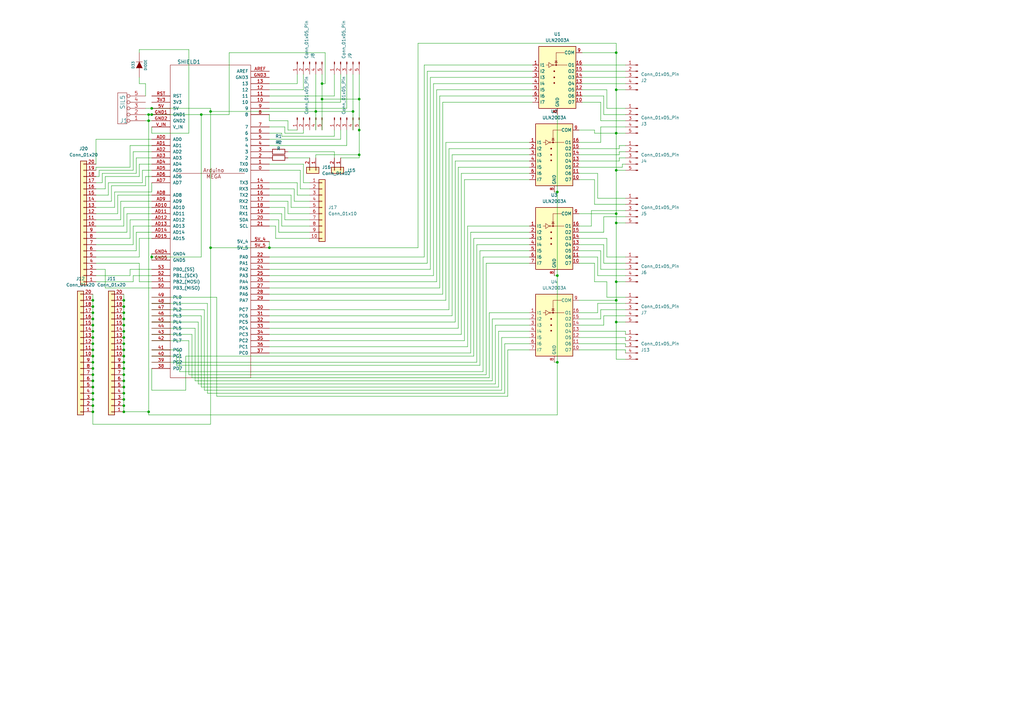
<source format=kicad_sch>
(kicad_sch (version 20230121) (generator eeschema)

  (uuid 48e237d1-9096-4c21-be56-4d10b8e4fbd5)

  (paper "A3")

  (title_block
    (title "SDH_MEGA")
    (date "2 jan 2013")
    (company "mx")
  )

  (lib_symbols
    (symbol "Connector:Conn_01x05_Pin" (pin_names (offset 1.016) hide) (in_bom yes) (on_board yes)
      (property "Reference" "J" (at 0 7.62 0)
        (effects (font (size 1.27 1.27)))
      )
      (property "Value" "Conn_01x05_Pin" (at 0 -7.62 0)
        (effects (font (size 1.27 1.27)))
      )
      (property "Footprint" "" (at 0 0 0)
        (effects (font (size 1.27 1.27)) hide)
      )
      (property "Datasheet" "~" (at 0 0 0)
        (effects (font (size 1.27 1.27)) hide)
      )
      (property "ki_locked" "" (at 0 0 0)
        (effects (font (size 1.27 1.27)))
      )
      (property "ki_keywords" "connector" (at 0 0 0)
        (effects (font (size 1.27 1.27)) hide)
      )
      (property "ki_description" "Generic connector, single row, 01x05, script generated" (at 0 0 0)
        (effects (font (size 1.27 1.27)) hide)
      )
      (property "ki_fp_filters" "Connector*:*_1x??_*" (at 0 0 0)
        (effects (font (size 1.27 1.27)) hide)
      )
      (symbol "Conn_01x05_Pin_1_1"
        (polyline
          (pts
            (xy 1.27 -5.08)
            (xy 0.8636 -5.08)
          )
          (stroke (width 0.1524) (type default))
          (fill (type none))
        )
        (polyline
          (pts
            (xy 1.27 -2.54)
            (xy 0.8636 -2.54)
          )
          (stroke (width 0.1524) (type default))
          (fill (type none))
        )
        (polyline
          (pts
            (xy 1.27 0)
            (xy 0.8636 0)
          )
          (stroke (width 0.1524) (type default))
          (fill (type none))
        )
        (polyline
          (pts
            (xy 1.27 2.54)
            (xy 0.8636 2.54)
          )
          (stroke (width 0.1524) (type default))
          (fill (type none))
        )
        (polyline
          (pts
            (xy 1.27 5.08)
            (xy 0.8636 5.08)
          )
          (stroke (width 0.1524) (type default))
          (fill (type none))
        )
        (rectangle (start 0.8636 -4.953) (end 0 -5.207)
          (stroke (width 0.1524) (type default))
          (fill (type outline))
        )
        (rectangle (start 0.8636 -2.413) (end 0 -2.667)
          (stroke (width 0.1524) (type default))
          (fill (type outline))
        )
        (rectangle (start 0.8636 0.127) (end 0 -0.127)
          (stroke (width 0.1524) (type default))
          (fill (type outline))
        )
        (rectangle (start 0.8636 2.667) (end 0 2.413)
          (stroke (width 0.1524) (type default))
          (fill (type outline))
        )
        (rectangle (start 0.8636 5.207) (end 0 4.953)
          (stroke (width 0.1524) (type default))
          (fill (type outline))
        )
        (pin passive line (at 5.08 5.08 180) (length 3.81)
          (name "Pin_1" (effects (font (size 1.27 1.27))))
          (number "1" (effects (font (size 1.27 1.27))))
        )
        (pin passive line (at 5.08 2.54 180) (length 3.81)
          (name "Pin_2" (effects (font (size 1.27 1.27))))
          (number "2" (effects (font (size 1.27 1.27))))
        )
        (pin passive line (at 5.08 0 180) (length 3.81)
          (name "Pin_3" (effects (font (size 1.27 1.27))))
          (number "3" (effects (font (size 1.27 1.27))))
        )
        (pin passive line (at 5.08 -2.54 180) (length 3.81)
          (name "Pin_4" (effects (font (size 1.27 1.27))))
          (number "4" (effects (font (size 1.27 1.27))))
        )
        (pin passive line (at 5.08 -5.08 180) (length 3.81)
          (name "Pin_5" (effects (font (size 1.27 1.27))))
          (number "5" (effects (font (size 1.27 1.27))))
        )
      )
    )
    (symbol "Connector_Generic:Conn_01x02" (pin_names (offset 1.016) hide) (in_bom yes) (on_board yes)
      (property "Reference" "J" (at 0 2.54 0)
        (effects (font (size 1.27 1.27)))
      )
      (property "Value" "Conn_01x02" (at 0 -5.08 0)
        (effects (font (size 1.27 1.27)))
      )
      (property "Footprint" "" (at 0 0 0)
        (effects (font (size 1.27 1.27)) hide)
      )
      (property "Datasheet" "~" (at 0 0 0)
        (effects (font (size 1.27 1.27)) hide)
      )
      (property "ki_keywords" "connector" (at 0 0 0)
        (effects (font (size 1.27 1.27)) hide)
      )
      (property "ki_description" "Generic connector, single row, 01x02, script generated (kicad-library-utils/schlib/autogen/connector/)" (at 0 0 0)
        (effects (font (size 1.27 1.27)) hide)
      )
      (property "ki_fp_filters" "Connector*:*_1x??_*" (at 0 0 0)
        (effects (font (size 1.27 1.27)) hide)
      )
      (symbol "Conn_01x02_1_1"
        (rectangle (start -1.27 -2.413) (end 0 -2.667)
          (stroke (width 0.1524) (type default))
          (fill (type none))
        )
        (rectangle (start -1.27 0.127) (end 0 -0.127)
          (stroke (width 0.1524) (type default))
          (fill (type none))
        )
        (rectangle (start -1.27 1.27) (end 1.27 -3.81)
          (stroke (width 0.254) (type default))
          (fill (type background))
        )
        (pin passive line (at -5.08 0 0) (length 3.81)
          (name "Pin_1" (effects (font (size 1.27 1.27))))
          (number "1" (effects (font (size 1.27 1.27))))
        )
        (pin passive line (at -5.08 -2.54 0) (length 3.81)
          (name "Pin_2" (effects (font (size 1.27 1.27))))
          (number "2" (effects (font (size 1.27 1.27))))
        )
      )
    )
    (symbol "Connector_Generic:Conn_01x10" (pin_names (offset 1.016) hide) (in_bom yes) (on_board yes)
      (property "Reference" "J" (at 0 12.7 0)
        (effects (font (size 1.27 1.27)))
      )
      (property "Value" "Conn_01x10" (at 0 -15.24 0)
        (effects (font (size 1.27 1.27)))
      )
      (property "Footprint" "" (at 0 0 0)
        (effects (font (size 1.27 1.27)) hide)
      )
      (property "Datasheet" "~" (at 0 0 0)
        (effects (font (size 1.27 1.27)) hide)
      )
      (property "ki_keywords" "connector" (at 0 0 0)
        (effects (font (size 1.27 1.27)) hide)
      )
      (property "ki_description" "Generic connector, single row, 01x10, script generated (kicad-library-utils/schlib/autogen/connector/)" (at 0 0 0)
        (effects (font (size 1.27 1.27)) hide)
      )
      (property "ki_fp_filters" "Connector*:*_1x??_*" (at 0 0 0)
        (effects (font (size 1.27 1.27)) hide)
      )
      (symbol "Conn_01x10_1_1"
        (rectangle (start -1.27 -12.573) (end 0 -12.827)
          (stroke (width 0.1524) (type default))
          (fill (type none))
        )
        (rectangle (start -1.27 -10.033) (end 0 -10.287)
          (stroke (width 0.1524) (type default))
          (fill (type none))
        )
        (rectangle (start -1.27 -7.493) (end 0 -7.747)
          (stroke (width 0.1524) (type default))
          (fill (type none))
        )
        (rectangle (start -1.27 -4.953) (end 0 -5.207)
          (stroke (width 0.1524) (type default))
          (fill (type none))
        )
        (rectangle (start -1.27 -2.413) (end 0 -2.667)
          (stroke (width 0.1524) (type default))
          (fill (type none))
        )
        (rectangle (start -1.27 0.127) (end 0 -0.127)
          (stroke (width 0.1524) (type default))
          (fill (type none))
        )
        (rectangle (start -1.27 2.667) (end 0 2.413)
          (stroke (width 0.1524) (type default))
          (fill (type none))
        )
        (rectangle (start -1.27 5.207) (end 0 4.953)
          (stroke (width 0.1524) (type default))
          (fill (type none))
        )
        (rectangle (start -1.27 7.747) (end 0 7.493)
          (stroke (width 0.1524) (type default))
          (fill (type none))
        )
        (rectangle (start -1.27 10.287) (end 0 10.033)
          (stroke (width 0.1524) (type default))
          (fill (type none))
        )
        (rectangle (start -1.27 11.43) (end 1.27 -13.97)
          (stroke (width 0.254) (type default))
          (fill (type background))
        )
        (pin passive line (at -5.08 10.16 0) (length 3.81)
          (name "Pin_1" (effects (font (size 1.27 1.27))))
          (number "1" (effects (font (size 1.27 1.27))))
        )
        (pin passive line (at -5.08 -12.7 0) (length 3.81)
          (name "Pin_10" (effects (font (size 1.27 1.27))))
          (number "10" (effects (font (size 1.27 1.27))))
        )
        (pin passive line (at -5.08 7.62 0) (length 3.81)
          (name "Pin_2" (effects (font (size 1.27 1.27))))
          (number "2" (effects (font (size 1.27 1.27))))
        )
        (pin passive line (at -5.08 5.08 0) (length 3.81)
          (name "Pin_3" (effects (font (size 1.27 1.27))))
          (number "3" (effects (font (size 1.27 1.27))))
        )
        (pin passive line (at -5.08 2.54 0) (length 3.81)
          (name "Pin_4" (effects (font (size 1.27 1.27))))
          (number "4" (effects (font (size 1.27 1.27))))
        )
        (pin passive line (at -5.08 0 0) (length 3.81)
          (name "Pin_5" (effects (font (size 1.27 1.27))))
          (number "5" (effects (font (size 1.27 1.27))))
        )
        (pin passive line (at -5.08 -2.54 0) (length 3.81)
          (name "Pin_6" (effects (font (size 1.27 1.27))))
          (number "6" (effects (font (size 1.27 1.27))))
        )
        (pin passive line (at -5.08 -5.08 0) (length 3.81)
          (name "Pin_7" (effects (font (size 1.27 1.27))))
          (number "7" (effects (font (size 1.27 1.27))))
        )
        (pin passive line (at -5.08 -7.62 0) (length 3.81)
          (name "Pin_8" (effects (font (size 1.27 1.27))))
          (number "8" (effects (font (size 1.27 1.27))))
        )
        (pin passive line (at -5.08 -10.16 0) (length 3.81)
          (name "Pin_9" (effects (font (size 1.27 1.27))))
          (number "9" (effects (font (size 1.27 1.27))))
        )
      )
    )
    (symbol "Connector_Generic:Conn_01x20" (pin_names (offset 1.016) hide) (in_bom yes) (on_board yes)
      (property "Reference" "J" (at 0 25.4 0)
        (effects (font (size 1.27 1.27)))
      )
      (property "Value" "Conn_01x20" (at 0 -27.94 0)
        (effects (font (size 1.27 1.27)))
      )
      (property "Footprint" "" (at 0 0 0)
        (effects (font (size 1.27 1.27)) hide)
      )
      (property "Datasheet" "~" (at 0 0 0)
        (effects (font (size 1.27 1.27)) hide)
      )
      (property "ki_keywords" "connector" (at 0 0 0)
        (effects (font (size 1.27 1.27)) hide)
      )
      (property "ki_description" "Generic connector, single row, 01x20, script generated (kicad-library-utils/schlib/autogen/connector/)" (at 0 0 0)
        (effects (font (size 1.27 1.27)) hide)
      )
      (property "ki_fp_filters" "Connector*:*_1x??_*" (at 0 0 0)
        (effects (font (size 1.27 1.27)) hide)
      )
      (symbol "Conn_01x20_1_1"
        (rectangle (start -1.27 -25.273) (end 0 -25.527)
          (stroke (width 0.1524) (type default))
          (fill (type none))
        )
        (rectangle (start -1.27 -22.733) (end 0 -22.987)
          (stroke (width 0.1524) (type default))
          (fill (type none))
        )
        (rectangle (start -1.27 -20.193) (end 0 -20.447)
          (stroke (width 0.1524) (type default))
          (fill (type none))
        )
        (rectangle (start -1.27 -17.653) (end 0 -17.907)
          (stroke (width 0.1524) (type default))
          (fill (type none))
        )
        (rectangle (start -1.27 -15.113) (end 0 -15.367)
          (stroke (width 0.1524) (type default))
          (fill (type none))
        )
        (rectangle (start -1.27 -12.573) (end 0 -12.827)
          (stroke (width 0.1524) (type default))
          (fill (type none))
        )
        (rectangle (start -1.27 -10.033) (end 0 -10.287)
          (stroke (width 0.1524) (type default))
          (fill (type none))
        )
        (rectangle (start -1.27 -7.493) (end 0 -7.747)
          (stroke (width 0.1524) (type default))
          (fill (type none))
        )
        (rectangle (start -1.27 -4.953) (end 0 -5.207)
          (stroke (width 0.1524) (type default))
          (fill (type none))
        )
        (rectangle (start -1.27 -2.413) (end 0 -2.667)
          (stroke (width 0.1524) (type default))
          (fill (type none))
        )
        (rectangle (start -1.27 0.127) (end 0 -0.127)
          (stroke (width 0.1524) (type default))
          (fill (type none))
        )
        (rectangle (start -1.27 2.667) (end 0 2.413)
          (stroke (width 0.1524) (type default))
          (fill (type none))
        )
        (rectangle (start -1.27 5.207) (end 0 4.953)
          (stroke (width 0.1524) (type default))
          (fill (type none))
        )
        (rectangle (start -1.27 7.747) (end 0 7.493)
          (stroke (width 0.1524) (type default))
          (fill (type none))
        )
        (rectangle (start -1.27 10.287) (end 0 10.033)
          (stroke (width 0.1524) (type default))
          (fill (type none))
        )
        (rectangle (start -1.27 12.827) (end 0 12.573)
          (stroke (width 0.1524) (type default))
          (fill (type none))
        )
        (rectangle (start -1.27 15.367) (end 0 15.113)
          (stroke (width 0.1524) (type default))
          (fill (type none))
        )
        (rectangle (start -1.27 17.907) (end 0 17.653)
          (stroke (width 0.1524) (type default))
          (fill (type none))
        )
        (rectangle (start -1.27 20.447) (end 0 20.193)
          (stroke (width 0.1524) (type default))
          (fill (type none))
        )
        (rectangle (start -1.27 22.987) (end 0 22.733)
          (stroke (width 0.1524) (type default))
          (fill (type none))
        )
        (rectangle (start -1.27 24.13) (end 1.27 -26.67)
          (stroke (width 0.254) (type default))
          (fill (type background))
        )
        (pin passive line (at -5.08 22.86 0) (length 3.81)
          (name "Pin_1" (effects (font (size 1.27 1.27))))
          (number "1" (effects (font (size 1.27 1.27))))
        )
        (pin passive line (at -5.08 0 0) (length 3.81)
          (name "Pin_10" (effects (font (size 1.27 1.27))))
          (number "10" (effects (font (size 1.27 1.27))))
        )
        (pin passive line (at -5.08 -2.54 0) (length 3.81)
          (name "Pin_11" (effects (font (size 1.27 1.27))))
          (number "11" (effects (font (size 1.27 1.27))))
        )
        (pin passive line (at -5.08 -5.08 0) (length 3.81)
          (name "Pin_12" (effects (font (size 1.27 1.27))))
          (number "12" (effects (font (size 1.27 1.27))))
        )
        (pin passive line (at -5.08 -7.62 0) (length 3.81)
          (name "Pin_13" (effects (font (size 1.27 1.27))))
          (number "13" (effects (font (size 1.27 1.27))))
        )
        (pin passive line (at -5.08 -10.16 0) (length 3.81)
          (name "Pin_14" (effects (font (size 1.27 1.27))))
          (number "14" (effects (font (size 1.27 1.27))))
        )
        (pin passive line (at -5.08 -12.7 0) (length 3.81)
          (name "Pin_15" (effects (font (size 1.27 1.27))))
          (number "15" (effects (font (size 1.27 1.27))))
        )
        (pin passive line (at -5.08 -15.24 0) (length 3.81)
          (name "Pin_16" (effects (font (size 1.27 1.27))))
          (number "16" (effects (font (size 1.27 1.27))))
        )
        (pin passive line (at -5.08 -17.78 0) (length 3.81)
          (name "Pin_17" (effects (font (size 1.27 1.27))))
          (number "17" (effects (font (size 1.27 1.27))))
        )
        (pin passive line (at -5.08 -20.32 0) (length 3.81)
          (name "Pin_18" (effects (font (size 1.27 1.27))))
          (number "18" (effects (font (size 1.27 1.27))))
        )
        (pin passive line (at -5.08 -22.86 0) (length 3.81)
          (name "Pin_19" (effects (font (size 1.27 1.27))))
          (number "19" (effects (font (size 1.27 1.27))))
        )
        (pin passive line (at -5.08 20.32 0) (length 3.81)
          (name "Pin_2" (effects (font (size 1.27 1.27))))
          (number "2" (effects (font (size 1.27 1.27))))
        )
        (pin passive line (at -5.08 -25.4 0) (length 3.81)
          (name "Pin_20" (effects (font (size 1.27 1.27))))
          (number "20" (effects (font (size 1.27 1.27))))
        )
        (pin passive line (at -5.08 17.78 0) (length 3.81)
          (name "Pin_3" (effects (font (size 1.27 1.27))))
          (number "3" (effects (font (size 1.27 1.27))))
        )
        (pin passive line (at -5.08 15.24 0) (length 3.81)
          (name "Pin_4" (effects (font (size 1.27 1.27))))
          (number "4" (effects (font (size 1.27 1.27))))
        )
        (pin passive line (at -5.08 12.7 0) (length 3.81)
          (name "Pin_5" (effects (font (size 1.27 1.27))))
          (number "5" (effects (font (size 1.27 1.27))))
        )
        (pin passive line (at -5.08 10.16 0) (length 3.81)
          (name "Pin_6" (effects (font (size 1.27 1.27))))
          (number "6" (effects (font (size 1.27 1.27))))
        )
        (pin passive line (at -5.08 7.62 0) (length 3.81)
          (name "Pin_7" (effects (font (size 1.27 1.27))))
          (number "7" (effects (font (size 1.27 1.27))))
        )
        (pin passive line (at -5.08 5.08 0) (length 3.81)
          (name "Pin_8" (effects (font (size 1.27 1.27))))
          (number "8" (effects (font (size 1.27 1.27))))
        )
        (pin passive line (at -5.08 2.54 0) (length 3.81)
          (name "Pin_9" (effects (font (size 1.27 1.27))))
          (number "9" (effects (font (size 1.27 1.27))))
        )
      )
    )
    (symbol "Device:R" (pin_numbers hide) (pin_names (offset 0)) (in_bom yes) (on_board yes)
      (property "Reference" "R" (at 2.032 0 90)
        (effects (font (size 1.27 1.27)))
      )
      (property "Value" "R" (at 0 0 90)
        (effects (font (size 1.27 1.27)))
      )
      (property "Footprint" "" (at -1.778 0 90)
        (effects (font (size 1.27 1.27)) hide)
      )
      (property "Datasheet" "~" (at 0 0 0)
        (effects (font (size 1.27 1.27)) hide)
      )
      (property "ki_keywords" "R res resistor" (at 0 0 0)
        (effects (font (size 1.27 1.27)) hide)
      )
      (property "ki_description" "Resistor" (at 0 0 0)
        (effects (font (size 1.27 1.27)) hide)
      )
      (property "ki_fp_filters" "R_*" (at 0 0 0)
        (effects (font (size 1.27 1.27)) hide)
      )
      (symbol "R_0_1"
        (rectangle (start -1.016 -2.54) (end 1.016 2.54)
          (stroke (width 0.254) (type default))
          (fill (type none))
        )
      )
      (symbol "R_1_1"
        (pin passive line (at 0 3.81 270) (length 1.27)
          (name "~" (effects (font (size 1.27 1.27))))
          (number "1" (effects (font (size 1.27 1.27))))
        )
        (pin passive line (at 0 -3.81 90) (length 1.27)
          (name "~" (effects (font (size 1.27 1.27))))
          (number "2" (effects (font (size 1.27 1.27))))
        )
      )
    )
    (symbol "Transistor_Array:ULN2003A" (in_bom yes) (on_board yes)
      (property "Reference" "U" (at 0 15.875 0)
        (effects (font (size 1.27 1.27)))
      )
      (property "Value" "ULN2003A" (at 0 13.97 0)
        (effects (font (size 1.27 1.27)))
      )
      (property "Footprint" "" (at 1.27 -13.97 0)
        (effects (font (size 1.27 1.27)) (justify left) hide)
      )
      (property "Datasheet" "http://www.ti.com/lit/ds/symlink/uln2003a.pdf" (at 2.54 -5.08 0)
        (effects (font (size 1.27 1.27)) hide)
      )
      (property "ki_keywords" "darlington transistor array" (at 0 0 0)
        (effects (font (size 1.27 1.27)) hide)
      )
      (property "ki_description" "High Voltage, High Current Darlington Transistor Arrays, SOIC16/SOIC16W/DIP16/TSSOP16" (at 0 0 0)
        (effects (font (size 1.27 1.27)) hide)
      )
      (property "ki_fp_filters" "DIP*W7.62mm* SOIC*3.9x9.9mm*P1.27mm* SSOP*4.4x5.2mm*P0.65mm* TSSOP*4.4x5mm*P0.65mm* SOIC*W*5.3x10.2mm*P1.27mm*" (at 0 0 0)
        (effects (font (size 1.27 1.27)) hide)
      )
      (symbol "ULN2003A_0_1"
        (rectangle (start -7.62 -12.7) (end 7.62 12.7)
          (stroke (width 0.254) (type default))
          (fill (type background))
        )
        (circle (center -1.778 5.08) (radius 0.254)
          (stroke (width 0) (type default))
          (fill (type none))
        )
        (circle (center -1.27 -2.286) (radius 0.254)
          (stroke (width 0) (type default))
          (fill (type outline))
        )
        (circle (center -1.27 0) (radius 0.254)
          (stroke (width 0) (type default))
          (fill (type outline))
        )
        (circle (center -1.27 2.54) (radius 0.254)
          (stroke (width 0) (type default))
          (fill (type outline))
        )
        (circle (center -0.508 5.08) (radius 0.254)
          (stroke (width 0) (type default))
          (fill (type outline))
        )
        (polyline
          (pts
            (xy -4.572 5.08)
            (xy -3.556 5.08)
          )
          (stroke (width 0) (type default))
          (fill (type none))
        )
        (polyline
          (pts
            (xy -1.524 5.08)
            (xy 4.064 5.08)
          )
          (stroke (width 0) (type default))
          (fill (type none))
        )
        (polyline
          (pts
            (xy 0 6.731)
            (xy -1.016 6.731)
          )
          (stroke (width 0) (type default))
          (fill (type none))
        )
        (polyline
          (pts
            (xy -0.508 5.08)
            (xy -0.508 10.16)
            (xy 2.921 10.16)
          )
          (stroke (width 0) (type default))
          (fill (type none))
        )
        (polyline
          (pts
            (xy -3.556 6.096)
            (xy -3.556 4.064)
            (xy -2.032 5.08)
            (xy -3.556 6.096)
          )
          (stroke (width 0) (type default))
          (fill (type none))
        )
        (polyline
          (pts
            (xy 0 5.969)
            (xy -1.016 5.969)
            (xy -0.508 6.731)
            (xy 0 5.969)
          )
          (stroke (width 0) (type default))
          (fill (type none))
        )
      )
      (symbol "ULN2003A_1_1"
        (pin input line (at -10.16 5.08 0) (length 2.54)
          (name "I1" (effects (font (size 1.27 1.27))))
          (number "1" (effects (font (size 1.27 1.27))))
        )
        (pin open_collector line (at 10.16 -10.16 180) (length 2.54)
          (name "O7" (effects (font (size 1.27 1.27))))
          (number "10" (effects (font (size 1.27 1.27))))
        )
        (pin open_collector line (at 10.16 -7.62 180) (length 2.54)
          (name "O6" (effects (font (size 1.27 1.27))))
          (number "11" (effects (font (size 1.27 1.27))))
        )
        (pin open_collector line (at 10.16 -5.08 180) (length 2.54)
          (name "O5" (effects (font (size 1.27 1.27))))
          (number "12" (effects (font (size 1.27 1.27))))
        )
        (pin open_collector line (at 10.16 -2.54 180) (length 2.54)
          (name "O4" (effects (font (size 1.27 1.27))))
          (number "13" (effects (font (size 1.27 1.27))))
        )
        (pin open_collector line (at 10.16 0 180) (length 2.54)
          (name "O3" (effects (font (size 1.27 1.27))))
          (number "14" (effects (font (size 1.27 1.27))))
        )
        (pin open_collector line (at 10.16 2.54 180) (length 2.54)
          (name "O2" (effects (font (size 1.27 1.27))))
          (number "15" (effects (font (size 1.27 1.27))))
        )
        (pin open_collector line (at 10.16 5.08 180) (length 2.54)
          (name "O1" (effects (font (size 1.27 1.27))))
          (number "16" (effects (font (size 1.27 1.27))))
        )
        (pin input line (at -10.16 2.54 0) (length 2.54)
          (name "I2" (effects (font (size 1.27 1.27))))
          (number "2" (effects (font (size 1.27 1.27))))
        )
        (pin input line (at -10.16 0 0) (length 2.54)
          (name "I3" (effects (font (size 1.27 1.27))))
          (number "3" (effects (font (size 1.27 1.27))))
        )
        (pin input line (at -10.16 -2.54 0) (length 2.54)
          (name "I4" (effects (font (size 1.27 1.27))))
          (number "4" (effects (font (size 1.27 1.27))))
        )
        (pin input line (at -10.16 -5.08 0) (length 2.54)
          (name "I5" (effects (font (size 1.27 1.27))))
          (number "5" (effects (font (size 1.27 1.27))))
        )
        (pin input line (at -10.16 -7.62 0) (length 2.54)
          (name "I6" (effects (font (size 1.27 1.27))))
          (number "6" (effects (font (size 1.27 1.27))))
        )
        (pin input line (at -10.16 -10.16 0) (length 2.54)
          (name "I7" (effects (font (size 1.27 1.27))))
          (number "7" (effects (font (size 1.27 1.27))))
        )
        (pin power_in line (at 0 -15.24 90) (length 2.54)
          (name "GND" (effects (font (size 1.27 1.27))))
          (number "8" (effects (font (size 1.27 1.27))))
        )
        (pin passive line (at 10.16 10.16 180) (length 2.54)
          (name "COM" (effects (font (size 1.27 1.27))))
          (number "9" (effects (font (size 1.27 1.27))))
        )
      )
    )
    (symbol "mega-hasici1-cache:ARDUINO_MEGA_SHIELD" (pin_names (offset 1.016)) (in_bom yes) (on_board yes)
      (property "Reference" "SHIELD" (at -10.16 63.5 0)
        (effects (font (size 1.524 1.524)))
      )
      (property "Value" "ARDUINO_MEGA_SHIELD" (at -2.54 -68.58 0)
        (effects (font (size 1.524 1.524)))
      )
      (property "Footprint" "" (at 0 0 0)
        (effects (font (size 1.27 1.27)) hide)
      )
      (property "Datasheet" "" (at 0 0 0)
        (effects (font (size 1.27 1.27)) hide)
      )
      (symbol "ARDUINO_MEGA_SHIELD_0_0"
        (text "Arduino" (at 0 19.05 0)
          (effects (font (size 1.524 1.524)))
        )
        (text "MEGA" (at 0 16.51 0)
          (effects (font (size 1.524 1.524)))
        )
      )
      (symbol "ARDUINO_MEGA_SHIELD_0_1"
        (rectangle (start -17.78 -66.04) (end 15.24 62.23)
          (stroke (width 0) (type solid))
          (fill (type none))
        )
        (polyline
          (pts
            (xy -15.24 17.78)
            (xy 12.7 17.78)
            (xy 12.7 17.78)
          )
          (stroke (width 0) (type solid))
          (fill (type none))
        )
      )
      (symbol "ARDUINO_MEGA_SHIELD_1_1"
        (pin bidirectional line (at 22.86 19.05 180) (length 7.62)
          (name "RX0" (effects (font (size 1.27 1.27))))
          (number "0" (effects (font (size 1.27 1.27))))
        )
        (pin bidirectional line (at 22.86 21.59 180) (length 7.62)
          (name "TX0" (effects (font (size 1.27 1.27))))
          (number "1" (effects (font (size 1.27 1.27))))
        )
        (pin bidirectional line (at 22.86 46.99 180) (length 7.62)
          (name "10" (effects (font (size 1.27 1.27))))
          (number "10" (effects (font (size 1.27 1.27))))
        )
        (pin bidirectional line (at 22.86 49.53 180) (length 7.62)
          (name "11" (effects (font (size 1.27 1.27))))
          (number "11" (effects (font (size 1.27 1.27))))
        )
        (pin bidirectional line (at 22.86 52.07 180) (length 7.62)
          (name "12" (effects (font (size 1.27 1.27))))
          (number "12" (effects (font (size 1.27 1.27))))
        )
        (pin bidirectional line (at 22.86 54.61 180) (length 7.62)
          (name "13" (effects (font (size 1.27 1.27))))
          (number "13" (effects (font (size 1.27 1.27))))
        )
        (pin bidirectional line (at 22.86 13.97 180) (length 7.62)
          (name "TX3" (effects (font (size 1.27 1.27))))
          (number "14" (effects (font (size 1.27 1.27))))
        )
        (pin bidirectional line (at 22.86 11.43 180) (length 7.62)
          (name "RX3" (effects (font (size 1.27 1.27))))
          (number "15" (effects (font (size 1.27 1.27))))
        )
        (pin bidirectional line (at 22.86 8.89 180) (length 7.62)
          (name "TX2" (effects (font (size 1.27 1.27))))
          (number "16" (effects (font (size 1.27 1.27))))
        )
        (pin bidirectional line (at 22.86 6.35 180) (length 7.62)
          (name "RX2" (effects (font (size 1.27 1.27))))
          (number "17" (effects (font (size 1.27 1.27))))
        )
        (pin bidirectional line (at 22.86 3.81 180) (length 7.62)
          (name "TX1" (effects (font (size 1.27 1.27))))
          (number "18" (effects (font (size 1.27 1.27))))
        )
        (pin bidirectional line (at 22.86 1.27 180) (length 7.62)
          (name "RX1" (effects (font (size 1.27 1.27))))
          (number "19" (effects (font (size 1.27 1.27))))
        )
        (pin bidirectional line (at 22.86 24.13 180) (length 7.62)
          (name "2" (effects (font (size 1.27 1.27))))
          (number "2" (effects (font (size 1.27 1.27))))
        )
        (pin bidirectional line (at 22.86 -1.27 180) (length 7.62)
          (name "SDA" (effects (font (size 1.27 1.27))))
          (number "20" (effects (font (size 1.27 1.27))))
        )
        (pin bidirectional line (at 22.86 -3.81 180) (length 7.62)
          (name "SCL" (effects (font (size 1.27 1.27))))
          (number "21" (effects (font (size 1.27 1.27))))
        )
        (pin bidirectional line (at 22.86 -16.51 180) (length 7.62)
          (name "PA0" (effects (font (size 1.27 1.27))))
          (number "22" (effects (font (size 1.27 1.27))))
        )
        (pin bidirectional line (at 22.86 -19.05 180) (length 7.62)
          (name "PA1" (effects (font (size 1.27 1.27))))
          (number "23" (effects (font (size 1.27 1.27))))
        )
        (pin bidirectional line (at 22.86 -21.59 180) (length 7.62)
          (name "PA2" (effects (font (size 1.27 1.27))))
          (number "24" (effects (font (size 1.27 1.27))))
        )
        (pin bidirectional line (at 22.86 -24.13 180) (length 7.62)
          (name "PA3" (effects (font (size 1.27 1.27))))
          (number "25" (effects (font (size 1.27 1.27))))
        )
        (pin bidirectional line (at 22.86 -26.67 180) (length 7.62)
          (name "PA4" (effects (font (size 1.27 1.27))))
          (number "26" (effects (font (size 1.27 1.27))))
        )
        (pin bidirectional line (at 22.86 -29.21 180) (length 7.62)
          (name "PA5" (effects (font (size 1.27 1.27))))
          (number "27" (effects (font (size 1.27 1.27))))
        )
        (pin bidirectional line (at 22.86 -31.75 180) (length 7.62)
          (name "PA6" (effects (font (size 1.27 1.27))))
          (number "28" (effects (font (size 1.27 1.27))))
        )
        (pin bidirectional line (at 22.86 -34.29 180) (length 7.62)
          (name "PA7" (effects (font (size 1.27 1.27))))
          (number "29" (effects (font (size 1.27 1.27))))
        )
        (pin bidirectional line (at 22.86 26.67 180) (length 7.62)
          (name "3" (effects (font (size 1.27 1.27))))
          (number "3" (effects (font (size 1.27 1.27))))
        )
        (pin bidirectional line (at 22.86 -38.1 180) (length 7.62)
          (name "PC7" (effects (font (size 1.27 1.27))))
          (number "30" (effects (font (size 1.27 1.27))))
        )
        (pin bidirectional line (at 22.86 -40.64 180) (length 7.62)
          (name "PC6" (effects (font (size 1.27 1.27))))
          (number "31" (effects (font (size 1.27 1.27))))
        )
        (pin bidirectional line (at 22.86 -43.18 180) (length 7.62)
          (name "PC5" (effects (font (size 1.27 1.27))))
          (number "32" (effects (font (size 1.27 1.27))))
        )
        (pin bidirectional line (at 22.86 -45.72 180) (length 7.62)
          (name "PC4" (effects (font (size 1.27 1.27))))
          (number "33" (effects (font (size 1.27 1.27))))
        )
        (pin bidirectional line (at 22.86 -48.26 180) (length 7.62)
          (name "PC3" (effects (font (size 1.27 1.27))))
          (number "34" (effects (font (size 1.27 1.27))))
        )
        (pin bidirectional line (at 22.86 -50.8 180) (length 7.62)
          (name "PC2" (effects (font (size 1.27 1.27))))
          (number "35" (effects (font (size 1.27 1.27))))
        )
        (pin bidirectional line (at 22.86 -53.34 180) (length 7.62)
          (name "PC1" (effects (font (size 1.27 1.27))))
          (number "36" (effects (font (size 1.27 1.27))))
        )
        (pin bidirectional line (at 22.86 -55.88 180) (length 7.62)
          (name "PC0" (effects (font (size 1.27 1.27))))
          (number "37" (effects (font (size 1.27 1.27))))
        )
        (pin bidirectional line (at -25.4 -62.23 0) (length 7.62)
          (name "PD7" (effects (font (size 1.27 1.27))))
          (number "38" (effects (font (size 1.27 1.27))))
        )
        (pin bidirectional line (at -25.4 -59.69 0) (length 7.62)
          (name "PG2" (effects (font (size 1.27 1.27))))
          (number "39" (effects (font (size 1.27 1.27))))
        )
        (pin power_in line (at -25.4 46.99 0) (length 7.62)
          (name "3V3" (effects (font (size 1.27 1.27))))
          (number "3V3" (effects (font (size 1.27 1.27))))
        )
        (pin bidirectional line (at 22.86 29.21 180) (length 7.62)
          (name "4" (effects (font (size 1.27 1.27))))
          (number "4" (effects (font (size 1.27 1.27))))
        )
        (pin bidirectional line (at -25.4 -57.15 0) (length 7.62)
          (name "PG1" (effects (font (size 1.27 1.27))))
          (number "40" (effects (font (size 1.27 1.27))))
        )
        (pin bidirectional line (at -25.4 -54.61 0) (length 7.62)
          (name "PG0" (effects (font (size 1.27 1.27))))
          (number "41" (effects (font (size 1.27 1.27))))
        )
        (pin bidirectional line (at -25.4 -50.8 0) (length 7.62)
          (name "PL7" (effects (font (size 1.27 1.27))))
          (number "42" (effects (font (size 1.27 1.27))))
        )
        (pin bidirectional line (at -25.4 -48.26 0) (length 7.62)
          (name "PL6" (effects (font (size 1.27 1.27))))
          (number "43" (effects (font (size 1.27 1.27))))
        )
        (pin bidirectional line (at -25.4 -45.72 0) (length 7.62)
          (name "PL5" (effects (font (size 1.27 1.27))))
          (number "44" (effects (font (size 1.27 1.27))))
        )
        (pin bidirectional line (at -25.4 -43.18 0) (length 7.62)
          (name "PL4" (effects (font (size 1.27 1.27))))
          (number "45" (effects (font (size 1.27 1.27))))
        )
        (pin bidirectional line (at -25.4 -40.64 0) (length 7.62)
          (name "PL3" (effects (font (size 1.27 1.27))))
          (number "46" (effects (font (size 1.27 1.27))))
        )
        (pin bidirectional line (at -25.4 -38.1 0) (length 7.62)
          (name "PL2" (effects (font (size 1.27 1.27))))
          (number "47" (effects (font (size 1.27 1.27))))
        )
        (pin bidirectional line (at -25.4 -35.56 0) (length 7.62)
          (name "PL1" (effects (font (size 1.27 1.27))))
          (number "48" (effects (font (size 1.27 1.27))))
        )
        (pin bidirectional line (at -25.4 -33.02 0) (length 7.62)
          (name "PL0" (effects (font (size 1.27 1.27))))
          (number "49" (effects (font (size 1.27 1.27))))
        )
        (pin bidirectional line (at 22.86 31.75 180) (length 7.62)
          (name "5" (effects (font (size 1.27 1.27))))
          (number "5" (effects (font (size 1.27 1.27))))
        )
        (pin bidirectional line (at -25.4 -29.21 0) (length 7.62)
          (name "PB3_(MISO)" (effects (font (size 1.27 1.27))))
          (number "50" (effects (font (size 1.27 1.27))))
        )
        (pin bidirectional line (at -25.4 -26.67 0) (length 7.62)
          (name "PB2_(MOSI)" (effects (font (size 1.27 1.27))))
          (number "51" (effects (font (size 1.27 1.27))))
        )
        (pin bidirectional line (at -25.4 -24.13 0) (length 7.62)
          (name "PB1_(SCK)" (effects (font (size 1.27 1.27))))
          (number "52" (effects (font (size 1.27 1.27))))
        )
        (pin bidirectional line (at -25.4 -21.59 0) (length 7.62)
          (name "PB0_(SS)" (effects (font (size 1.27 1.27))))
          (number "53" (effects (font (size 1.27 1.27))))
        )
        (pin power_in line (at -25.4 44.45 0) (length 7.62)
          (name "5V" (effects (font (size 1.27 1.27))))
          (number "5V" (effects (font (size 1.27 1.27))))
        )
        (pin power_in line (at 22.86 -10.16 180) (length 7.62)
          (name "5V_4" (effects (font (size 1.27 1.27))))
          (number "5V_4" (effects (font (size 1.27 1.27))))
        )
        (pin power_in line (at 22.86 -12.7 180) (length 7.62)
          (name "5V_5" (effects (font (size 1.27 1.27))))
          (number "5V_5" (effects (font (size 1.27 1.27))))
        )
        (pin bidirectional line (at 22.86 34.29 180) (length 7.62)
          (name "6" (effects (font (size 1.27 1.27))))
          (number "6" (effects (font (size 1.27 1.27))))
        )
        (pin bidirectional line (at 22.86 36.83 180) (length 7.62)
          (name "7" (effects (font (size 1.27 1.27))))
          (number "7" (effects (font (size 1.27 1.27))))
        )
        (pin bidirectional line (at 22.86 41.91 180) (length 7.62)
          (name "8" (effects (font (size 1.27 1.27))))
          (number "8" (effects (font (size 1.27 1.27))))
        )
        (pin bidirectional line (at 22.86 44.45 180) (length 7.62)
          (name "9" (effects (font (size 1.27 1.27))))
          (number "9" (effects (font (size 1.27 1.27))))
        )
        (pin bidirectional line (at -25.4 31.75 0) (length 7.62)
          (name "AD0" (effects (font (size 1.27 1.27))))
          (number "AD0" (effects (font (size 1.27 1.27))))
        )
        (pin bidirectional line (at -25.4 29.21 0) (length 7.62)
          (name "AD1" (effects (font (size 1.27 1.27))))
          (number "AD1" (effects (font (size 1.27 1.27))))
        )
        (pin bidirectional line (at -25.4 3.81 0) (length 7.62)
          (name "AD10" (effects (font (size 1.27 1.27))))
          (number "AD10" (effects (font (size 1.27 1.27))))
        )
        (pin bidirectional line (at -25.4 1.27 0) (length 7.62)
          (name "AD11" (effects (font (size 1.27 1.27))))
          (number "AD11" (effects (font (size 1.27 1.27))))
        )
        (pin bidirectional line (at -25.4 -1.27 0) (length 7.62)
          (name "AD12" (effects (font (size 1.27 1.27))))
          (number "AD12" (effects (font (size 1.27 1.27))))
        )
        (pin bidirectional line (at -25.4 -3.81 0) (length 7.62)
          (name "AD13" (effects (font (size 1.27 1.27))))
          (number "AD13" (effects (font (size 1.27 1.27))))
        )
        (pin bidirectional line (at -25.4 -6.35 0) (length 7.62)
          (name "AD14" (effects (font (size 1.27 1.27))))
          (number "AD14" (effects (font (size 1.27 1.27))))
        )
        (pin bidirectional line (at -25.4 -8.89 0) (length 7.62)
          (name "AD15" (effects (font (size 1.27 1.27))))
          (number "AD15" (effects (font (size 1.27 1.27))))
        )
        (pin bidirectional line (at -25.4 26.67 0) (length 7.62)
          (name "AD2" (effects (font (size 1.27 1.27))))
          (number "AD2" (effects (font (size 1.27 1.27))))
        )
        (pin bidirectional line (at -25.4 24.13 0) (length 7.62)
          (name "AD3" (effects (font (size 1.27 1.27))))
          (number "AD3" (effects (font (size 1.27 1.27))))
        )
        (pin bidirectional line (at -25.4 21.59 0) (length 7.62)
          (name "AD4" (effects (font (size 1.27 1.27))))
          (number "AD4" (effects (font (size 1.27 1.27))))
        )
        (pin bidirectional line (at -25.4 19.05 0) (length 7.62)
          (name "AD5" (effects (font (size 1.27 1.27))))
          (number "AD5" (effects (font (size 1.27 1.27))))
        )
        (pin bidirectional line (at -25.4 16.51 0) (length 7.62)
          (name "AD6" (effects (font (size 1.27 1.27))))
          (number "AD6" (effects (font (size 1.27 1.27))))
        )
        (pin bidirectional line (at -25.4 13.97 0) (length 7.62)
          (name "AD7" (effects (font (size 1.27 1.27))))
          (number "AD7" (effects (font (size 1.27 1.27))))
        )
        (pin bidirectional line (at -25.4 8.89 0) (length 7.62)
          (name "AD8" (effects (font (size 1.27 1.27))))
          (number "AD8" (effects (font (size 1.27 1.27))))
        )
        (pin bidirectional line (at -25.4 6.35 0) (length 7.62)
          (name "AD9" (effects (font (size 1.27 1.27))))
          (number "AD9" (effects (font (size 1.27 1.27))))
        )
        (pin power_in line (at 22.86 59.69 180) (length 7.62)
          (name "AREF" (effects (font (size 1.27 1.27))))
          (number "AREF" (effects (font (size 1.27 1.27))))
        )
        (pin power_in line (at -25.4 41.91 0) (length 7.62)
          (name "GND1" (effects (font (size 1.27 1.27))))
          (number "GND1" (effects (font (size 1.27 1.27))))
        )
        (pin power_in line (at -25.4 39.37 0) (length 7.62)
          (name "GND2" (effects (font (size 1.27 1.27))))
          (number "GND2" (effects (font (size 1.27 1.27))))
        )
        (pin power_in line (at 22.86 57.15 180) (length 7.62)
          (name "GND3" (effects (font (size 1.27 1.27))))
          (number "GND3" (effects (font (size 1.27 1.27))))
        )
        (pin power_in line (at -25.4 -15.24 0) (length 7.62)
          (name "GND4" (effects (font (size 1.27 1.27))))
          (number "GND4" (effects (font (size 1.27 1.27))))
        )
        (pin power_in line (at -25.4 -17.78 0) (length 7.62)
          (name "GND5" (effects (font (size 1.27 1.27))))
          (number "GND5" (effects (font (size 1.27 1.27))))
        )
        (pin input line (at -25.4 49.53 0) (length 7.62)
          (name "RST" (effects (font (size 1.27 1.27))))
          (number "RST" (effects (font (size 1.27 1.27))))
        )
        (pin power_in line (at -25.4 36.83 0) (length 7.62)
          (name "V_IN" (effects (font (size 1.27 1.27))))
          (number "V_IN" (effects (font (size 1.27 1.27))))
        )
      )
    )
    (symbol "mega-hasici1-cache:DIODE" (pin_numbers hide) (pin_names (offset 1.016) hide) (in_bom yes) (on_board yes)
      (property "Reference" "D" (at 0 2.54 0)
        (effects (font (size 1.016 1.016)))
      )
      (property "Value" "DIODE" (at 0 -2.54 0)
        (effects (font (size 1.016 1.016)))
      )
      (property "Footprint" "" (at 0 0 0)
        (effects (font (size 1.27 1.27)) hide)
      )
      (property "Datasheet" "" (at 0 0 0)
        (effects (font (size 1.27 1.27)) hide)
      )
      (property "ki_fp_filters" "D? S*" (at 0 0 0)
        (effects (font (size 1.27 1.27)) hide)
      )
      (symbol "DIODE_0_1"
        (polyline
          (pts
            (xy 1.27 1.27)
            (xy 1.27 -1.27)
          )
          (stroke (width 0.1524) (type solid))
          (fill (type none))
        )
        (polyline
          (pts
            (xy -1.27 1.27)
            (xy 1.27 0)
            (xy -1.27 -1.27)
          )
          (stroke (width 0) (type solid))
          (fill (type outline))
        )
      )
      (symbol "DIODE_1_1"
        (pin passive line (at -5.08 0 0) (length 3.81)
          (name "A" (effects (font (size 1.016 1.016))))
          (number "1" (effects (font (size 1.016 1.016))))
        )
        (pin passive line (at 5.08 0 180) (length 3.81)
          (name "K" (effects (font (size 1.016 1.016))))
          (number "2" (effects (font (size 1.016 1.016))))
        )
      )
    )
    (symbol "mega-hasici1-cache:SIL5" (pin_names (offset 1.016) hide) (in_bom yes) (on_board yes)
      (property "Reference" "J" (at 0 11.43 0)
        (effects (font (size 1.778 1.778)))
      )
      (property "Value" "SIL5" (at 0.508 3.81 90)
        (effects (font (size 1.778 1.778)))
      )
      (property "Footprint" "" (at 0 0 0)
        (effects (font (size 1.27 1.27)) hide)
      )
      (property "Datasheet" "" (at 0 0 0)
        (effects (font (size 1.27 1.27)) hide)
      )
      (symbol "SIL5_0_1"
        (rectangle (start -1.27 12.7) (end 2.54 0)
          (stroke (width 0) (type solid))
          (fill (type none))
        )
      )
      (symbol "SIL5_1_1"
        (pin passive inverted (at -8.89 11.43 0) (length 7.62)
          (name "1" (effects (font (size 1.524 1.524))))
          (number "1" (effects (font (size 1.524 1.524))))
        )
        (pin passive inverted (at -8.89 8.89 0) (length 7.62)
          (name "2" (effects (font (size 1.524 1.524))))
          (number "2" (effects (font (size 1.524 1.524))))
        )
        (pin passive inverted (at -8.89 6.35 0) (length 7.62)
          (name "3" (effects (font (size 1.524 1.524))))
          (number "3" (effects (font (size 1.524 1.524))))
        )
        (pin passive inverted (at -8.89 3.81 0) (length 7.62)
          (name "4" (effects (font (size 1.524 1.524))))
          (number "4" (effects (font (size 1.524 1.524))))
        )
        (pin passive inverted (at -8.89 1.27 0) (length 7.62)
          (name "5" (effects (font (size 1.524 1.524))))
          (number "5" (effects (font (size 1.524 1.524))))
        )
      )
    )
  )

  (junction (at 38.1 133.35) (diameter 0) (color 0 0 0 0)
    (uuid 01fb6ac5-c8a5-4f73-9ee5-10fa41eccf82)
  )
  (junction (at 50.8 125.73) (diameter 0) (color 0 0 0 0)
    (uuid 050edd03-2543-4afe-bd23-a3b4075cdc37)
  )
  (junction (at 252.73 115.57) (diameter 0) (color 0 0 0 0)
    (uuid 09a254fe-a37e-4a63-8a5d-01f61ce50178)
  )
  (junction (at 252.73 87.63) (diameter 0) (color 0 0 0 0)
    (uuid 0b14b80a-f815-44fd-a857-00175e117337)
  )
  (junction (at 252.73 132.08) (diameter 0) (color 0 0 0 0)
    (uuid 0d3850a6-55c7-42de-8f34-734509f3bd44)
  )
  (junction (at 252.73 69.85) (diameter 0) (color 0 0 0 0)
    (uuid 144ea48c-5633-48b7-8e97-fc2d97b23dfe)
  )
  (junction (at 60.96 49.53) (diameter 0) (color 0 0 0 0)
    (uuid 19409bf0-de93-4fc4-ade2-45ba8b3b12e4)
  )
  (junction (at 60.96 46.99) (diameter 0) (color 0 0 0 0)
    (uuid 1b710e12-1345-4f00-b726-1f3da61adfec)
  )
  (junction (at 62.23 105.41) (diameter 0) (color 0 0 0 0)
    (uuid 1bea5131-fbd7-46f0-8f26-d3e7a5b42c7f)
  )
  (junction (at 50.8 138.43) (diameter 0) (color 0 0 0 0)
    (uuid 1c15a1e3-4639-49fc-95a7-da63d696f637)
  )
  (junction (at 147.32 63.5) (diameter 0) (color 0 0 0 0)
    (uuid 1cca719d-dc89-4c92-a69f-0943f3cca415)
  )
  (junction (at 82.55 46.99) (diameter 0) (color 0 0 0 0)
    (uuid 233f918f-87e6-494f-8ec3-cf164ad67739)
  )
  (junction (at 50.8 130.81) (diameter 0) (color 0 0 0 0)
    (uuid 2da5ae7f-2bd1-45e6-bbf4-855db366979d)
  )
  (junction (at 50.8 153.67) (diameter 0) (color 0 0 0 0)
    (uuid 30307ea3-8bc1-4880-92ea-240bab93d533)
  )
  (junction (at 50.8 151.13) (diameter 0) (color 0 0 0 0)
    (uuid 331a248c-6c6a-466d-8f47-3249c6741dd9)
  )
  (junction (at 132.08 34.29) (diameter 0) (color 0 0 0 0)
    (uuid 34d9378c-06d8-44fd-8259-94072a43ff3d)
  )
  (junction (at 38.1 128.27) (diameter 0) (color 0 0 0 0)
    (uuid 3e475c95-af75-47fd-bb27-03a7618965d5)
  )
  (junction (at 228.6 148.59) (diameter 0) (color 0 0 0 0)
    (uuid 424088e9-346d-44a5-9229-380539e9751a)
  )
  (junction (at 38.1 161.29) (diameter 0) (color 0 0 0 0)
    (uuid 452cf007-3805-44ad-8ba5-c0920f3a184c)
  )
  (junction (at 228.6 113.03) (diameter 0) (color 0 0 0 0)
    (uuid 453b5eaa-a2ad-459f-b978-01618d14b33e)
  )
  (junction (at 38.1 151.13) (diameter 0) (color 0 0 0 0)
    (uuid 45bbf738-94aa-4f3f-86d9-0d43b694d7e0)
  )
  (junction (at 50.8 135.89) (diameter 0) (color 0 0 0 0)
    (uuid 4b92aeed-14d0-4dfe-9b20-0bae576ee391)
  )
  (junction (at 62.23 46.99) (diameter 0) (color 0 0 0 0)
    (uuid 4f8803af-0c29-46cb-8462-df96af00daeb)
  )
  (junction (at 38.1 148.59) (diameter 0) (color 0 0 0 0)
    (uuid 5b3c009c-6227-46e7-9175-73ad22ec3b86)
  )
  (junction (at 50.8 140.97) (diameter 0) (color 0 0 0 0)
    (uuid 6514d134-5f0d-4947-8c05-218d3f5d1fca)
  )
  (junction (at 86.36 101.6) (diameter 0) (color 0 0 0 0)
    (uuid 654d5444-a876-4975-a150-9e131f32ed78)
  )
  (junction (at 38.1 140.97) (diameter 0) (color 0 0 0 0)
    (uuid 674a9047-0005-4b14-a026-790691e6be93)
  )
  (junction (at 50.8 156.21) (diameter 0) (color 0 0 0 0)
    (uuid 681ea1a8-7366-43f9-8e31-73cc972cfaa7)
  )
  (junction (at 38.1 138.43) (diameter 0) (color 0 0 0 0)
    (uuid 6a88a1f7-ce13-41ee-b691-2a0553fd5ece)
  )
  (junction (at 38.1 166.37) (diameter 0) (color 0 0 0 0)
    (uuid 6bb0f6ac-fa6a-4f59-bbe0-3f0376d37485)
  )
  (junction (at 38.1 135.89) (diameter 0) (color 0 0 0 0)
    (uuid 6bc3cb49-25c9-47e6-8035-b8edbfb9c44e)
  )
  (junction (at 252.73 54.61) (diameter 0) (color 0 0 0 0)
    (uuid 6e52a74b-e56b-4040-808c-57a0646bd56d)
  )
  (junction (at 38.1 156.21) (diameter 0) (color 0 0 0 0)
    (uuid 71446994-67e3-49a2-8108-6bb09229e5af)
  )
  (junction (at 62.23 44.45) (diameter 0) (color 0 0 0 0)
    (uuid 740fa40f-73c5-4b47-ae3c-d4d81a320fbd)
  )
  (junction (at 50.8 158.75) (diameter 0) (color 0 0 0 0)
    (uuid 7693c9df-f1b7-4547-8e27-9164d4922ef3)
  )
  (junction (at 110.49 101.6) (diameter 0) (color 0 0 0 0)
    (uuid 7c59e5fa-c0ed-483d-b250-45f12ef1fc38)
  )
  (junction (at 50.8 146.05) (diameter 0) (color 0 0 0 0)
    (uuid 7fc81c39-f97b-4402-bef1-8b53201f143d)
  )
  (junction (at 50.8 161.29) (diameter 0) (color 0 0 0 0)
    (uuid 817a83ad-fafa-4840-b18c-b3827f2bb9ff)
  )
  (junction (at 50.8 166.37) (diameter 0) (color 0 0 0 0)
    (uuid 8188bef1-1da6-4718-b3af-1e4353445dde)
  )
  (junction (at 147.32 40.64) (diameter 0) (color 0 0 0 0)
    (uuid 819ceb4f-1b50-4d62-b3d3-4636581c8c95)
  )
  (junction (at 38.1 153.67) (diameter 0) (color 0 0 0 0)
    (uuid 89499437-98d0-483a-96e5-7c72c891df19)
  )
  (junction (at 144.78 45.72) (diameter 0) (color 0 0 0 0)
    (uuid 89cea74c-9eda-481a-800f-a38d4d4d01c8)
  )
  (junction (at 38.1 158.75) (diameter 0) (color 0 0 0 0)
    (uuid 91b4686a-5574-4f4d-aaf7-68ac770f1f20)
  )
  (junction (at 38.1 125.73) (diameter 0) (color 0 0 0 0)
    (uuid 920aa222-de21-46b3-956f-657a2133ff62)
  )
  (junction (at 38.1 130.81) (diameter 0) (color 0 0 0 0)
    (uuid 9764a196-ca11-4bed-9073-6605c9a9ac15)
  )
  (junction (at 252.73 123.19) (diameter 0) (color 0 0 0 0)
    (uuid 9860e81d-dbc3-4415-b162-fb7990db1098)
  )
  (junction (at 86.36 45.72) (diameter 0) (color 0 0 0 0)
    (uuid 9d0c47e5-32a9-4fd7-b409-4c388b17bf5c)
  )
  (junction (at 38.1 123.19) (diameter 0) (color 0 0 0 0)
    (uuid 9d8bb129-567c-4438-9a84-9dbfcde35cec)
  )
  (junction (at 132.08 40.64) (diameter 0) (color 0 0 0 0)
    (uuid 9de62552-5a23-4695-aa9a-7be6dee7426f)
  )
  (junction (at 50.8 143.51) (diameter 0) (color 0 0 0 0)
    (uuid 9eb12aaa-6bcf-4d32-96a8-78538dd7b4df)
  )
  (junction (at 50.8 133.35) (diameter 0) (color 0 0 0 0)
    (uuid a05df946-41dc-4979-a159-ac689ce4a4f9)
  )
  (junction (at 50.8 168.91) (diameter 0) (color 0 0 0 0)
    (uuid a4ac6d31-126c-4b9d-9bd1-e311c9be7f4e)
  )
  (junction (at 228.6 78.74) (diameter 0) (color 0 0 0 0)
    (uuid a599ee12-4d9e-4674-9097-911f8a87c4b9)
  )
  (junction (at 38.1 168.91) (diameter 0) (color 0 0 0 0)
    (uuid af2ff2d1-07d1-4f6d-9878-c6f53539a5b6)
  )
  (junction (at 252.73 91.44) (diameter 0) (color 0 0 0 0)
    (uuid b1cf6d4f-1bfe-4d60-a50d-d9e45f128059)
  )
  (junction (at 147.32 53.34) (diameter 0) (color 0 0 0 0)
    (uuid b4cd96da-115a-4220-8aa7-2090fc4d66bd)
  )
  (junction (at 50.8 163.83) (diameter 0) (color 0 0 0 0)
    (uuid b7a2d92d-1d8e-4661-970d-708cf8431d59)
  )
  (junction (at 60.96 168.91) (diameter 0) (color 0 0 0 0)
    (uuid bb761b6b-6745-4b7c-9b06-29e0ee56375e)
  )
  (junction (at 50.8 128.27) (diameter 0) (color 0 0 0 0)
    (uuid bc62369a-e9b8-4af7-baf6-314e34fad002)
  )
  (junction (at 129.54 45.72) (diameter 0) (color 0 0 0 0)
    (uuid be83aeab-c5d7-4712-9b93-27fd791daa17)
  )
  (junction (at 38.1 163.83) (diameter 0) (color 0 0 0 0)
    (uuid bfad19d4-b0a9-4c13-af73-8097b7c4e118)
  )
  (junction (at 38.1 143.51) (diameter 0) (color 0 0 0 0)
    (uuid c3064f51-1f17-4315-9252-a2a73bc15d43)
  )
  (junction (at 50.8 148.59) (diameter 0) (color 0 0 0 0)
    (uuid de4f3898-e2ab-4b4e-bafe-b6b30199cb25)
  )
  (junction (at 252.73 36.83) (diameter 0) (color 0 0 0 0)
    (uuid e6b0fd52-d995-42e8-a5a4-b214193bf41c)
  )
  (junction (at 50.8 123.19) (diameter 0) (color 0 0 0 0)
    (uuid eaf41069-050a-476c-9936-76001d7bb912)
  )
  (junction (at 252.73 21.59) (diameter 0) (color 0 0 0 0)
    (uuid f808ea9b-a898-4493-bed3-f0153d5be0a7)
  )
  (junction (at 38.1 146.05) (diameter 0) (color 0 0 0 0)
    (uuid fd1b1cec-684c-414f-a5d5-979e20260e94)
  )

  (wire (pts (xy 248.92 36.83) (xy 248.92 44.45))
    (stroke (width 0) (type default))
    (uuid 01d53caa-a4ec-46bb-b2de-76189776dc9b)
  )
  (wire (pts (xy 110.49 80.01) (xy 119.38 80.01))
    (stroke (width 0) (type default))
    (uuid 01e81d87-79aa-491b-ab61-19c28712d1dd)
  )
  (wire (pts (xy 81.28 132.08) (xy 62.23 132.08))
    (stroke (width 0) (type default))
    (uuid 02121c34-0f00-4f08-8c7c-5cd0529fcf04)
  )
  (wire (pts (xy 132.08 40.64) (xy 147.32 40.64))
    (stroke (width 0) (type default))
    (uuid 02b43346-5eb5-49d0-9b31-ca96adc1d81e)
  )
  (wire (pts (xy 238.76 31.75) (xy 256.54 31.75))
    (stroke (width 0) (type default))
    (uuid 030feaae-3a43-4e37-a901-e5294e9a225b)
  )
  (wire (pts (xy 252.73 91.44) (xy 252.73 115.57))
    (stroke (width 0) (type default))
    (uuid 03f649e1-3b87-4d6d-b8ac-ca57ffcf496c)
  )
  (wire (pts (xy 53.34 110.49) (xy 62.23 110.49))
    (stroke (width 0) (type default))
    (uuid 04a8474a-e22a-495a-83f7-37170766c493)
  )
  (wire (pts (xy 57.15 105.41) (xy 57.15 97.79))
    (stroke (width 0) (type default))
    (uuid 057d5898-d9c3-426f-81a4-d7d594354fdb)
  )
  (wire (pts (xy 177.8 113.03) (xy 110.49 113.03))
    (stroke (width 0) (type default))
    (uuid 05c45f21-6cfa-4e57-9d65-060fa3232c57)
  )
  (wire (pts (xy 77.47 153.67) (xy 77.47 139.7))
    (stroke (width 0) (type default))
    (uuid 074ef559-4300-4bb6-8ab3-d754a70780ce)
  )
  (wire (pts (xy 179.07 36.83) (xy 179.07 115.57))
    (stroke (width 0) (type default))
    (uuid 079d8c26-5b70-413c-8e41-c16caf8716e8)
  )
  (wire (pts (xy 142.24 44.45) (xy 142.24 30.48))
    (stroke (width 0) (type default))
    (uuid 08831793-a2b7-47ff-b392-4898c9a54da7)
  )
  (wire (pts (xy 247.65 129.54) (xy 256.54 129.54))
    (stroke (width 0) (type default))
    (uuid 08d13a3e-2148-4e0d-9d7c-2b99c43ebd66)
  )
  (wire (pts (xy 194.31 97.79) (xy 217.17 97.79))
    (stroke (width 0) (type default))
    (uuid 09db5815-7309-4ec0-b832-0eccfa4370ea)
  )
  (wire (pts (xy 110.49 82.55) (xy 118.11 82.55))
    (stroke (width 0) (type default))
    (uuid 0a6bb66d-4b0d-4a05-adde-2e4797cb88d0)
  )
  (wire (pts (xy 110.49 39.37) (xy 137.16 39.37))
    (stroke (width 0) (type default))
    (uuid 0a8b7b0f-da41-40c5-b072-84588e02ac1c)
  )
  (wire (pts (xy 38.1 173.99) (xy 38.1 168.91))
    (stroke (width 0) (type default))
    (uuid 0aa18124-418d-4cfa-a4ca-ed6b463c005a)
  )
  (wire (pts (xy 59.69 72.39) (xy 62.23 72.39))
    (stroke (width 0) (type default))
    (uuid 0b35858f-82f2-4253-afa8-f82ddfb0dcbb)
  )
  (wire (pts (xy 78.74 137.16) (xy 78.74 154.94))
    (stroke (width 0) (type default))
    (uuid 0b6e6739-d632-4ce8-933d-aa03277f5e8c)
  )
  (wire (pts (xy 218.44 29.21) (xy 175.26 29.21))
    (stroke (width 0) (type default))
    (uuid 0c6f13a6-a142-46e8-b901-16631c94d4ea)
  )
  (wire (pts (xy 39.37 92.71) (xy 50.8 92.71))
    (stroke (width 0) (type default))
    (uuid 0c760d7d-6371-4bbd-82a2-b889885f35eb)
  )
  (wire (pts (xy 38.1 161.29) (xy 38.1 163.83))
    (stroke (width 0) (type default))
    (uuid 0caa1a32-e29b-47aa-b676-66ec8e18de9f)
  )
  (wire (pts (xy 237.49 102.87) (xy 246.38 102.87))
    (stroke (width 0) (type default))
    (uuid 0d2ddc49-4d12-4550-ac34-af47a23e7bc3)
  )
  (wire (pts (xy 252.73 115.57) (xy 256.54 115.57))
    (stroke (width 0) (type default))
    (uuid 0d6b7b87-f779-4043-9ecf-ee50efd3dedd)
  )
  (wire (pts (xy 218.44 39.37) (xy 180.34 39.37))
    (stroke (width 0) (type default))
    (uuid 0e2b754b-207c-4413-b09d-9d38f9bb54a9)
  )
  (wire (pts (xy 62.23 54.61) (xy 77.47 54.61))
    (stroke (width 0) (type default))
    (uuid 0e4d1a24-aa1d-408d-9daa-a23a7028fc70)
  )
  (wire (pts (xy 72.39 149.86) (xy 196.85 149.86))
    (stroke (width 0) (type default))
    (uuid 0f396d85-5625-4bd5-b3a5-66e6c4431940)
  )
  (wire (pts (xy 245.11 71.12) (xy 245.11 81.28))
    (stroke (width 0) (type default))
    (uuid 0f987c6e-0367-4bb0-a7d6-07794bca9357)
  )
  (wire (pts (xy 62.23 46.99) (xy 82.55 46.99))
    (stroke (width 0) (type default))
    (uuid 1053c6e2-13b0-4c85-ac58-224434545151)
  )
  (wire (pts (xy 204.47 135.89) (xy 217.17 135.89))
    (stroke (width 0) (type default))
    (uuid 10b58c33-0702-49f0-862c-56d49c2440a0)
  )
  (wire (pts (xy 59.69 34.29) (xy 59.69 39.37))
    (stroke (width 0) (type default))
    (uuid 11cae9e4-95c5-4176-80c2-5c5bbf1d0bee)
  )
  (wire (pts (xy 237.49 73.66) (xy 243.84 73.66))
    (stroke (width 0) (type default))
    (uuid 12798717-3533-4e0d-b852-e0c704a1ce19)
  )
  (wire (pts (xy 110.49 87.63) (xy 115.57 87.63))
    (stroke (width 0) (type default))
    (uuid 136161d1-9601-48f5-877f-736323d23367)
  )
  (wire (pts (xy 248.92 105.41) (xy 256.54 105.41))
    (stroke (width 0) (type default))
    (uuid 137ebd66-2584-41be-8cb2-2d2da473b397)
  )
  (wire (pts (xy 62.23 124.46) (xy 85.09 124.46))
    (stroke (width 0) (type default))
    (uuid 14a7a3a2-b0e0-454f-836e-3fc5e30514c7)
  )
  (wire (pts (xy 116.84 85.09) (xy 116.84 90.17))
    (stroke (width 0) (type default))
    (uuid 15697bdc-ec80-4db9-a37a-1a7e50394c3f)
  )
  (wire (pts (xy 256.54 143.51) (xy 256.54 144.78))
    (stroke (width 0) (type default))
    (uuid 16248b2b-b214-4cb9-a4f5-fc4af5f94f0f)
  )
  (wire (pts (xy 82.55 129.54) (xy 82.55 158.75))
    (stroke (width 0) (type default))
    (uuid 16d0991f-8be7-49c0-947c-9224ab8a5b44)
  )
  (wire (pts (xy 39.37 72.39) (xy 40.64 72.39))
    (stroke (width 0) (type default))
    (uuid 17290204-56c6-47dd-bbc5-542dc149d89a)
  )
  (wire (pts (xy 118.11 64.77) (xy 127 64.77))
    (stroke (width 0) (type default))
    (uuid 18c09c2d-3a6e-4aa5-8c1d-ccf9ceed6632)
  )
  (wire (pts (xy 60.96 49.53) (xy 60.96 46.99))
    (stroke (width 0) (type default))
    (uuid 18f0b823-4eb6-47a5-ba70-3b459d209266)
  )
  (wire (pts (xy 243.84 53.34) (xy 243.84 54.61))
    (stroke (width 0) (type default))
    (uuid 18f0cd9e-4751-460b-8051-0a181b4704cd)
  )
  (wire (pts (xy 93.98 21.59) (xy 133.35 21.59))
    (stroke (width 0) (type default))
    (uuid 19064f07-bcf1-4101-a3e8-837928da56d7)
  )
  (wire (pts (xy 175.26 29.21) (xy 175.26 107.95))
    (stroke (width 0) (type default))
    (uuid 19205999-7c23-47fd-94ba-ad7cdd210b27)
  )
  (wire (pts (xy 113.03 92.71) (xy 113.03 97.79))
    (stroke (width 0) (type default))
    (uuid 1a4be0b9-debd-4203-8e6d-4723cc2a9be2)
  )
  (wire (pts (xy 203.2 133.35) (xy 203.2 157.48))
    (stroke (width 0) (type default))
    (uuid 1a7c2985-ca58-4561-95a8-df816d0139e7)
  )
  (wire (pts (xy 237.49 107.95) (xy 243.84 107.95))
    (stroke (width 0) (type default))
    (uuid 1cf451d1-68f4-4b5f-92f0-9bc844b6625f)
  )
  (wire (pts (xy 77.47 54.61) (xy 77.47 20.32))
    (stroke (width 0) (type default))
    (uuid 1d15ce2d-91fa-420f-94ab-6c9e1c367deb)
  )
  (wire (pts (xy 247.65 133.35) (xy 247.65 129.54))
    (stroke (width 0) (type default))
    (uuid 1d387095-36ed-4e4f-bda4-224f1632807a)
  )
  (wire (pts (xy 110.49 67.31) (xy 124.46 67.31))
    (stroke (width 0) (type default))
    (uuid 1d4af5ff-e7ea-4d43-915a-51f98e51d70c)
  )
  (wire (pts (xy 124.46 67.31) (xy 124.46 74.93))
    (stroke (width 0) (type default))
    (uuid 1d6d9aa0-f09d-4152-b3f5-de54b7c2b00d)
  )
  (wire (pts (xy 181.61 120.65) (xy 110.49 120.65))
    (stroke (width 0) (type default))
    (uuid 1d7f2e61-e60b-4d61-8a31-8485986648c9)
  )
  (wire (pts (xy 242.57 92.71) (xy 242.57 86.36))
    (stroke (width 0) (type default))
    (uuid 1dfee615-c559-45e0-b5b2-8adb93b84c39)
  )
  (wire (pts (xy 124.46 54.61) (xy 124.46 53.34))
    (stroke (width 0) (type default))
    (uuid 1e22baeb-a440-4b71-a842-a35a3ff012f8)
  )
  (wire (pts (xy 186.69 132.08) (xy 186.69 66.04))
    (stroke (width 0) (type default))
    (uuid 1f030fe9-b4f4-4f0d-8b93-c3d26912621f)
  )
  (wire (pts (xy 62.23 105.41) (xy 82.55 105.41))
    (stroke (width 0) (type default))
    (uuid 1f92200e-5713-479a-a492-e50648f4b8a3)
  )
  (wire (pts (xy 50.8 146.05) (xy 50.8 148.59))
    (stroke (width 0) (type default))
    (uuid 20ce6a2c-7f45-48bd-87cc-d99aba1ad0ad)
  )
  (wire (pts (xy 237.49 123.19) (xy 252.73 123.19))
    (stroke (width 0) (type default))
    (uuid 20d296bd-713d-42f1-8486-145175e51f95)
  )
  (wire (pts (xy 110.49 49.53) (xy 118.11 49.53))
    (stroke (width 0) (type default))
    (uuid 212b85e0-44ea-44b3-96ed-f1926464e120)
  )
  (wire (pts (xy 252.73 69.85) (xy 252.73 87.63))
    (stroke (width 0) (type default))
    (uuid 21cae411-047b-4cd0-a4ac-b567537d2064)
  )
  (wire (pts (xy 110.49 132.08) (xy 186.69 132.08))
    (stroke (width 0) (type default))
    (uuid 21ce966d-82da-4a1f-ae2b-d98f5b446d89)
  )
  (wire (pts (xy 252.73 21.59) (xy 238.76 21.59))
    (stroke (width 0) (type default))
    (uuid 2383710c-0b5f-457b-8cce-17e627b384a9)
  )
  (wire (pts (xy 110.49 137.16) (xy 189.23 137.16))
    (stroke (width 0) (type default))
    (uuid 23972390-ed72-4f7b-ba7f-a39d15e6fc9f)
  )
  (wire (pts (xy 248.92 44.45) (xy 256.54 44.45))
    (stroke (width 0) (type default))
    (uuid 24277a41-0d6c-4bea-9534-c4741d3054a0)
  )
  (wire (pts (xy 81.28 157.48) (xy 81.28 132.08))
    (stroke (width 0) (type default))
    (uuid 249d3158-81bc-4879-8f6a-af9d5f0139ce)
  )
  (wire (pts (xy 110.49 144.78) (xy 193.04 144.78))
    (stroke (width 0) (type default))
    (uuid 24c8c2a5-1b79-413d-9f75-f34be8dc9fbd)
  )
  (wire (pts (xy 50.8 138.43) (xy 50.8 140.97))
    (stroke (width 0) (type default))
    (uuid 2575fd4b-9fcc-4cff-84f1-fd94b02275d6)
  )
  (wire (pts (xy 182.88 123.19) (xy 182.88 58.42))
    (stroke (width 0) (type default))
    (uuid 259f3bac-5a35-41c9-b0dd-fc1887c83bcb)
  )
  (wire (pts (xy 110.49 99.06) (xy 110.49 101.6))
    (stroke (width 0) (type default))
    (uuid 25ce6c50-d14e-4d7f-a42b-32e934da66e8)
  )
  (wire (pts (xy 55.88 95.25) (xy 62.23 95.25))
    (stroke (width 0) (type default))
    (uuid 2645d433-b9e7-4e20-ad55-f61d74f158e1)
  )
  (wire (pts (xy 252.73 54.61) (xy 252.73 69.85))
    (stroke (width 0) (type default))
    (uuid 26802b7b-59b6-42e6-af64-b65f4b572f2c)
  )
  (wire (pts (xy 86.36 44.45) (xy 86.36 45.72))
    (stroke (width 0) (type default))
    (uuid 270eaf91-c632-42de-9601-b4dc96df622b)
  )
  (wire (pts (xy 81.28 157.48) (xy 203.2 157.48))
    (stroke (width 0) (type default))
    (uuid 27106dc4-2604-456c-a00c-72f23b92a602)
  )
  (wire (pts (xy 78.74 154.94) (xy 200.66 154.94))
    (stroke (width 0) (type default))
    (uuid 278466ed-a384-41c5-9896-a1501118b969)
  )
  (wire (pts (xy 50.8 123.19) (xy 50.8 125.73))
    (stroke (width 0) (type default))
    (uuid 2953c746-e474-4530-832b-cb671267b85f)
  )
  (wire (pts (xy 39.37 85.09) (xy 46.99 85.09))
    (stroke (width 0) (type default))
    (uuid 29879656-1bd9-4d9e-be57-7e5f97940e56)
  )
  (wire (pts (xy 137.16 55.88) (xy 137.16 53.34))
    (stroke (width 0) (type default))
    (uuid 2b08b646-7f2a-4c2f-9ec9-d7e4ac72987b)
  )
  (wire (pts (xy 176.53 31.75) (xy 218.44 31.75))
    (stroke (width 0) (type default))
    (uuid 2b7d15da-0f8d-4ae1-b084-37c8916dd36f)
  )
  (wire (pts (xy 62.23 104.14) (xy 62.23 105.41))
    (stroke (width 0) (type default))
    (uuid 2c1041b4-2ee7-47a2-87f7-3e70edc5a6f9)
  )
  (wire (pts (xy 115.57 92.71) (xy 127 92.71))
    (stroke (width 0) (type default))
    (uuid 2c4233b3-3167-48a0-b035-802b57d02bac)
  )
  (wire (pts (xy 129.54 64.77) (xy 129.54 63.5))
    (stroke (width 0) (type default))
    (uuid 2cbd17d6-518a-4414-bae3-1b7b778fc919)
  )
  (wire (pts (xy 43.18 110.49) (xy 43.18 118.11))
    (stroke (width 0) (type default))
    (uuid 2de51350-4b56-497e-a955-e680d6ad5191)
  )
  (wire (pts (xy 50.8 166.37) (xy 50.8 168.91))
    (stroke (width 0) (type default))
    (uuid 2e6ea917-3fdf-4f18-b251-e149ee992cfa)
  )
  (wire (pts (xy 93.98 46.99) (xy 93.98 21.59))
    (stroke (width 0) (type default))
    (uuid 2f32dd39-7196-4a54-b135-01912e9d4e09)
  )
  (wire (pts (xy 247.65 95.25) (xy 247.65 88.9))
    (stroke (width 0) (type default))
    (uuid 2fcfcbd8-235d-41da-97a3-4e01d8bb22d0)
  )
  (wire (pts (xy 38.1 140.97) (xy 38.1 143.51))
    (stroke (width 0) (type default))
    (uuid 2fe2d10b-8eb5-4ac7-aff1-132f34f83e2b)
  )
  (wire (pts (xy 58.42 69.85) (xy 62.23 69.85))
    (stroke (width 0) (type default))
    (uuid 30977d6c-054a-4d62-acf8-8bb74f99409f)
  )
  (wire (pts (xy 190.5 73.66) (xy 217.17 73.66))
    (stroke (width 0) (type default))
    (uuid 31872773-6722-4eaa-a3fb-d4d39d179ea3)
  )
  (wire (pts (xy 76.2 160.02) (xy 62.23 160.02))
    (stroke (width 0) (type default))
    (uuid 319a1d20-25ea-4d42-96b0-495589ff504d)
  )
  (wire (pts (xy 118.11 53.34) (xy 121.92 53.34))
    (stroke (width 0) (type default))
    (uuid 31a21721-9b89-4f4b-93fc-7b1206a8bd17)
  )
  (wire (pts (xy 254 64.77) (xy 256.54 64.77))
    (stroke (width 0) (type default))
    (uuid 31d7e4ad-2a04-47cf-b9ce-0aa5bd8b6e65)
  )
  (wire (pts (xy 60.96 49.53) (xy 62.23 49.53))
    (stroke (width 0) (type default))
    (uuid 3204b225-177f-4077-9cb9-f5f0d921647e)
  )
  (wire (pts (xy 38.1 133.35) (xy 38.1 135.89))
    (stroke (width 0) (type default))
    (uuid 327913f7-0404-4599-b21e-7842b1cb444f)
  )
  (wire (pts (xy 46.99 78.74) (xy 62.23 78.74))
    (stroke (width 0) (type default))
    (uuid 32e25698-984e-4658-b78d-2f178e5f3ded)
  )
  (wire (pts (xy 139.7 41.91) (xy 139.7 30.48))
    (stroke (width 0) (type default))
    (uuid 335612a6-7ab6-4427-8139-974a2c2cd8ee)
  )
  (wire (pts (xy 129.54 63.5) (xy 147.32 63.5))
    (stroke (width 0) (type default))
    (uuid 33fecb9c-b5f0-48bd-88cb-68d0671b28c0)
  )
  (wire (pts (xy 49.53 90.17) (xy 49.53 82.55))
    (stroke (width 0) (type default))
    (uuid 341c141e-c42e-4855-a461-c4c220c9596c)
  )
  (wire (pts (xy 57.15 115.57) (xy 62.23 115.57))
    (stroke (width 0) (type default))
    (uuid 3433bc5e-2346-4db8-81b9-a356f3d422f1)
  )
  (wire (pts (xy 55.88 64.77) (xy 62.23 64.77))
    (stroke (width 0) (type default))
    (uuid 345b2b18-4e83-4917-a3b0-9be98330b41d)
  )
  (wire (pts (xy 110.49 36.83) (xy 124.46 36.83))
    (stroke (width 0) (type default))
    (uuid 34876e26-7511-4dfb-812c-965940819d48)
  )
  (wire (pts (xy 205.74 160.02) (xy 205.74 138.43))
    (stroke (width 0) (type default))
    (uuid 358b14be-e96b-4d90-8c99-7b64e647d3f6)
  )
  (wire (pts (xy 252.73 87.63) (xy 252.73 91.44))
    (stroke (width 0) (type default))
    (uuid 359395a2-fd13-4b4d-a73c-3548fecb09f6)
  )
  (wire (pts (xy 38.1 138.43) (xy 38.1 140.97))
    (stroke (width 0) (type default))
    (uuid 35c2958a-65cd-4e98-a6f6-ab7fbc63737a)
  )
  (wire (pts (xy 39.37 80.01) (xy 44.45 80.01))
    (stroke (width 0) (type default))
    (uuid 35c7cfba-fe81-4b9b-99db-949c1ac60a05)
  )
  (wire (pts (xy 193.04 144.78) (xy 193.04 95.25))
    (stroke (width 0) (type default))
    (uuid 35deb37c-a2b9-4711-b23e-405f440315c2)
  )
  (wire (pts (xy 238.76 39.37) (xy 247.65 39.37))
    (stroke (width 0) (type default))
    (uuid 36160e83-e4ef-4a0f-a378-2560943a6f0c)
  )
  (wire (pts (xy 256.54 135.89) (xy 256.54 137.16))
    (stroke (width 0) (type default))
    (uuid 37932f6c-386b-439e-85de-1ca8c72b3111)
  )
  (wire (pts (xy 247.65 39.37) (xy 247.65 46.99))
    (stroke (width 0) (type default))
    (uuid 380e2719-0d11-4900-8918-4279582b6dd6)
  )
  (wire (pts (xy 59.69 76.2) (xy 59.69 72.39))
    (stroke (width 0) (type default))
    (uuid 38283ada-e5fd-47f0-9dfa-aa0d0b55ae9c)
  )
  (wire (pts (xy 121.92 80.01) (xy 127 80.01))
    (stroke (width 0) (type default))
    (uuid 384f856b-0211-4296-b656-8ca85460e8f5)
  )
  (wire (pts (xy 245.11 105.41) (xy 245.11 113.03))
    (stroke (width 0) (type default))
    (uuid 38720aed-9dbb-498e-9449-e107cb16ea77)
  )
  (wire (pts (xy 39.37 113.03) (xy 53.34 113.03))
    (stroke (width 0) (type default))
    (uuid 38d3febc-9db3-49de-b94d-0b4f640c0992)
  )
  (wire (pts (xy 118.11 62.23) (xy 137.16 62.23))
    (stroke (width 0) (type default))
    (uuid 3982a638-594f-4728-886b-e6feebc379d7)
  )
  (wire (pts (xy 38.1 153.67) (xy 38.1 156.21))
    (stroke (width 0) (type default))
    (uuid 3a6c7990-5c14-4881-8eea-b5ecb1e4751a)
  )
  (wire (pts (xy 119.38 85.09) (xy 127 85.09))
    (stroke (width 0) (type default))
    (uuid 3aa05a5a-77e0-4adf-abe8-bd7bbbadc43c)
  )
  (wire (pts (xy 55.88 71.12) (xy 55.88 64.77))
    (stroke (width 0) (type default))
    (uuid 3aceff7e-ae0e-45b6-b4bb-2da6cb79062e)
  )
  (wire (pts (xy 218.44 36.83) (xy 179.07 36.83))
    (stroke (width 0) (type default))
    (uuid 3b6c5858-b37c-46e0-9e39-2ef70074c71f)
  )
  (wire (pts (xy 248.92 115.57) (xy 248.92 121.92))
    (stroke (width 0) (type default))
    (uuid 3cdece7d-2d01-4033-b296-444d49ecc624)
  )
  (wire (pts (xy 110.49 52.07) (xy 116.84 52.07))
    (stroke (width 0) (type default))
    (uuid 3dfa49f7-9558-4dfa-aa93-3e4b08ae7e03)
  )
  (wire (pts (xy 80.01 156.21) (xy 201.93 156.21))
    (stroke (width 0) (type default))
    (uuid 3e667e22-b21b-439c-b4d1-fc5296fe6af3)
  )
  (wire (pts (xy 195.58 148.59) (xy 195.58 100.33))
    (stroke (width 0) (type default))
    (uuid 3f1f9886-8faf-43f4-b5cc-eedb9114d9cf)
  )
  (wire (pts (xy 237.49 87.63) (xy 252.73 87.63))
    (stroke (width 0) (type default))
    (uuid 3ffc7e6f-9cfd-43dc-b765-8f8c1cbd37b7)
  )
  (wire (pts (xy 62.23 52.07) (xy 62.23 54.61))
    (stroke (width 0) (type default))
    (uuid 406e7fb4-0218-4c0f-8c82-77a406b37817)
  )
  (wire (pts (xy 171.45 101.6) (xy 171.45 17.78))
    (stroke (width 0) (type default))
    (uuid 413df3a4-57cb-47d0-b0e2-0f91c3bfc59c)
  )
  (wire (pts (xy 207.01 161.29) (xy 207.01 140.97))
    (stroke (width 0) (type default))
    (uuid 4169bd7c-2453-4385-ab05-f1ca6a4473be)
  )
  (wire (pts (xy 147.32 30.48) (xy 147.32 40.64))
    (stroke (width 0) (type default))
    (uuid 4191841a-cdfe-4ce2-b252-281c042a63cd)
  )
  (wire (pts (xy 38.1 143.51) (xy 38.1 146.05))
    (stroke (width 0) (type default))
    (uuid 431c0bb3-7163-46f6-8ee0-b4d4d6d1a0b3)
  )
  (wire (pts (xy 110.49 101.6) (xy 86.36 101.6))
    (stroke (width 0) (type default))
    (uuid 435a807e-b58c-4218-8b63-f69c4e8750a7)
  )
  (wire (pts (xy 54.61 100.33) (xy 54.61 92.71))
    (stroke (width 0) (type default))
    (uuid 43aa6056-b5ff-47c3-a44b-47b551cfb289)
  )
  (wire (pts (xy 237.49 58.42) (xy 246.38 58.42))
    (stroke (width 0) (type default))
    (uuid 44d4548c-ab43-498b-8a3d-5114a3e4b437)
  )
  (wire (pts (xy 39.37 67.31) (xy 39.37 57.15))
    (stroke (width 0) (type default))
    (uuid 45480adc-8d86-4288-81bc-9ad128ef8cbd)
  )
  (wire (pts (xy 133.35 34.29) (xy 132.08 34.29))
    (stroke (width 0) (type default))
    (uuid 4564b5ee-f2ad-4adb-a23d-24ba7dc76d61)
  )
  (wire (pts (xy 187.96 68.58) (xy 217.17 68.58))
    (stroke (width 0) (type default))
    (uuid 45c6c7be-cf83-49e5-bcef-f00d29664a7d)
  )
  (wire (pts (xy 43.18 118.11) (xy 62.23 118.11))
    (stroke (width 0) (type default))
    (uuid 460561c6-81cf-46cf-9a1e-f0066192f156)
  )
  (wire (pts (xy 38.1 166.37) (xy 38.1 168.91))
    (stroke (width 0) (type default))
    (uuid 468ecd7b-56af-4ff0-8c2a-3e39b842d2ef)
  )
  (wire (pts (xy 196.85 102.87) (xy 217.17 102.87))
    (stroke (width 0) (type default))
    (uuid 46c69708-7b0f-43fd-b02f-280b32aee3b8)
  )
  (wire (pts (xy 73.66 152.4) (xy 73.66 143.51))
    (stroke (width 0) (type default))
    (uuid 4703ce06-528b-499f-aaa6-39b255f8928f)
  )
  (wire (pts (xy 237.49 60.96) (xy 254 60.96))
    (stroke (width 0) (type default))
    (uuid 471a9a6c-db24-461f-ab5b-3330517f0f04)
  )
  (wire (pts (xy 57.15 107.95) (xy 57.15 115.57))
    (stroke (width 0) (type default))
    (uuid 47607874-cf56-4367-b870-1680021f10ac)
  )
  (wire (pts (xy 238.76 29.21) (xy 256.54 29.21))
    (stroke (width 0) (type default))
    (uuid 478673ee-1c25-48a5-997e-2cbd2f9db5ff)
  )
  (wire (pts (xy 185.42 129.54) (xy 185.42 63.5))
    (stroke (width 0) (type default))
    (uuid 47d66d65-7385-42e7-a3a2-e2f376babb48)
  )
  (wire (pts (xy 57.15 20.32) (xy 57.15 21.59))
    (stroke (width 0) (type default))
    (uuid 47e478eb-ce93-45b2-9caa-872c899ad7a4)
  )
  (wire (pts (xy 246.38 130.81) (xy 246.38 127))
    (stroke (width 0) (type default))
    (uuid 47e59c7d-c714-4eb1-ba5f-9ae5543ccafd)
  )
  (wire (pts (xy 248.92 97.79) (xy 248.92 105.41))
    (stroke (width 0) (type default))
    (uuid 48509c75-9cad-41c7-ab60-0ce3499fc29d)
  )
  (wire (pts (xy 110.49 90.17) (xy 114.3 90.17))
    (stroke (width 0) (type default))
    (uuid 49731f96-3074-46fa-b846-78aaaaf0a764)
  )
  (wire (pts (xy 243.84 83.82) (xy 256.54 83.82))
    (stroke (width 0) (type default))
    (uuid 4b59b7b4-13b1-4961-a24a-eb261961ca04)
  )
  (wire (pts (xy 50.8 163.83) (xy 50.8 166.37))
    (stroke (width 0) (type default))
    (uuid 4b93eda8-5727-45cc-9ef8-3d3ee6c5c175)
  )
  (wire (pts (xy 180.34 39.37) (xy 180.34 118.11))
    (stroke (width 0) (type default))
    (uuid 4c119fa8-b90c-4e50-86eb-877dd8551559)
  )
  (wire (pts (xy 246.38 41.91) (xy 246.38 49.53))
    (stroke (width 0) (type default))
    (uuid 4cd07b17-41ab-4b87-882a-eb29ac002475)
  )
  (wire (pts (xy 139.7 57.15) (xy 139.7 53.34))
    (stroke (width 0) (type default))
    (uuid 4d6b18c4-a6c4-45fd-a80c-8c9fab07d855)
  )
  (wire (pts (xy 237.49 71.12) (xy 245.11 71.12))
    (stroke (width 0) (type default))
    (uuid 4e065fa1-6bfd-47c7-8772-8df2709b4444)
  )
  (wire (pts (xy 40.64 72.39) (xy 40.64 69.85))
    (stroke (width 0) (type default))
    (uuid 4ee3a8c6-3805-4c96-b935-ae765895959a)
  )
  (wire (pts (xy 245.11 128.27) (xy 245.11 124.46))
    (stroke (width 0) (type default))
    (uuid 4f2503c4-8657-4205-b931-95e2480b3342)
  )
  (wire (pts (xy 247.65 107.95) (xy 256.54 107.95))
    (stroke (width 0) (type default))
    (uuid 4f26422c-5a71-4ca1-bef8-3278ed632b9b)
  )
  (wire (pts (xy 110.49 127) (xy 184.15 127))
    (stroke (width 0) (type default))
    (uuid 4f470211-95cf-4fc4-8d8d-447f862d8fec)
  )
  (wire (pts (xy 184.15 127) (xy 184.15 60.96))
    (stroke (width 0) (type default))
    (uuid 4f652b95-7b33-490d-8094-98ce472d117b)
  )
  (wire (pts (xy 58.42 74.93) (xy 58.42 69.85))
    (stroke (width 0) (type default))
    (uuid 4f6b1f62-4d85-4e52-89a5-0bec8dbbc195)
  )
  (wire (pts (xy 50.8 133.35) (xy 50.8 135.89))
    (stroke (width 0) (type default))
    (uuid 50e39ef2-14d1-4b44-b85e-d43ca061aea6)
  )
  (wire (pts (xy 246.38 49.53) (xy 256.54 49.53))
    (stroke (width 0) (type default))
    (uuid 51d81082-da8e-4b24-bd4a-ae1b17c1b297)
  )
  (wire (pts (xy 50.8 130.81) (xy 50.8 133.35))
    (stroke (width 0) (type default))
    (uuid 538722ad-6f73-465d-9428-8aee59541404)
  )
  (wire (pts (xy 218.44 41.91) (xy 181.61 41.91))
    (stroke (width 0) (type default))
    (uuid 53b4ddc9-49e0-4222-8016-8f5e8eda1ab2)
  )
  (wire (pts (xy 228.6 113.03) (xy 228.6 148.59))
    (stroke (width 0) (type default))
    (uuid 53c01465-71b1-4c01-8d0f-d385b7bce24e)
  )
  (wire (pts (xy 245.11 113.03) (xy 256.54 113.03))
    (stroke (width 0) (type default))
    (uuid 53d5cc42-e5c5-45a9-991b-c5531ed9161e)
  )
  (wire (pts (xy 50.8 161.29) (xy 50.8 163.83))
    (stroke (width 0) (type default))
    (uuid 54d4d39e-97a6-4750-8374-f3458a84846d)
  )
  (wire (pts (xy 254 59.69) (xy 256.54 59.69))
    (stroke (width 0) (type default))
    (uuid 55402e0f-bfa7-44c9-ad82-601b212aaf7f)
  )
  (wire (pts (xy 252.73 69.85) (xy 256.54 69.85))
    (stroke (width 0) (type default))
    (uuid 55efb8fc-3bfb-4fd6-ac00-bdd274eac28d)
  )
  (wire (pts (xy 82.55 158.75) (xy 204.47 158.75))
    (stroke (width 0) (type default))
    (uuid 5682b121-376c-4d6f-af0c-ef3308b83eb5)
  )
  (wire (pts (xy 201.93 130.81) (xy 201.93 156.21))
    (stroke (width 0) (type default))
    (uuid 56c9428c-5210-4b2f-a6f4-7f9d9d613e33)
  )
  (wire (pts (xy 193.04 95.25) (xy 217.17 95.25))
    (stroke (width 0) (type default))
    (uuid 57d2e52a-2e0a-4b5b-a723-4ac1c9e10812)
  )
  (wire (pts (xy 185.42 63.5) (xy 217.17 63.5))
    (stroke (width 0) (type default))
    (uuid 5899ce9f-a6d9-4121-bf4a-ef90ae9c5a9a)
  )
  (wire (pts (xy 88.9 121.92) (xy 62.23 121.92))
    (stroke (width 0) (type default))
    (uuid 59e81479-cc7b-475c-8daa-0e937d89c311)
  )
  (wire (pts (xy 116.84 52.07) (xy 116.84 54.61))
    (stroke (width 0) (type default))
    (uuid 59fcba76-5e62-4bbc-89b7-976da9bc5174)
  )
  (wire (pts (xy 86.36 173.99) (xy 38.1 173.99))
    (stroke (width 0) (type default))
    (uuid 5a641e41-fc2a-40ce-bb54-0a358e4a1224)
  )
  (wire (pts (xy 39.37 69.85) (xy 39.37 68.58))
    (stroke (width 0) (type default))
    (uuid 5b1007d7-3e5e-4692-93ce-577cda8dbb4c)
  )
  (wire (pts (xy 50.8 128.27) (xy 50.8 130.81))
    (stroke (width 0) (type default))
    (uuid 5c2d9097-5dff-490f-9430-28802e835501)
  )
  (wire (pts (xy 41.91 71.12) (xy 55.88 71.12))
    (stroke (width 0) (type default))
    (uuid 5c3eb9ce-e7a5-4d63-ad99-5b9c24cd1d9e)
  )
  (wire (pts (xy 55.88 102.87) (xy 55.88 95.25))
    (stroke (width 0) (type default))
    (uuid 5cc0c4a6-e0a2-4b7d-8c33-dec800c0038b)
  )
  (wire (pts (xy 254 66.04) (xy 254 64.77))
    (stroke (width 0) (type default))
    (uuid 5df72494-3c46-420d-832c-9af0efe45589)
  )
  (wire (pts (xy 62.23 78.74) (xy 62.23 74.93))
    (stroke (width 0) (type default))
    (uuid 5e6d8bb2-bdd0-46df-8911-aaf6ecd03152)
  )
  (wire (pts (xy 142.24 59.69) (xy 142.24 53.34))
    (stroke (width 0) (type default))
    (uuid 5e7c60e4-dd4b-4889-8fff-4dfce08d04c5)
  )
  (wire (pts (xy 191.77 92.71) (xy 217.17 92.71))
    (stroke (width 0) (type default))
    (uuid 60818f95-4b8b-4658-88f8-4319937dcfa2)
  )
  (wire (pts (xy 59.69 44.45) (xy 62.23 44.45))
    (stroke (width 0) (type default))
    (uuid 60c3c0c4-40a0-4484-b5f2-6bdb86d67096)
  )
  (wire (pts (xy 147.32 53.34) (xy 147.32 63.5))
    (stroke (width 0) (type default))
    (uuid 61b0089b-f258-405e-b310-60859fdf465d)
  )
  (wire (pts (xy 237.49 97.79) (xy 248.92 97.79))
    (stroke (width 0) (type default))
    (uuid 62b79a3e-ddab-44ed-80cf-977470fa8710)
  )
  (wire (pts (xy 41.91 74.93) (xy 41.91 71.12))
    (stroke (width 0) (type default))
    (uuid 62fa4655-d948-4b1c-8ffe-62de110da968)
  )
  (wire (pts (xy 53.34 90.17) (xy 62.23 90.17))
    (stroke (width 0) (type default))
    (uuid 6511bdb9-61cc-4508-b400-54889de9e9b7)
  )
  (wire (pts (xy 237.49 92.71) (xy 242.57 92.71))
    (stroke (width 0) (type default))
    (uuid 65ebf8fd-ee1f-4dd5-8442-50de7ef3c6ac)
  )
  (wire (pts (xy 189.23 137.16) (xy 189.23 71.12))
    (stroke (width 0) (type default))
    (uuid 66e8e766-636c-4fb8-9970-df0070dd189b)
  )
  (wire (pts (xy 38.1 135.89) (xy 38.1 138.43))
    (stroke (width 0) (type default))
    (uuid 687318ef-2412-479b-af07-9b9a91989284)
  )
  (wire (pts (xy 50.8 151.13) (xy 50.8 153.67))
    (stroke (width 0) (type default))
    (uuid 68c8a048-7594-47ba-b918-753cd2348d39)
  )
  (wire (pts (xy 43.18 72.39) (xy 57.15 72.39))
    (stroke (width 0) (type default))
    (uuid 693a1750-2e15-4e0c-a007-0a7639989965)
  )
  (wire (pts (xy 110.49 44.45) (xy 142.24 44.45))
    (stroke (width 0) (type default))
    (uuid 6a1b2fcf-591d-4ecb-84dc-b6d8c93867e4)
  )
  (wire (pts (xy 53.34 113.03) (xy 53.34 110.49))
    (stroke (width 0) (type default))
    (uuid 6ada926e-4cc7-419a-8358-ddd38c79bf28)
  )
  (wire (pts (xy 191.77 142.24) (xy 191.77 92.71))
    (stroke (width 0) (type default))
    (uuid 6af2edb5-4d94-4be6-80ba-2e07c682b110)
  )
  (wire (pts (xy 175.26 107.95) (xy 110.49 107.95))
    (stroke (width 0) (type default))
    (uuid 6b3da461-4dcd-4df4-a58c-8c4f3aa01311)
  )
  (wire (pts (xy 129.54 45.72) (xy 129.54 53.34))
    (stroke (width 0) (type default))
    (uuid 6ba7274a-4a86-452c-a08a-0ded0b2686ef)
  )
  (wire (pts (xy 50.8 120.65) (xy 50.8 123.19))
    (stroke (width 0) (type default))
    (uuid 6bdb9d77-0a42-44c4-9ac2-7c63e6ecaeb0)
  )
  (wire (pts (xy 237.49 53.34) (xy 243.84 53.34))
    (stroke (width 0) (type default))
    (uuid 6c812b2b-de24-4d55-a13b-5c895514a988)
  )
  (wire (pts (xy 57.15 72.39) (xy 57.15 67.31))
    (stroke (width 0) (type default))
    (uuid 6ca6b1b7-8d66-4985-b9a4-debe07473f31)
  )
  (wire (pts (xy 54.61 69.85) (xy 54.61 62.23))
    (stroke (width 0) (type default))
    (uuid 6ce867c8-4b03-447d-ad33-036406c5a7c7)
  )
  (wire (pts (xy 118.11 87.63) (xy 127 87.63))
    (stroke (width 0) (type default))
    (uuid 6d5c4256-3a0b-431d-b1da-030456254480)
  )
  (wire (pts (xy 60.96 168.91) (xy 60.96 170.18))
    (stroke (width 0) (type default))
    (uuid 6e88b94c-7e31-4bfd-b763-69163fb8fc78)
  )
  (wire (pts (xy 217.17 130.81) (xy 201.93 130.81))
    (stroke (width 0) (type default))
    (uuid 6ef4e788-f52a-4ef5-b2cb-3c2ca8fec7a5)
  )
  (wire (pts (xy 123.19 77.47) (xy 127 77.47))
    (stroke (width 0) (type default))
    (uuid 705c1d28-ee2d-41e5-9fb4-a9002083356a)
  )
  (wire (pts (xy 115.57 54.61) (xy 115.57 55.88))
    (stroke (width 0) (type default))
    (uuid 707e6de0-2f34-4d4d-8a1d-a08350ab71d6)
  )
  (wire (pts (xy 247.65 100.33) (xy 247.65 107.95))
    (stroke (width 0) (type default))
    (uuid 709bf81c-dc86-40f5-9128-a18b90d2cdfb)
  )
  (wire (pts (xy 39.37 90.17) (xy 49.53 90.17))
    (stroke (width 0) (type default))
    (uuid 70f6158d-7a26-4f9a-b095-30232f18f7aa)
  )
  (wire (pts (xy 204.47 158.75) (xy 204.47 135.89))
    (stroke (width 0) (type default))
    (uuid 715759af-59e6-4d52-97e6-2cdac5b8a1c8)
  )
  (wire (pts (xy 116.84 54.61) (xy 124.46 54.61))
    (stroke (width 0) (type default))
    (uuid 741eca0d-a620-4010-af6c-f79ad60c2249)
  )
  (wire (pts (xy 252.73 123.19) (xy 252.73 132.08))
    (stroke (width 0) (type default))
    (uuid 74bab60c-ed7a-4c29-9f14-ec2103f03779)
  )
  (wire (pts (xy 57.15 67.31) (xy 62.23 67.31))
    (stroke (width 0) (type default))
    (uuid 74d8bbc7-3020-41d7-8c18-acedc82af642)
  )
  (wire (pts (xy 46.99 85.09) (xy 46.99 78.74))
    (stroke (width 0) (type default))
    (uuid 76314e0e-3da5-408a-966f-9736627ac0e5)
  )
  (wire (pts (xy 118.11 82.55) (xy 118.11 87.63))
    (stroke (width 0) (type default))
    (uuid 78706110-a85a-40de-a4a3-c70331bb01f0)
  )
  (wire (pts (xy 39.37 68.58) (xy 53.34 68.58))
    (stroke (width 0) (type default))
    (uuid 78e534a1-b28f-4b5c-977e-e2745113dcdf)
  )
  (wire (pts (xy 86.36 45.72) (xy 129.54 45.72))
    (stroke (width 0) (type default))
    (uuid 7950c91b-8f7d-45fd-9e8f-1cb68c7b6e2a)
  )
  (wire (pts (xy 205.74 138.43) (xy 217.17 138.43))
    (stroke (width 0) (type default))
    (uuid 7bcd429a-6562-424f-a6d7-d7d6d55bec91)
  )
  (wire (pts (xy 144.78 30.48) (xy 144.78 45.72))
    (stroke (width 0) (type default))
    (uuid 7c35cfea-713a-4d36-a6d4-94c5d62f506b)
  )
  (wire (pts (xy 189.23 71.12) (xy 217.17 71.12))
    (stroke (width 0) (type default))
    (uuid 7cbc814c-a21d-4716-a6c5-445d2f335442)
  )
  (wire (pts (xy 50.8 85.09) (xy 62.23 85.09))
    (stroke (width 0) (type default))
    (uuid 7d57c220-2163-4d19-b794-8140fa6bef94)
  )
  (wire (pts (xy 83.82 160.02) (xy 205.74 160.02))
    (stroke (width 0) (type default))
    (uuid 7f81f89f-62cd-4f55-a8a8-6b00f82c9920)
  )
  (wire (pts (xy 110.49 129.54) (xy 185.42 129.54))
    (stroke (width 0) (type default))
    (uuid 80080df4-44db-4b55-8f46-e19bb7c6e697)
  )
  (wire (pts (xy 38.1 120.65) (xy 38.1 123.19))
    (stroke (width 0) (type default))
    (uuid 807c1580-4205-4a81-b585-a6f997cbc5bb)
  )
  (wire (pts (xy 238.76 36.83) (xy 248.92 36.83))
    (stroke (width 0) (type default))
    (uuid 80875300-77c6-45f5-a347-fd661752bb71)
  )
  (wire (pts (xy 255.27 67.31) (xy 256.54 67.31))
    (stroke (width 0) (type default))
    (uuid 80f52912-c514-4992-bf63-c7e8e55b5ee6)
  )
  (wire (pts (xy 198.12 105.41) (xy 198.12 152.4))
    (stroke (width 0) (type default))
    (uuid 827bd9a0-d9c4-4c41-95f9-0024628e56e4)
  )
  (wire (pts (xy 237.49 138.43) (xy 256.54 138.43))
    (stroke (width 0) (type default))
    (uuid 838aa6c8-f821-4c88-9dbe-0a5d6956c9bb)
  )
  (wire (pts (xy 129.54 45.72) (xy 144.78 45.72))
    (stroke (width 0) (type default))
    (uuid 84576f59-ecb1-48db-a797-a6c7f73a98b8)
  )
  (wire (pts (xy 252.73 17.78) (xy 252.73 21.59))
    (stroke (width 0) (type default))
    (uuid 85865876-7f7f-486b-8f52-fd3770ebf65d)
  )
  (wire (pts (xy 52.07 95.25) (xy 52.07 87.63))
    (stroke (width 0) (type default))
    (uuid 85d124c7-1124-4abe-b97d-295d77759ec0)
  )
  (wire (pts (xy 76.2 146.05) (xy 194.31 146.05))
    (stroke (width 0) (type default))
    (uuid 86dc23f1-44f4-4d75-b263-7dc7d986b971)
  )
  (wire (pts (xy 80.01 156.21) (xy 80.01 134.62))
    (stroke (width 0) (type default))
    (uuid 87e2df85-870c-40c1-b04e-811bfd11627e)
  )
  (wire (pts (xy 207.01 140.97) (xy 217.17 140.97))
    (stroke (width 0) (type default))
    (uuid 87f65d93-1862-4bcc-8bf4-de50be4ebf24)
  )
  (wire (pts (xy 256.54 138.43) (xy 256.54 139.7))
    (stroke (width 0) (type default))
    (uuid 883cc319-a41f-4c6e-b18a-9371c23ecd46)
  )
  (wire (pts (xy 180.34 118.11) (xy 110.49 118.11))
    (stroke (width 0) (type default))
    (uuid 88f2eca8-b003-4543-8e58-becbc97c808e)
  )
  (wire (pts (xy 113.03 97.79) (xy 127 97.79))
    (stroke (width 0) (type default))
    (uuid 89771db5-aad3-405f-83a8-2080350cb9d5)
  )
  (wire (pts (xy 54.61 115.57) (xy 54.61 113.03))
    (stroke (width 0) (type default))
    (uuid 89c2b37d-200b-43be-af9d-40bc3d997f0d)
  )
  (wire (pts (xy 73.66 152.4) (xy 198.12 152.4))
    (stroke (width 0) (type default))
    (uuid 8a6dcdb2-fb68-4ffe-8bd7-849e3a15a45f)
  )
  (wire (pts (xy 45.72 76.2) (xy 59.69 76.2))
    (stroke (width 0) (type default))
    (uuid 8a7bc4d1-ef5e-49c5-af1d-99fbc23e83b4)
  )
  (wire (pts (xy 199.39 107.95) (xy 199.39 153.67))
    (stroke (width 0) (type default))
    (uuid 8bdf863c-8dcf-4fe6-821d-94774a353b8b)
  )
  (wire (pts (xy 39.37 102.87) (xy 55.88 102.87))
    (stroke (width 0) (type default))
    (uuid 8c13dc35-46b4-41cd-8e11-46abd01cf753)
  )
  (wire (pts (xy 39.37 100.33) (xy 54.61 100.33))
    (stroke (width 0) (type default))
    (uuid 8c38d10c-e01b-4311-bc4e-0a673a08fb79)
  )
  (wire (pts (xy 54.61 62.23) (xy 62.23 62.23))
    (stroke (width 0) (type default))
    (uuid 8c4d0513-4e51-47cd-938f-6894a1a32f61)
  )
  (wire (pts (xy 110.49 92.71) (xy 113.03 92.71))
    (stroke (width 0) (type default))
    (uuid 8cde391e-1621-45d3-8d5b-e3b9847ef165)
  )
  (wire (pts (xy 53.34 68.58) (xy 53.34 59.69))
    (stroke (width 0) (type default))
    (uuid 8e7baf2f-5705-4d28-a0a2-8edd584feb2c)
  )
  (wire (pts (xy 50.8 125.73) (xy 50.8 128.27))
    (stroke (width 0) (type default))
    (uuid 8f09bbca-10fc-412f-a64f-004f99d21b94)
  )
  (wire (pts (xy 171.45 17.78) (xy 252.73 17.78))
    (stroke (width 0) (type default))
    (uuid 8fefe406-31b5-410a-8b48-57a8f77b3eca)
  )
  (wire (pts (xy 44.45 80.01) (xy 44.45 74.93))
    (stroke (width 0) (type default))
    (uuid 9045a80e-a4ce-45c6-8273-ac35e324619f)
  )
  (wire (pts (xy 110.49 54.61) (xy 115.57 54.61))
    (stroke (width 0) (type default))
    (uuid 90aaf605-82ce-4cd6-963f-22c035d33c75)
  )
  (wire (pts (xy 38.1 128.27) (xy 38.1 130.81))
    (stroke (width 0) (type default))
    (uuid 9100a710-223c-4112-b3d9-dccd963b20c2)
  )
  (wire (pts (xy 53.34 97.79) (xy 53.34 90.17))
    (stroke (width 0) (type default))
    (uuid 911466e4-38b3-45fb-b47e-e34cf52573fd)
  )
  (wire (pts (xy 238.76 34.29) (xy 256.54 34.29))
    (stroke (width 0) (type default))
    (uuid 9158564c-e3f1-4c78-9bb2-700596182960)
  )
  (wire (pts (xy 254 63.5) (xy 254 62.23))
    (stroke (width 0) (type default))
    (uuid 91f88c50-05de-4073-819c-b0c84fe8cb1f)
  )
  (wire (pts (xy 237.49 66.04) (xy 254 66.04))
    (stroke (width 0) (type default))
    (uuid 93983c89-2dce-4b43-8f74-ab8e47dec22d)
  )
  (wire (pts (xy 38.1 156.21) (xy 38.1 158.75))
    (stroke (width 0) (type default))
    (uuid 93e8c958-b7fd-4183-8310-2595f95b57db)
  )
  (wire (pts (xy 62.23 129.54) (xy 82.55 129.54))
    (stroke (width 0) (type default))
    (uuid 952194a6-f50c-48e4-9298-c2020ab0531a)
  )
  (wire (pts (xy 208.28 162.56) (xy 88.9 162.56))
    (stroke (width 0) (type default))
    (uuid 9530b051-8820-4e0a-8227-019963b3e477)
  )
  (wire (pts (xy 57.15 31.75) (xy 57.15 34.29))
    (stroke (width 0) (type default))
    (uuid 960372d9-2e1e-4351-945b-ac39d93ba896)
  )
  (wire (pts (xy 110.49 85.09) (xy 116.84 85.09))
    (stroke (width 0) (type default))
    (uuid 97a23b72-c90b-41ac-b5a1-03388987deb0)
  )
  (wire (pts (xy 121.92 74.93) (xy 121.92 80.01))
    (stroke (width 0) (type default))
    (uuid 97b148e5-bf4b-4542-85d8-ef815de2184a)
  )
  (wire (pts (xy 80.01 134.62) (xy 62.23 134.62))
    (stroke (width 0) (type default))
    (uuid 97e7bd50-cc08-4aae-bb5d-6b326d43d496)
  )
  (wire (pts (xy 177.8 34.29) (xy 177.8 113.03))
    (stroke (width 0) (type default))
    (uuid 97eea899-4e54-4c62-811c-57cc190f1d07)
  )
  (wire (pts (xy 248.92 121.92) (xy 256.54 121.92))
    (stroke (width 0) (type default))
    (uuid 98b18fb8-a1c8-44c9-a917-f09cd15ae057)
  )
  (wire (pts (xy 246.38 52.07) (xy 256.54 52.07))
    (stroke (width 0) (type default))
    (uuid 98c6e736-2be5-4cdf-aa08-aa80ef86a69f)
  )
  (wire (pts (xy 186.69 66.04) (xy 217.17 66.04))
    (stroke (width 0) (type default))
    (uuid 99001a35-7c56-4b44-a37d-8e5bf24654c0)
  )
  (wire (pts (xy 246.38 110.49) (xy 256.54 110.49))
    (stroke (width 0) (type default))
    (uuid 99544b7a-f77a-45c1-adc0-5b90f2bd5123)
  )
  (wire (pts (xy 73.66 143.51) (xy 62.23 143.51))
    (stroke (width 0) (type default))
    (uuid 99621741-00b5-4876-b06c-8a5686e58de2)
  )
  (wire (pts (xy 38.1 123.19) (xy 38.1 125.73))
    (stroke (width 0) (type default))
    (uuid 999ed6c4-791d-4727-8a10-f79edb7998fe)
  )
  (wire (pts (xy 237.49 135.89) (xy 256.54 135.89))
    (stroke (width 0) (type default))
    (uuid 9a72995e-76ec-40f7-a203-df7620f3e786)
  )
  (wire (pts (xy 60.96 49.53) (xy 60.96 168.91))
    (stroke (width 0) (type default))
    (uuid 9b01a943-a2bd-4a2a-aea3-884286fd82df)
  )
  (wire (pts (xy 246.38 102.87) (xy 246.38 110.49))
    (stroke (width 0) (type default))
    (uuid 9b715387-b31b-49e5-a535-02959201bf72)
  )
  (wire (pts (xy 110.49 105.41) (xy 173.99 105.41))
    (stroke (width 0) (type default))
    (uuid 9e27ec37-11dc-4b59-b7ad-77dfa3a07f7f)
  )
  (wire (pts (xy 85.09 124.46) (xy 85.09 161.29))
    (stroke (width 0) (type default))
    (uuid 9f8857f6-9e0d-4cce-9098-1539d17aef4b)
  )
  (wire (pts (xy 110.49 110.49) (xy 176.53 110.49))
    (stroke (width 0) (type default))
    (uuid 9fe82825-ffb3-4edd-b464-089b7c586ac4)
  )
  (wire (pts (xy 50.8 92.71) (xy 50.8 85.09))
    (stroke (width 0) (type default))
    (uuid a05e2e27-d717-4740-95bd-3bbd46420926)
  )
  (wire (pts (xy 137.16 39.37) (xy 137.16 30.48))
    (stroke (width 0) (type default))
    (uuid a064bb65-91a4-4e3a-b080-d3d5e590c012)
  )
  (wire (pts (xy 59.69 49.53) (xy 60.96 49.53))
    (stroke (width 0) (type default))
    (uuid a193200e-99ec-433a-be38-dd9e64404e83)
  )
  (wire (pts (xy 86.36 45.72) (xy 86.36 101.6))
    (stroke (width 0) (type default))
    (uuid a1f982b4-adfd-47e8-b345-206a9a2e4d36)
  )
  (wire (pts (xy 237.49 133.35) (xy 247.65 133.35))
    (stroke (width 0) (type default))
    (uuid a2ca307a-827a-477f-b4ed-47e60ae9d390)
  )
  (wire (pts (xy 243.84 115.57) (xy 248.92 115.57))
    (stroke (width 0) (type default))
    (uuid a2fe4cb1-3b4d-497a-aec1-979e72bbfc76)
  )
  (wire (pts (xy 77.47 20.32) (xy 57.15 20.32))
    (stroke (width 0) (type default))
    (uuid a3841e5f-84b4-43e8-b99e-d7bde8642151)
  )
  (wire (pts (xy 194.31 146.05) (xy 194.31 97.79))
    (stroke (width 0) (type default))
    (uuid a391c266-f3ab-473d-b8b6-e3c4751fe132)
  )
  (wire (pts (xy 110.49 101.6) (xy 171.45 101.6))
    (stroke (width 0) (type default))
    (uuid a3cba07e-8359-41f7-91b0-8202078ae67f)
  )
  (wire (pts (xy 50.8 135.89) (xy 50.8 138.43))
    (stroke (width 0) (type default))
    (uuid a4b8907b-ae80-49ea-a91b-ffa473a3256d)
  )
  (wire (pts (xy 190.5 139.7) (xy 190.5 73.66))
    (stroke (width 0) (type default))
    (uuid a4cbc32f-8693-4f54-bcab-e62d226fb233)
  )
  (wire (pts (xy 39.37 57.15) (xy 62.23 57.15))
    (stroke (width 0) (type default))
    (uuid a5d3caf1-0f91-477a-89fc-1527d23f071b)
  )
  (wire (pts (xy 88.9 162.56) (xy 88.9 121.92))
    (stroke (width 0) (type default))
    (uuid a5f9b53b-7938-44ab-bacd-cd91ddaa11da)
  )
  (wire (pts (xy 237.49 140.97) (xy 256.54 140.97))
    (stroke (width 0) (type default))
    (uuid a6159ae2-24fb-40f6-b692-ac2a05a8f17a)
  )
  (wire (pts (xy 187.96 134.62) (xy 187.96 68.58))
    (stroke (width 0) (type default))
    (uuid a70131c2-f3fb-4e6e-bf73-23033334cb82)
  )
  (wire (pts (xy 50.8 140.97) (xy 50.8 143.51))
    (stroke (width 0) (type default))
    (uuid a77bf09c-4337-4ee8-8e0e-f9b63f67eef4)
  )
  (wire (pts (xy 182.88 58.42) (xy 217.17 58.42))
    (stroke (width 0) (type default))
    (uuid a7865007-0553-4be4-bdbf-7fdde4881fb8)
  )
  (wire (pts (xy 228.6 113.03) (xy 227.33 113.03))
    (stroke (width 0) (type default))
    (uuid a7a7206e-5d01-4f9b-87f6-811fe4b095f0)
  )
  (wire (pts (xy 76.2 146.05) (xy 76.2 160.02))
    (stroke (width 0) (type default))
    (uuid a7c119e0-10f7-4a20-a0f3-9626a680a6b8)
  )
  (wire (pts (xy 57.15 34.29) (xy 59.69 34.29))
    (stroke (width 0) (type default))
    (uuid a8216fbc-dc8f-4745-9fa2-fa67247ab320)
  )
  (wire (pts (xy 54.61 113.03) (xy 62.23 113.03))
    (stroke (width 0) (type default))
    (uuid a8609101-764d-4cef-88fa-c8ba7c1fb2a7)
  )
  (wire (pts (xy 124.46 36.83) (xy 124.46 30.48))
    (stroke (width 0) (type default))
    (uuid a8c0d43c-1b86-41ba-8471-a63b4e5932c5)
  )
  (wire (pts (xy 38.1 151.13) (xy 38.1 153.67))
    (stroke (width 0) (type default))
    (uuid aa1167e0-403d-4bc3-a38c-6a4b1c593a43)
  )
  (wire (pts (xy 39.37 95.25) (xy 52.07 95.25))
    (stroke (width 0) (type default))
    (uuid aa13cc46-fe7f-4fa4-a159-39f75ab13af4)
  )
  (wire (pts (xy 252.73 132.08) (xy 256.54 132.08))
    (stroke (width 0) (type default))
    (uuid aa465e0f-255e-43ac-a01d-0ccc1f810c4c)
  )
  (wire (pts (xy 173.99 26.67) (xy 218.44 26.67))
    (stroke (width 0) (type default))
    (uuid ab40eb45-4e8a-40aa-a884-f878ad11e29e)
  )
  (wire (pts (xy 217.17 107.95) (xy 199.39 107.95))
    (stroke (width 0) (type default))
    (uuid ac445222-a89c-4d6d-a382-4dab1167a2fe)
  )
  (wire (pts (xy 38.1 125.73) (xy 38.1 128.27))
    (stroke (width 0) (type default))
    (uuid acdcaa81-29e5-4703-9b25-d7b11333aca7)
  )
  (wire (pts (xy 82.55 46.99) (xy 82.55 105.41))
    (stroke (width 0) (type default))
    (uuid ad14d172-f9ac-4dbe-b12c-1080b6de6a45)
  )
  (wire (pts (xy 137.16 62.23) (xy 137.16 64.77))
    (stroke (width 0) (type default))
    (uuid add58520-9ebe-495b-8e74-8f170d716b92)
  )
  (wire (pts (xy 195.58 100.33) (xy 217.17 100.33))
    (stroke (width 0) (type default))
    (uuid af780a97-22e2-436e-bc97-4aff8ac7b881)
  )
  (wire (pts (xy 86.36 101.6) (xy 86.36 173.99))
    (stroke (width 0) (type default))
    (uuid af9b90fb-79b2-452c-9090-baea88bb1423)
  )
  (wire (pts (xy 208.28 162.56) (xy 208.28 143.51))
    (stroke (width 0) (type default))
    (uuid b129a0c1-0913-402d-8cd9-a90c399178cd)
  )
  (wire (pts (xy 237.49 143.51) (xy 256.54 143.51))
    (stroke (width 0) (type default))
    (uuid b2badb75-3c0c-4ea8-9ba9-09e0867a054e)
  )
  (wire (pts (xy 39.37 110.49) (xy 43.18 110.49))
    (stroke (width 0) (type default))
    (uuid b2fd5377-9bbf-43a1-bd88-053ac6a491a4)
  )
  (wire (pts (xy 39.37 82.55) (xy 45.72 82.55))
    (stroke (width 0) (type default))
    (uuid b32afbbe-2bb9-4a3b-bbe5-759d34cd033e)
  )
  (wire (pts (xy 110.49 134.62) (xy 187.96 134.62))
    (stroke (width 0) (type default))
    (uuid b544505e-4294-4c6b-8dd2-3f8f77857069)
  )
  (wire (pts (xy 39.37 87.63) (xy 48.26 87.63))
    (stroke (width 0) (type default))
    (uuid b63a8247-2123-4973-9c2c-1563ad405366)
  )
  (wire (pts (xy 208.28 143.51) (xy 217.17 143.51))
    (stroke (width 0) (type default))
    (uuid b6740097-d753-454d-89c5-f7ca83f2aaee)
  )
  (wire (pts (xy 228.6 148.59) (xy 228.6 170.18))
    (stroke (width 0) (type default))
    (uuid b79af20e-1d25-49d5-ae3a-e2f3a6956053)
  )
  (wire (pts (xy 50.8 143.51) (xy 50.8 146.05))
    (stroke (width 0) (type default))
    (uuid b83821f0-60ab-47c1-8665-737ebabc16df)
  )
  (wire (pts (xy 217.17 128.27) (xy 200.66 128.27))
    (stroke (width 0) (type default))
    (uuid b84d3f38-dd02-4321-bb4a-f56719e48479)
  )
  (wire (pts (xy 133.35 21.59) (xy 133.35 34.29))
    (stroke (width 0) (type default))
    (uuid b873006d-5137-45e1-b56f-48b46109a7cd)
  )
  (wire (pts (xy 238.76 41.91) (xy 246.38 41.91))
    (stroke (width 0) (type default))
    (uuid b9122c45-4bf7-4e96-9a66-6acec9d2a918)
  )
  (wire (pts (xy 242.57 86.36) (xy 256.54 86.36))
    (stroke (width 0) (type default))
    (uuid bae2ac2f-1f59-4a4c-a07e-482b698445ed)
  )
  (wire (pts (xy 62.23 151.13) (xy 62.23 160.02))
    (stroke (width 0) (type default))
    (uuid bae7fe0c-cb50-4339-b25a-3952ce44af19)
  )
  (wire (pts (xy 256.54 36.83) (xy 252.73 36.83))
    (stroke (width 0) (type default))
    (uuid bb38122e-26ea-48d3-b6df-2bcba7e2083a)
  )
  (wire (pts (xy 110.49 41.91) (xy 139.7 41.91))
    (stroke (width 0) (type default))
    (uuid bc5b834e-19da-442a-bb4d-12b8f9f6c4de)
  )
  (wire (pts (xy 237.49 128.27) (xy 245.11 128.27))
    (stroke (width 0) (type default))
    (uuid bc814fd7-f791-485f-b836-18529d30cfb1)
  )
  (wire (pts (xy 246.38 127) (xy 256.54 127))
    (stroke (width 0) (type default))
    (uuid bdc9bdf6-70e0-414a-b19c-bbaa0def4e1e)
  )
  (wire (pts (xy 252.73 132.08) (xy 252.73 147.32))
    (stroke (width 0) (type default))
    (uuid bf1d794c-4cf7-4b35-97d4-f1e08612a5dc)
  )
  (wire (pts (xy 237.49 100.33) (xy 247.65 100.33))
    (stroke (width 0) (type default))
    (uuid bf843e75-99fe-4576-a907-e24e57ea2b1a)
  )
  (wire (pts (xy 252.73 36.83) (xy 252.73 54.61))
    (stroke (width 0) (type default))
    (uuid c08e2b0d-fe55-4358-8109-aefd99d19901)
  )
  (wire (pts (xy 237.49 68.58) (xy 255.27 68.58))
    (stroke (width 0) (type default))
    (uuid c14d208b-ff54-4013-b059-66d0e3ab71c5)
  )
  (wire (pts (xy 72.39 149.86) (xy 72.39 146.05))
    (stroke (width 0) (type default))
    (uuid c19617b5-e077-4fd4-81c9-f94b84a0da8e)
  )
  (wire (pts (xy 50.8 156.21) (xy 50.8 158.75))
    (stroke (width 0) (type default))
    (uuid c198bcc0-fd38-49d2-82c6-90a67b57f481)
  )
  (wire (pts (xy 114.3 95.25) (xy 127 95.25))
    (stroke (width 0) (type default))
    (uuid c242b151-2cc6-4017-b473-2ed72cef18b9)
  )
  (wire (pts (xy 115.57 55.88) (xy 137.16 55.88))
    (stroke (width 0) (type default))
    (uuid c287f415-2ce2-4837-8fc1-1e54bb01c34b)
  )
  (wire (pts (xy 238.76 26.67) (xy 256.54 26.67))
    (stroke (width 0) (type default))
    (uuid c2c3af89-8eab-4493-9362-e2547702ed9c)
  )
  (wire (pts (xy 118.11 49.53) (xy 118.11 53.34))
    (stroke (width 0) (type default))
    (uuid c32c6364-a801-4702-a59b-de1496d723ad)
  )
  (wire (pts (xy 50.8 153.67) (xy 50.8 156.21))
    (stroke (width 0) (type default))
    (uuid c3381f9a-07db-4114-b8fa-c36083254e50)
  )
  (wire (pts (xy 39.37 115.57) (xy 54.61 115.57))
    (stroke (width 0) (type default))
    (uuid c45e089c-1273-449f-bcc0-d4776c7148d1)
  )
  (wire (pts (xy 147.32 40.64) (xy 147.32 53.34))
    (stroke (width 0) (type default))
    (uuid c45e74fd-b24d-4a35-aada-2f9370ded566)
  )
  (wire (pts (xy 44.45 74.93) (xy 58.42 74.93))
    (stroke (width 0) (type default))
    (uuid c5359296-8764-4045-9b13-d089adedc03e)
  )
  (wire (pts (xy 245.11 124.46) (xy 256.54 124.46))
    (stroke (width 0) (type default))
    (uuid c5564ae8-62a4-41fc-9ae2-8bb49955eccb)
  )
  (wire (pts (xy 110.49 59.69) (xy 142.24 59.69))
    (stroke (width 0) (type default))
    (uuid c5fa363d-8d83-4352-9bc4-6654e77acc9e)
  )
  (wire (pts (xy 173.99 105.41) (xy 173.99 26.67))
    (stroke (width 0) (type default))
    (uuid c6dd6091-f210-4c5e-b8ca-ba43aa74d19c)
  )
  (wire (pts (xy 62.23 105.41) (xy 62.23 106.68))
    (stroke (width 0) (type default))
    (uuid c88c8f62-f31a-4ca4-9177-68c6a1c5136f)
  )
  (wire (pts (xy 119.38 80.01) (xy 119.38 85.09))
    (stroke (width 0) (type default))
    (uuid c8e1b737-7a0b-4614-a05e-c771e928e0c6)
  )
  (wire (pts (xy 129.54 30.48) (xy 129.54 45.72))
    (stroke (width 0) (type default))
    (uuid ca098dfd-bf6d-41b6-b468-acef3e74b236)
  )
  (wire (pts (xy 39.37 105.41) (xy 57.15 105.41))
    (stroke (width 0) (type default))
    (uuid cb7a5f02-12f2-4f4d-9758-dd99cf5f19a1)
  )
  (wire (pts (xy 52.07 87.63) (xy 62.23 87.63))
    (stroke (width 0) (type default))
    (uuid cbde8fa0-0b44-469c-a913-76ad3cfbf7b8)
  )
  (wire (pts (xy 217.17 105.41) (xy 198.12 105.41))
    (stroke (width 0) (type default))
    (uuid cd86750c-7ae9-4d18-97da-9f4b57fcb83c)
  )
  (wire (pts (xy 132.08 30.48) (xy 132.08 34.29))
    (stroke (width 0) (type default))
    (uuid ce388d58-bfea-4bd2-b118-7c3a7825f67a)
  )
  (wire (pts (xy 114.3 90.17) (xy 114.3 95.25))
    (stroke (width 0) (type default))
    (uuid ce3ec45c-cd77-41c5-9166-ad95e114c259)
  )
  (wire (pts (xy 38.1 146.05) (xy 38.1 148.59))
    (stroke (width 0) (type default))
    (uuid ce55e9c4-f3c1-42af-97f8-f4cb8a04535f)
  )
  (wire (pts (xy 254 62.23) (xy 256.54 62.23))
    (stroke (width 0) (type default))
    (uuid ce9ab436-7bfc-4765-b968-fc1908499ee5)
  )
  (wire (pts (xy 228.6 170.18) (xy 60.96 170.18))
    (stroke (width 0) (type default))
    (uuid ceabda51-e142-4073-84c3-bb36b2818526)
  )
  (wire (pts (xy 237.49 63.5) (xy 254 63.5))
    (stroke (width 0) (type default))
    (uuid d039d5ea-98b8-48a0-b5ca-634a25a44bb5)
  )
  (wire (pts (xy 110.49 46.99) (xy 110.49 49.53))
    (stroke (width 0) (type default))
    (uuid d0c452fc-6d41-4327-ab36-92c5fe874732)
  )
  (wire (pts (xy 132.08 34.29) (xy 132.08 40.64))
    (stroke (width 0) (type default))
    (uuid d265626d-dc7e-4446-b759-edbde6de83a2)
  )
  (wire (pts (xy 147.32 63.5) (xy 147.32 64.77))
    (stroke (width 0) (type default))
    (uuid d310628e-589d-400f-947d-3939a4d4abb0)
  )
  (wire (pts (xy 110.49 34.29) (xy 121.92 34.29))
    (stroke (width 0) (type default))
    (uuid d4c57d6d-821d-4e7b-b348-df915d6160d6)
  )
  (wire (pts (xy 50.8 148.59) (xy 50.8 151.13))
    (stroke (width 0) (type default))
    (uuid d4e3a951-9c3e-41db-b50c-c61faecef02d)
  )
  (wire (pts (xy 237.49 105.41) (xy 245.11 105.41))
    (stroke (width 0) (type default))
    (uuid d51d1020-3d9e-494d-9013-3c66540f7558)
  )
  (wire (pts (xy 243.84 73.66) (xy 243.84 83.82))
    (stroke (width 0) (type default))
    (uuid d57be2b6-74c7-4f30-ad9e-21405e485c6b)
  )
  (wire (pts (xy 62.23 127) (xy 83.82 127))
    (stroke (width 0) (type default))
    (uuid d5bed9e9-ee2e-4928-a4e6-36683575c293)
  )
  (wire (pts (xy 121.92 34.29) (xy 121.92 30.48))
    (stroke (width 0) (type default))
    (uuid d714655a-435e-4a86-9cdb-325b7b1e84b2)
  )
  (wire (pts (xy 48.26 87.63) (xy 48.26 80.01))
    (stroke (width 0) (type default))
    (uuid d7507030-21ae-48cf-8182-ac186febbc98)
  )
  (wire (pts (xy 39.37 74.93) (xy 41.91 74.93))
    (stroke (width 0) (type default))
    (uuid d8c8f08e-c8fa-449b-b34a-b5b703284a69)
  )
  (wire (pts (xy 60.96 46.99) (xy 62.23 46.99))
    (stroke (width 0) (type default))
    (uuid d8ec91e6-bc66-4dad-8d25-fc211cf72743)
  )
  (wire (pts (xy 54.61 92.71) (xy 62.23 92.71))
    (stroke (width 0) (type default))
    (uuid d9260159-1c69-4b60-a7e2-c0dd57ab44de)
  )
  (wire (pts (xy 228.6 46.99) (xy 228.6 78.74))
    (stroke (width 0) (type default))
    (uuid d95625f6-4a43-45f3-ac39-02b4e29888b9)
  )
  (wire (pts (xy 243.84 107.95) (xy 243.84 115.57))
    (stroke (width 0) (type default))
    (uuid db26e06b-6d70-4c73-9cba-cfc9afc26bf8)
  )
  (wire (pts (xy 237.49 95.25) (xy 247.65 95.25))
    (stroke (width 0) (type default))
    (uuid dc221108-2c45-4260-8dd4-5cb02dbedb37)
  )
  (wire (pts (xy 227.33 148.59) (xy 228.6 148.59))
    (stroke (width 0) (type default))
    (uuid dd13eaf4-e6a8-4dc3-9cb5-7bebd9effda0)
  )
  (wire (pts (xy 116.84 90.17) (xy 127 90.17))
    (stroke (width 0) (type default))
    (uuid dd1e26be-08e7-40cd-9474-924f9cb27c35)
  )
  (wire (pts (xy 217.17 133.35) (xy 203.2 133.35))
    (stroke (width 0) (type default))
    (uuid dd33651c-6a74-4173-ad40-f4bf320bfde5)
  )
  (wire (pts (xy 120.65 82.55) (xy 127 82.55))
    (stroke (width 0) (type default))
    (uuid dde2f9fc-acb6-4a86-8231-0c702db8dfd0)
  )
  (wire (pts (xy 254 60.96) (xy 254 59.69))
    (stroke (width 0) (type default))
    (uuid df90c60e-49aa-4d60-ab93-75dd5fab9b40)
  )
  (wire (pts (xy 83.82 127) (xy 83.82 160.02))
    (stroke (width 0) (type default))
    (uuid e001c3b2-f68a-4162-a53c-de6742476eef)
  )
  (wire (pts (xy 246.38 58.42) (xy 246.38 52.07))
    (stroke (width 0) (type default))
    (uuid e043e7a0-e567-4076-a6d8-909073b7c59c)
  )
  (wire (pts (xy 181.61 41.91) (xy 181.61 120.65))
    (stroke (width 0) (type default))
    (uuid e10c0b99-f8e6-4722-9a29-691e1d4794cf)
  )
  (wire (pts (xy 124.46 74.93) (xy 127 74.93))
    (stroke (width 0) (type default))
    (uuid e15097eb-2d0c-4b40-8a02-bd6a7c7a402a)
  )
  (wire (pts (xy 237.49 130.81) (xy 246.38 130.81))
    (stroke (width 0) (type default))
    (uuid e208ef28-0616-48c8-82b1-8ebac1c425ce)
  )
  (wire (pts (xy 110.49 123.19) (xy 182.88 123.19))
    (stroke (width 0) (type default))
    (uuid e265ddb0-b37c-4407-9c68-704f30281980)
  )
  (wire (pts (xy 256.54 140.97) (xy 256.54 142.24))
    (stroke (width 0) (type default))
    (uuid e2c5e6f9-6a94-4e10-b856-3c69681cd838)
  )
  (wire (pts (xy 243.84 54.61) (xy 252.73 54.61))
    (stroke (width 0) (type default))
    (uuid e2e2c02f-823e-4cf0-9394-6ea10427f8f5)
  )
  (wire (pts (xy 184.15 60.96) (xy 217.17 60.96))
    (stroke (width 0) (type default))
    (uuid e36497d1-405d-41cf-8adf-eabdff6ced07)
  )
  (wire (pts (xy 45.72 82.55) (xy 45.72 76.2))
    (stroke (width 0) (type default))
    (uuid e4136095-9b9b-41e8-a498-4fdce3b3ec20)
  )
  (wire (pts (xy 218.44 34.29) (xy 177.8 34.29))
    (stroke (width 0) (type default))
    (uuid e5fc6d1a-099b-4901-adfc-ed192ebdced4)
  )
  (wire (pts (xy 38.1 130.81) (xy 38.1 133.35))
    (stroke (width 0) (type default))
    (uuid e637eb55-8a3e-48b9-af1a-6a202e0dbc58)
  )
  (wire (pts (xy 179.07 115.57) (xy 110.49 115.57))
    (stroke (width 0) (type default))
    (uuid e6dbb3f9-867e-45f3-b447-278705029fb9)
  )
  (wire (pts (xy 85.09 161.29) (xy 207.01 161.29))
    (stroke (width 0) (type default))
    (uuid e6ea557b-adf9-4cc4-a5b2-3ab4932a7ff2)
  )
  (wire (pts (xy 62.23 44.45) (xy 86.36 44.45))
    (stroke (width 0) (type default))
    (uuid e70964f3-12ca-42fb-be95-8d4442a8d20b)
  )
  (wire (pts (xy 245.11 81.28) (xy 256.54 81.28))
    (stroke (width 0) (type default))
    (uuid e7659611-6633-41db-a2e2-8e555b8a0c0b)
  )
  (wire (pts (xy 82.55 46.99) (xy 93.98 46.99))
    (stroke (width 0) (type default))
    (uuid e7c9bebc-4d91-4d91-8b10-d41fa882c93e)
  )
  (wire (pts (xy 72.39 146.05) (xy 62.23 146.05))
    (stroke (width 0) (type default))
    (uuid e7faf09e-66d8-4192-b5a6-b5aff272e207)
  )
  (wire (pts (xy 39.37 77.47) (xy 43.18 77.47))
    (stroke (width 0) (type default))
    (uuid e8d23b21-02a1-4c57-b8c0-6427c2de3ef3)
  )
  (wire (pts (xy 39.37 107.95) (xy 57.15 107.95))
    (stroke (width 0) (type default))
    (uuid e9d06334-983d-4e7a-b361-2e4c3ee1d7b6)
  )
  (wire (pts (xy 147.32 64.77) (xy 139.7 64.77))
    (stroke (width 0) (type default))
    (uuid ea67bb00-8200-459f-abc9-d7a56daa7014)
  )
  (wire (pts (xy 110.49 142.24) (xy 191.77 142.24))
    (stroke (width 0) (type default))
    (uuid eadc6113-6162-4019-874e-bb61b9688400)
  )
  (wire (pts (xy 252.73 54.61) (xy 256.54 54.61))
    (stroke (width 0) (type default))
    (uuid eb04635b-ca34-4682-96e7-f402f7fae368)
  )
  (wire (pts (xy 252.73 147.32) (xy 256.54 147.32))
    (stroke (width 0) (type default))
    (uuid eb1794cb-2531-4452-83e9-ad5a6cb948d3)
  )
  (wire (pts (xy 59.69 46.99) (xy 60.96 46.99))
    (stroke (width 0) (type default))
    (uuid eb3eb6db-f60c-4c9d-8c14-886177f111fb)
  )
  (wire (pts (xy 77.47 139.7) (xy 62.23 139.7))
    (stroke (width 0) (type default))
    (uuid ebb82ec0-104f-48ff-86e9-66717317f213)
  )
  (wire (pts (xy 77.47 153.67) (xy 199.39 153.67))
    (stroke (width 0) (type default))
    (uuid ec1a1950-fa8f-45da-83ea-511e77110edc)
  )
  (wire (pts (xy 132.08 40.64) (xy 132.08 53.34))
    (stroke (width 0) (type default))
    (uuid ec22b9fe-c661-4d6e-aea3-24ef2104a07b)
  )
  (wire (pts (xy 228.6 78.74) (xy 228.6 113.03))
    (stroke (width 0) (type default))
    (uuid ec794716-ebcc-47f9-a81e-e55b91994e52)
  )
  (wire (pts (xy 43.18 77.47) (xy 43.18 72.39))
    (stroke (width 0) (type default))
    (uuid ed06c266-d23d-4333-9224-cb11a38aa36c)
  )
  (wire (pts (xy 228.6 78.74) (xy 227.33 78.74))
    (stroke (width 0) (type default))
    (uuid edbf8373-0712-4937-9014-322d17cda6c5)
  )
  (wire (pts (xy 39.37 97.79) (xy 53.34 97.79))
    (stroke (width 0) (type default))
    (uuid eeef94b2-789c-43ed-93e5-cc000e87e801)
  )
  (wire (pts (xy 48.26 80.01) (xy 62.23 80.01))
    (stroke (width 0) (type default))
    (uuid eef6a011-a555-4498-887c-6d7d6637c5e2)
  )
  (wire (pts (xy 252.73 91.44) (xy 256.54 91.44))
    (stroke (width 0) (type default))
    (uuid ef8428a8-b150-4264-890b-fcd89e34a32f)
  )
  (wire (pts (xy 110.49 139.7) (xy 190.5 139.7))
    (stroke (width 0) (type default))
    (uuid efacb4c3-d5b2-4453-91d5-d7cea44dd511)
  )
  (wire (pts (xy 49.53 82.55) (xy 62.23 82.55))
    (stroke (width 0) (type default))
    (uuid efb7c2b8-4c87-48d9-aed9-6fd0a2b9f1e6)
  )
  (wire (pts (xy 110.49 77.47) (xy 120.65 77.47))
    (stroke (width 0) (type default))
    (uuid f09be832-022f-4abb-9926-ae2e16f8e1bc)
  )
  (wire (pts (xy 40.64 69.85) (xy 54.61 69.85))
    (stroke (width 0) (type default))
    (uuid f0b464a9-8701-4cf9-be0c-0a1f7a9ed356)
  )
  (wire (pts (xy 38.1 163.83) (xy 38.1 166.37))
    (stroke (width 0) (type default))
    (uuid f1269067-99f6-4807-80bc-9dbe7103a0ae)
  )
  (wire (pts (xy 247.65 88.9) (xy 256.54 88.9))
    (stroke (width 0) (type default))
    (uuid f2399c3b-85c8-4ed4-8ca6-89265eb5cfe0)
  )
  (wire (pts (xy 50.8 158.75) (xy 50.8 161.29))
    (stroke (width 0) (type default))
    (uuid f2ae4e0a-d639-4c2e-9a5d-6478bebf0fd1)
  )
  (wire (pts (xy 252.73 36.83) (xy 252.73 21.59))
    (stroke (width 0) (type default))
    (uuid f3f2d8bd-5f45-4896-8e49-08e015dfb132)
  )
  (wire (pts (xy 176.53 110.49) (xy 176.53 31.75))
    (stroke (width 0) (type default))
    (uuid f410ff9c-2ee1-4bf9-ac78-e8fa92db490c)
  )
  (wire (pts (xy 38.1 148.59) (xy 38.1 151.13))
    (stroke (width 0) (type default))
    (uuid f418ffc5-2007-45e3-88a8-c14901b99b04)
  )
  (wire (pts (xy 115.57 87.63) (xy 115.57 92.71))
    (stroke (width 0) (type default))
    (uuid f5c93853-5287-49a7-b79a-9bf6cd56660f)
  )
  (wire (pts (xy 120.65 77.47) (xy 120.65 82.55))
    (stroke (width 0) (type default))
    (uuid f83022ca-6070-45d4-b8b2-ca48a7318cda)
  )
  (wire (pts (xy 110.49 74.93) (xy 121.92 74.93))
    (stroke (width 0) (type default))
    (uuid f8621737-f90a-4633-9c97-620dc3ea846f)
  )
  (wire (pts (xy 38.1 158.75) (xy 38.1 161.29))
    (stroke (width 0) (type default))
    (uuid f932450d-cc6e-4262-a3f2-cd806836e435)
  )
  (wire (pts (xy 144.78 45.72) (xy 144.78 53.34))
    (stroke (width 0) (type default))
    (uuid f9f13997-0516-4a48-94d4-daaad221abe9)
  )
  (wire (pts (xy 110.49 69.85) (xy 123.19 69.85))
    (stroke (width 0) (type default))
    (uuid fa1b1094-d486-4172-83f8-74ff89d0e054)
  )
  (wire (pts (xy 252.73 115.57) (xy 252.73 123.19))
    (stroke (width 0) (type default))
    (uuid fa23759a-cec8-4fb5-aaeb-b8b667023eac)
  )
  (wire (pts (xy 57.15 97.79) (xy 62.23 97.79))
    (stroke (width 0) (type default))
    (uuid fa2582cb-ebfd-4ace-9eb4-0e50f3a93b1d)
  )
  (wire (pts (xy 50.8 168.91) (xy 60.96 168.91))
    (stroke (width 0) (type default))
    (uuid fa7c6f37-38eb-4d43-a503-a562d87ed315)
  )
  (wire (pts (xy 123.19 69.85) (xy 123.19 77.47))
    (stroke (width 0) (type default))
    (uuid fc038944-9a93-4060-bcb2-6fca4851b244)
  )
  (wire (pts (xy 110.49 57.15) (xy 139.7 57.15))
    (stroke (width 0) (type default))
    (uuid fc82dddc-22b9-4df5-89a9-c2ab1e1efe7f)
  )
  (wire (pts (xy 53.34 59.69) (xy 62.23 59.69))
    (stroke (width 0) (type default))
    (uuid fcf67537-3451-4f2a-befb-dfed94987a89)
  )
  (wire (pts (xy 200.66 128.27) (xy 200.66 154.94))
    (stroke (width 0) (type default))
    (uuid fd503b3f-1432-4614-835f-ead5938ba5ca)
  )
  (wire (pts (xy 62.23 148.59) (xy 195.58 148.59))
    (stroke (width 0) (type default))
    (uuid fd900382-ce91-490e-9f86-b33041faf573)
  )
  (wire (pts (xy 196.85 149.86) (xy 196.85 102.87))
    (stroke (width 0) (type default))
    (uuid fd9fac1e-7fc9-406e-8e04-480837b71c59)
  )
  (wire (pts (xy 247.65 46.99) (xy 256.54 46.99))
    (stroke (width 0) (type default))
    (uuid fdbb9616-1243-493c-b03f-3c6fbb3281d0)
  )
  (wire (pts (xy 255.27 68.58) (xy 255.27 67.31))
    (stroke (width 0) (type default))
    (uuid fec46eec-a100-4fe0-897f-4798f08046ce)
  )
  (wire (pts (xy 78.74 137.16) (xy 62.23 137.16))
    (stroke (width 0) (type default))
    (uuid ffbe61ef-b427-4fd7-9fa1-d8ce4ebbf8c2)
  )

  (symbol (lib_id "mega-hasici1-cache:ARDUINO_MEGA_SHIELD") (at 87.63 88.9 0) (unit 1)
    (in_bom yes) (on_board yes) (dnp no)
    (uuid 00000000-0000-0000-0000-000050a75b78)
    (property "Reference" "SHIELD1" (at 77.47 25.4 0)
      (effects (font (size 1.524 1.524)))
    )
    (property "Value" "ARDUINO_MEGA_SHIELD" (at 85.09 157.48 0)
      (effects (font (size 1.524 1.524)) hide)
    )
    (property "Footprint" "ARDUINO_MEGA_SHIELD" (at 87.63 88.9 0)
      (effects (font (size 1.27 1.27)) hide)
    )
    (property "Datasheet" "" (at 87.63 88.9 0)
      (effects (font (size 1.27 1.27)) hide)
    )
    (pin "0" (uuid 7c9c0d04-28ae-4958-b381-60718d12a818))
    (pin "1" (uuid a1e47022-559a-47dc-a88e-1ff9ced0fc89))
    (pin "10" (uuid 45ac0b06-0725-4fec-affa-b33d09d44ab0))
    (pin "11" (uuid a9da4e33-72d7-4c8a-ac46-96e85894157d))
    (pin "12" (uuid f0ea9b34-f33a-40f6-9681-9bc38ab75893))
    (pin "13" (uuid e07e25c9-10e2-40cf-a5f2-baf712240e95))
    (pin "14" (uuid 50af0654-16c4-4e35-bed4-cf41c758c616))
    (pin "15" (uuid 28276c54-ddb3-4875-ac52-ea7eb923971e))
    (pin "16" (uuid bede5dc2-04ab-441b-af17-1b5d2f6ce73b))
    (pin "17" (uuid c61f690b-3866-476a-a3a6-79ba94b0bc7f))
    (pin "18" (uuid 8e20b886-e800-4a00-93a2-47410262d85b))
    (pin "19" (uuid 4c6d729f-d91d-470d-93d7-dc6fd8899bc6))
    (pin "2" (uuid 86bac1ce-c745-4d7b-824d-cde5264035f4))
    (pin "20" (uuid 7c6fae16-4b22-49f4-92d0-85e11b22662d))
    (pin "21" (uuid 73d98365-0a64-4fae-bdec-f2d454c91e1e))
    (pin "22" (uuid d984ca8d-0c9f-4215-b925-0332fb44982d))
    (pin "23" (uuid d4f9ea04-a3c2-48b7-ac2e-507160eff248))
    (pin "24" (uuid 38030873-63d1-4da9-9b6a-4fa987d75773))
    (pin "25" (uuid fed5629d-3905-4e96-9e68-94610804c4fe))
    (pin "26" (uuid 0119cb74-aa7c-4f1c-ba0c-718fbb538e32))
    (pin "27" (uuid f6d72c2c-2c53-47e2-83fe-9b2faec7d001))
    (pin "28" (uuid 2403d221-e988-486d-b420-bb5b0f25de2b))
    (pin "29" (uuid a1bd9759-3f2b-4c58-a86a-89e76e801c43))
    (pin "3" (uuid f4ef91b8-f5e0-4db8-a7f8-f0af729a0678))
    (pin "30" (uuid 6f1fc023-ca57-4fd8-8094-2fd59e22f2ef))
    (pin "31" (uuid d74f834d-cd1f-470d-bff9-ef1f032e3dc9))
    (pin "32" (uuid 0f1e078d-afee-4851-bd9d-077355626ddc))
    (pin "33" (uuid a2971ef3-b61e-42c6-9b3d-3dfbb7455529))
    (pin "34" (uuid aff412cb-856a-48ad-89ef-6a7bfd628764))
    (pin "35" (uuid e568a1f4-23ab-4996-b40a-6d785f48f6dd))
    (pin "36" (uuid dc0406e6-1fb0-452f-b5ba-20a665610a6c))
    (pin "37" (uuid 1c48c012-d0e9-4fff-b635-b4b9fae542ce))
    (pin "38" (uuid 75400222-a927-4923-9348-f0531a8e8ffa))
    (pin "39" (uuid ba4deee9-f42e-4120-9a7b-57f45cae5523))
    (pin "3V3" (uuid f7a9f744-e11a-440f-94b9-43a2e1eb23bd))
    (pin "4" (uuid 52568655-8681-4af0-9924-e21aa84812c9))
    (pin "40" (uuid 9adddb80-18d8-4390-ace4-881b1257b7f0))
    (pin "41" (uuid 7e54b0ce-88d0-4385-855d-83bf976d95d1))
    (pin "42" (uuid e85f080b-5b14-4af9-a7b6-476c105ba651))
    (pin "43" (uuid 32f0d255-c115-44b7-bd8a-e45bfbdf80d9))
    (pin "44" (uuid f0e692d9-67f8-43c8-bb0c-85bacc3bf944))
    (pin "45" (uuid d8312372-b820-4255-a7d9-8d16cce8f1d9))
    (pin "46" (uuid 23b8f33c-f3b4-4d57-92a5-3985d5d7087b))
    (pin "47" (uuid 35e29f92-73af-4519-a736-693bcd69ac7f))
    (pin "48" (uuid e1a0d6e1-8fa0-43a7-b897-f75328a9bf1c))
    (pin "49" (uuid 9357c894-88a4-4f00-8202-9d763c211b82))
    (pin "5" (uuid 53c34a37-c469-4b8a-add7-bd52c3b72f80))
    (pin "50" (uuid 4f0a801c-9b2c-4d6c-863a-4540b588e5cf))
    (pin "51" (uuid e0f5e5e4-27bd-4f41-96c5-d9d19b3b737e))
    (pin "52" (uuid 045b2050-78f5-43a7-9186-eceb7468c9bb))
    (pin "53" (uuid 4a1887eb-15ca-4e3e-919b-109057f16f26))
    (pin "5V" (uuid a7abe3d2-eddf-4f5a-a14d-1c2645d8fd25))
    (pin "5V_4" (uuid 6a8d881c-9c44-4183-8d0a-1833d14d0aaf))
    (pin "5V_5" (uuid 6b43164c-9b4e-4ea2-b0ab-c5a9a5b1215d))
    (pin "6" (uuid 5a53db39-7e82-4381-97cc-8f417bfe5e3f))
    (pin "7" (uuid f620f444-47e5-4d87-9770-9243b744caac))
    (pin "8" (uuid f5fbc582-aebd-45b5-9d64-a36d26a46bc0))
    (pin "9" (uuid 3d8a9cb6-e236-4c10-8030-bf0ee16605c9))
    (pin "AD0" (uuid d4a89b62-d7b5-4ea0-8209-8dd9953ad4ef))
    (pin "AD1" (uuid b74e2068-c8d1-41bf-ab97-2c828c63ec41))
    (pin "AD10" (uuid 820bfaa8-dd0b-4b42-8ccb-65bae53d7369))
    (pin "AD11" (uuid 4ae66a53-8cc3-428d-8e02-0ef5e802f3ec))
    (pin "AD12" (uuid 62bd56d5-3b7c-4b88-8391-2373f8409e86))
    (pin "AD13" (uuid 6958fdb8-13ec-49a8-b804-0f3478fc8e2d))
    (pin "AD14" (uuid a20b588e-4fda-4df3-b73f-b9459c1e5878))
    (pin "AD15" (uuid a8600d15-6985-44b4-b8ea-4306d514bfd4))
    (pin "AD2" (uuid 0a085a0a-fcce-4871-af64-77093473c798))
    (pin "AD3" (uuid a2b3b6d2-11e6-4b46-9d63-30754eac690b))
    (pin "AD4" (uuid 9693e381-1673-4f0e-a787-6bbb145ce226))
    (pin "AD5" (uuid 60f0f9a6-57e9-4f3c-87cb-be103c786490))
    (pin "AD6" (uuid 541b3537-57ac-4f18-b200-013954843d06))
    (pin "AD7" (uuid b56389fd-e6d8-41f9-94d1-5e81a36d756f))
    (pin "AD8" (uuid 13b20c9a-8480-448e-a837-5de0994c7594))
    (pin "AD9" (uuid 9f402975-9c48-4074-8865-b84d53031d10))
    (pin "AREF" (uuid 0d3a3323-de08-44b3-b4a4-a3b50c443cf8))
    (pin "GND1" (uuid d0b82964-176f-43a8-a217-f3fd858fff75))
    (pin "GND2" (uuid b4ca66d7-36ca-46f9-b742-87c4c2c5d9c0))
    (pin "GND3" (uuid 2180a93e-a857-41e6-a418-fa7f083e5302))
    (pin "GND4" (uuid 8d31c367-d998-4a92-8a64-c0d34bcdd88b))
    (pin "GND5" (uuid cd163db4-dba4-4270-ba52-df33aafb8938))
    (pin "RST" (uuid a2e4b735-8577-4144-aad6-82db7c4fb3cd))
    (pin "V_IN" (uuid b2730c29-66dd-418d-9d1d-a77bdac7bc36))
    (instances
      (project "Tom Flight V2"
        (path "/48e237d1-9096-4c21-be56-4d10b8e4fbd5"
          (reference "SHIELD1") (unit 1)
        )
      )
    )
  )

  (symbol (lib_id "mega-hasici1-cache:SIL5") (at 50.8 38.1 180) (unit 1)
    (in_bom yes) (on_board yes) (dnp no)
    (uuid 00000000-0000-0000-0000-000050a8017a)
    (property "Reference" "J1" (at 50.8 49.53 0)
      (effects (font (size 1.778 1.778)))
    )
    (property "Value" "SIL5" (at 50.292 41.91 90)
      (effects (font (size 1.778 1.778)))
    )
    (property "Footprint" "Connector_PinHeader_2.54mm:PinHeader_1x05_P2.54mm_Vertical" (at 50.8 38.1 0)
      (effects (font (size 1.27 1.27)) hide)
    )
    (property "Datasheet" "" (at 50.8 38.1 0)
      (effects (font (size 1.27 1.27)) hide)
    )
    (pin "1" (uuid 63c1ad1c-bc73-4506-bbce-e6ea59ca714c))
    (pin "2" (uuid fdf88ad7-9da7-43f5-844a-a53ef1d92736))
    (pin "3" (uuid 79d06080-2747-4c99-b62b-48e647357db5))
    (pin "4" (uuid e8ba34dd-ab86-4ed3-b866-d2270944babe))
    (pin "5" (uuid a22b5d5f-6e44-41ea-afdd-ce67682803e0))
    (instances
      (project "Tom Flight V2"
        (path "/48e237d1-9096-4c21-be56-4d10b8e4fbd5"
          (reference "J1") (unit 1)
        )
      )
    )
  )

  (symbol (lib_id "mega-hasici1-cache:DIODE") (at 57.15 26.67 90) (unit 1)
    (in_bom yes) (on_board yes) (dnp no)
    (uuid 00000000-0000-0000-0000-000050aa373c)
    (property "Reference" "D33" (at 54.61 26.67 0)
      (effects (font (size 1.016 1.016)))
    )
    (property "Value" "DIODE" (at 59.69 26.67 0)
      (effects (font (size 1.016 1.016)))
    )
    (property "Footprint" "Diode_SMD:D_0805_2012Metric" (at 57.15 26.67 0)
      (effects (font (size 1.27 1.27)) hide)
    )
    (property "Datasheet" "" (at 57.15 26.67 0)
      (effects (font (size 1.27 1.27)) hide)
    )
    (pin "1" (uuid d59d97d5-cbc3-4d0f-b549-d834f3b1a090))
    (pin "2" (uuid 83311c30-458d-446b-bb62-e9b070bcc630))
    (instances
      (project "Tom Flight V2"
        (path "/48e237d1-9096-4c21-be56-4d10b8e4fbd5"
          (reference "D33") (unit 1)
        )
      )
    )
  )

  (symbol (lib_id "Connector_Generic:Conn_01x02") (at 139.7 69.85 270) (unit 1)
    (in_bom yes) (on_board yes) (dnp no) (fields_autoplaced)
    (uuid 00bfae22-9b96-40df-873c-e39926a5b4f6)
    (property "Reference" "J15" (at 142.24 69.85 90)
      (effects (font (size 1.27 1.27)) (justify left))
    )
    (property "Value" "Conn_01x02" (at 133.35 69.85 0)
      (effects (font (size 1.27 1.27)) hide)
    )
    (property "Footprint" "Connector_PinSocket_2.54mm:PinSocket_1x02_P2.54mm_Vertical" (at 139.7 69.85 0)
      (effects (font (size 1.27 1.27)) hide)
    )
    (property "Datasheet" "~" (at 139.7 69.85 0)
      (effects (font (size 1.27 1.27)) hide)
    )
    (pin "1" (uuid 414eeb48-7fec-4c59-9bba-c40587898748))
    (pin "2" (uuid c7cb2271-e6da-4a0e-a63c-eea2f2ac1bf0))
    (instances
      (project "Tom Flight V2"
        (path "/48e237d1-9096-4c21-be56-4d10b8e4fbd5"
          (reference "J15") (unit 1)
        )
      )
    )
  )

  (symbol (lib_id "Device:R") (at 114.3 64.77 90) (unit 1)
    (in_bom yes) (on_board yes) (dnp no) (fields_autoplaced)
    (uuid 04cc930b-8532-411d-8aaf-094c9db5e95d)
    (property "Reference" "R2" (at 114.3 58.42 90)
      (effects (font (size 1.27 1.27)))
    )
    (property "Value" "R" (at 114.3 60.96 90)
      (effects (font (size 1.27 1.27)))
    )
    (property "Footprint" "Resistor_SMD:R_0805_2012Metric" (at 114.3 66.548 90)
      (effects (font (size 1.27 1.27)) hide)
    )
    (property "Datasheet" "~" (at 114.3 64.77 0)
      (effects (font (size 1.27 1.27)) hide)
    )
    (pin "1" (uuid a0f4d382-eef8-4b5c-8a66-38b6079fb936))
    (pin "2" (uuid 6366352b-d638-45f1-a9f1-3b22f6698e44))
    (instances
      (project "Tom Flight V2"
        (path "/48e237d1-9096-4c21-be56-4d10b8e4fbd5"
          (reference "R2") (unit 1)
        )
      )
    )
  )

  (symbol (lib_id "Connector_Generic:Conn_01x20") (at 34.29 92.71 180) (unit 1)
    (in_bom yes) (on_board yes) (dnp no) (fields_autoplaced)
    (uuid 149de37c-e38d-43a5-938c-0ce7766682de)
    (property "Reference" "J20" (at 34.29 60.96 0)
      (effects (font (size 1.27 1.27)))
    )
    (property "Value" "Conn_01x20" (at 34.29 63.5 0)
      (effects (font (size 1.27 1.27)))
    )
    (property "Footprint" "Connector_PinSocket_2.54mm:PinSocket_1x20_P2.54mm_Vertical" (at 34.29 92.71 0)
      (effects (font (size 1.27 1.27)) hide)
    )
    (property "Datasheet" "~" (at 34.29 92.71 0)
      (effects (font (size 1.27 1.27)) hide)
    )
    (pin "1" (uuid fc1a7314-f600-43eb-8fbb-894063c8b9d1))
    (pin "10" (uuid 5ea88632-7ef5-41d7-bdce-d67a24cb07e6))
    (pin "11" (uuid 91013f97-1743-4675-b802-f6855362951a))
    (pin "12" (uuid 0ba6c82b-f368-4abe-985f-e21e8847f503))
    (pin "13" (uuid ffe6b473-db2d-4f8a-af2c-0d9dab0953cb))
    (pin "14" (uuid 02621cfe-821e-47e1-926f-db3f695db40f))
    (pin "15" (uuid 813d9acc-e798-4805-b157-070a6b3bd31f))
    (pin "16" (uuid 5bc93688-bdb2-4985-8a6e-90617b2bd83c))
    (pin "17" (uuid 5059c0b8-59bb-4b58-a2f8-a5e98ae70775))
    (pin "18" (uuid d7e3ca22-8158-4357-b9a7-2bd582528fcb))
    (pin "19" (uuid 3a562036-5c76-4648-9579-6f5c45bb6480))
    (pin "2" (uuid 3b8b204f-ecee-48ac-9d6c-90c9eba1064b))
    (pin "20" (uuid b5544e6d-20ce-4185-b20b-956d0c348cf2))
    (pin "3" (uuid 2cb01ba5-36ac-4883-bfd6-d9e4dd221147))
    (pin "4" (uuid 5c044323-95cd-422b-9fb1-6483b6a79d7d))
    (pin "5" (uuid 29b16488-8bef-4155-886d-0f08bc8e4510))
    (pin "6" (uuid 5f1a94b5-620f-42d7-ae84-d1acee56455c))
    (pin "7" (uuid d36a9420-2ddd-4c7a-8568-6d33a7384404))
    (pin "8" (uuid dbe327e3-3182-49b2-9af5-0950d5b36f37))
    (pin "9" (uuid 051609f0-eba5-4fbb-8d31-14b006a15359))
    (instances
      (project "Tom Flight V2"
        (path "/48e237d1-9096-4c21-be56-4d10b8e4fbd5"
          (reference "J20") (unit 1)
        )
      )
    )
  )

  (symbol (lib_id "Connector:Conn_01x05_Pin") (at 261.62 110.49 0) (mirror y) (unit 1)
    (in_bom yes) (on_board yes) (dnp no)
    (uuid 1de49f06-cb0f-497f-874c-528b65324da2)
    (property "Reference" "J6" (at 262.89 111.76 0)
      (effects (font (size 1.27 1.27)) (justify right))
    )
    (property "Value" "Conn_01x05_Pin" (at 262.89 109.22 0)
      (effects (font (size 1.27 1.27)) (justify right))
    )
    (property "Footprint" "Connector_PinHeader_2.54mm:PinHeader_1x05_P2.54mm_Vertical" (at 261.62 110.49 0)
      (effects (font (size 1.27 1.27)) hide)
    )
    (property "Datasheet" "~" (at 261.62 110.49 0)
      (effects (font (size 1.27 1.27)) hide)
    )
    (pin "1" (uuid 79063fc3-04f5-49e1-a74a-5f812c2efe0a))
    (pin "2" (uuid 1df38d86-7329-4d7f-8dd7-f3ec7467fa92))
    (pin "3" (uuid 8fbd6436-e79f-4f42-a4df-80a2d8eaa929))
    (pin "4" (uuid 3b8cc272-89ca-47a2-984a-3c76180164f0))
    (pin "5" (uuid 1f7ce025-1af4-4368-a0fb-f3fd4b9b1330))
    (instances
      (project "Tom Flight V2"
        (path "/48e237d1-9096-4c21-be56-4d10b8e4fbd5"
          (reference "J6") (unit 1)
        )
      )
    )
  )

  (symbol (lib_id "Connector:Conn_01x05_Pin") (at 261.62 127 0) (mirror y) (unit 1)
    (in_bom yes) (on_board yes) (dnp no)
    (uuid 25154f17-f62b-4f38-81e0-24646ffb33bf)
    (property "Reference" "J7" (at 262.89 128.27 0)
      (effects (font (size 1.27 1.27)) (justify right))
    )
    (property "Value" "Conn_01x05_Pin" (at 262.89 125.73 0)
      (effects (font (size 1.27 1.27)) (justify right))
    )
    (property "Footprint" "Connector_PinHeader_2.54mm:PinHeader_1x05_P2.54mm_Vertical" (at 261.62 127 0)
      (effects (font (size 1.27 1.27)) hide)
    )
    (property "Datasheet" "~" (at 261.62 127 0)
      (effects (font (size 1.27 1.27)) hide)
    )
    (pin "1" (uuid c80625f3-69fa-4893-84e2-d2b44c4e49c2))
    (pin "2" (uuid 8dbe2e57-962e-457f-8fb1-8fad0e6e9fec))
    (pin "3" (uuid c411c8a1-8d04-46f1-889c-00177ab29a1a))
    (pin "4" (uuid b0de8843-5534-4b63-bea0-6ad2a1eb4705))
    (pin "5" (uuid 045a581f-5aac-4658-9ec6-03e434831080))
    (instances
      (project "Tom Flight V2"
        (path "/48e237d1-9096-4c21-be56-4d10b8e4fbd5"
          (reference "J7") (unit 1)
        )
      )
    )
  )

  (symbol (lib_id "Connector_Generic:Conn_01x02") (at 129.54 69.85 270) (unit 1)
    (in_bom yes) (on_board yes) (dnp no) (fields_autoplaced)
    (uuid 3d2a53f4-5161-420a-ae6a-227415941d78)
    (property "Reference" "J16" (at 132.08 68.58 90)
      (effects (font (size 1.27 1.27)) (justify left))
    )
    (property "Value" "Conn_01x02" (at 132.08 71.12 90)
      (effects (font (size 1.27 1.27)) (justify left))
    )
    (property "Footprint" "Connector_PinSocket_2.54mm:PinSocket_1x02_P2.54mm_Vertical" (at 129.54 69.85 0)
      (effects (font (size 1.27 1.27)) hide)
    )
    (property "Datasheet" "~" (at 129.54 69.85 0)
      (effects (font (size 1.27 1.27)) hide)
    )
    (pin "1" (uuid 2efe7933-3af5-48d9-82b4-9174147ccdb0))
    (pin "2" (uuid 0f9df0e2-a0b2-43d6-b4ff-913b6f145c15))
    (instances
      (project "Tom Flight V2"
        (path "/48e237d1-9096-4c21-be56-4d10b8e4fbd5"
          (reference "J16") (unit 1)
        )
      )
    )
  )

  (symbol (lib_id "Connector:Conn_01x05_Pin") (at 261.62 49.53 0) (mirror y) (unit 1)
    (in_bom yes) (on_board yes) (dnp no)
    (uuid 4719e3c5-02c2-4591-88f2-f9fc5dee92aa)
    (property "Reference" "J3" (at 262.89 50.8 0)
      (effects (font (size 1.27 1.27)) (justify right))
    )
    (property "Value" "Conn_01x05_Pin" (at 262.89 48.26 0)
      (effects (font (size 1.27 1.27)) (justify right))
    )
    (property "Footprint" "Connector_PinHeader_2.54mm:PinHeader_1x05_P2.54mm_Vertical" (at 261.62 49.53 0)
      (effects (font (size 1.27 1.27)) hide)
    )
    (property "Datasheet" "~" (at 261.62 49.53 0)
      (effects (font (size 1.27 1.27)) hide)
    )
    (pin "1" (uuid e88b4168-ec1b-4e2b-a893-f399d2c6d947))
    (pin "2" (uuid 3c1b26b1-e4a5-47b9-9dd6-7f1ee0d4f820))
    (pin "3" (uuid 22c8a06e-83f8-4cb9-8464-8caf1d16040d))
    (pin "4" (uuid f6029867-9087-4a35-85a6-4d983da3ef8e))
    (pin "5" (uuid 4db4a830-5a4e-4bac-9981-8181627e3dad))
    (instances
      (project "Tom Flight V2"
        (path "/48e237d1-9096-4c21-be56-4d10b8e4fbd5"
          (reference "J3") (unit 1)
        )
      )
    )
  )

  (symbol (lib_id "Device:R") (at 114.3 62.23 90) (unit 1)
    (in_bom yes) (on_board yes) (dnp no) (fields_autoplaced)
    (uuid 5acb864b-fa3f-4962-809c-49d26b1628e9)
    (property "Reference" "R1" (at 114.3 55.88 90)
      (effects (font (size 1.27 1.27)))
    )
    (property "Value" "R" (at 114.3 58.42 90)
      (effects (font (size 1.27 1.27)))
    )
    (property "Footprint" "Resistor_SMD:R_0805_2012Metric" (at 114.3 64.008 90)
      (effects (font (size 1.27 1.27)) hide)
    )
    (property "Datasheet" "~" (at 114.3 62.23 0)
      (effects (font (size 1.27 1.27)) hide)
    )
    (pin "1" (uuid a8f5ff27-cf25-44eb-a060-d94ae7857ed5))
    (pin "2" (uuid 62ee8c4d-a363-4c26-a0b2-3d18314d1753))
    (instances
      (project "Tom Flight V2"
        (path "/48e237d1-9096-4c21-be56-4d10b8e4fbd5"
          (reference "R1") (unit 1)
        )
      )
    )
  )

  (symbol (lib_id "Connector:Conn_01x05_Pin") (at 127 25.4 90) (mirror x) (unit 1)
    (in_bom yes) (on_board yes) (dnp no)
    (uuid 64d3b087-2b5e-4002-ac99-367111ed6176)
    (property "Reference" "J8" (at 128.27 24.13 0)
      (effects (font (size 1.27 1.27)) (justify right))
    )
    (property "Value" "Conn_01x05_Pin" (at 125.73 24.13 0)
      (effects (font (size 1.27 1.27)) (justify right))
    )
    (property "Footprint" "Connector_PinHeader_2.54mm:PinHeader_1x05_P2.54mm_Vertical" (at 127 25.4 0)
      (effects (font (size 1.27 1.27)) hide)
    )
    (property "Datasheet" "~" (at 127 25.4 0)
      (effects (font (size 1.27 1.27)) hide)
    )
    (pin "1" (uuid 438768f7-4a4f-4d1e-875b-f8c2563c69e4))
    (pin "2" (uuid 8eab8145-9bc4-4917-bd8b-b77d8e40c76f))
    (pin "3" (uuid 2b56f3a3-10c5-4dc0-917f-b6b3746c36ab))
    (pin "4" (uuid 05c3be3e-e85e-4a26-b9c6-46cb54fc53df))
    (pin "5" (uuid 3b9f9430-a5a0-40e2-9319-1c181ea63342))
    (instances
      (project "Tom Flight V2"
        (path "/48e237d1-9096-4c21-be56-4d10b8e4fbd5"
          (reference "J8") (unit 1)
        )
      )
    )
  )

  (symbol (lib_id "Connector_Generic:Conn_01x10") (at 132.08 85.09 0) (unit 1)
    (in_bom yes) (on_board yes) (dnp no) (fields_autoplaced)
    (uuid 69963e0c-72df-49d6-a627-bf4740f4170e)
    (property "Reference" "J17" (at 134.62 85.09 0)
      (effects (font (size 1.27 1.27)) (justify left))
    )
    (property "Value" "Conn_01x10" (at 134.62 87.63 0)
      (effects (font (size 1.27 1.27)) (justify left))
    )
    (property "Footprint" "Connector_PinSocket_2.54mm:PinSocket_1x10_P2.54mm_Vertical" (at 132.08 85.09 0)
      (effects (font (size 1.27 1.27)) hide)
    )
    (property "Datasheet" "~" (at 132.08 85.09 0)
      (effects (font (size 1.27 1.27)) hide)
    )
    (pin "1" (uuid f07ddcf9-aac7-49b3-ae71-65637548c852))
    (pin "10" (uuid 8c973261-e8c7-4900-8e10-7aa067181f3e))
    (pin "2" (uuid d9b0a249-a4e6-458f-bae2-5f07a49432a7))
    (pin "3" (uuid 6d571721-37d2-4fba-8b50-4e11b8e79f11))
    (pin "4" (uuid 6e9f3c8c-a8ce-4a5c-81bb-f17606c4ddbf))
    (pin "5" (uuid f1ff089d-6d30-4324-bdf8-2e0b38f7eff0))
    (pin "6" (uuid 59727431-35ef-4dd2-91f4-475ce66e72e8))
    (pin "7" (uuid 283f3a25-11cf-4e58-881a-3faff95c07d5))
    (pin "8" (uuid 4b266688-c893-4b13-92f8-5a5e9cfe8fcf))
    (pin "9" (uuid bef8d22b-8ca2-461d-a088-95fb1e7ce23c))
    (instances
      (project "Tom Flight V2"
        (path "/48e237d1-9096-4c21-be56-4d10b8e4fbd5"
          (reference "J17") (unit 1)
        )
      )
    )
  )

  (symbol (lib_id "Connector_Generic:Conn_01x20") (at 33.02 146.05 180) (unit 1)
    (in_bom yes) (on_board yes) (dnp no) (fields_autoplaced)
    (uuid 78707b2b-c174-49f8-b4bb-3bd6fc507d40)
    (property "Reference" "J12" (at 33.02 114.3 0)
      (effects (font (size 1.27 1.27)))
    )
    (property "Value" "Conn_01x20" (at 33.02 116.84 0)
      (effects (font (size 1.27 1.27)))
    )
    (property "Footprint" "Connector_PinSocket_2.54mm:PinSocket_1x20_P2.54mm_Vertical" (at 33.02 146.05 0)
      (effects (font (size 1.27 1.27)) hide)
    )
    (property "Datasheet" "~" (at 33.02 146.05 0)
      (effects (font (size 1.27 1.27)) hide)
    )
    (pin "1" (uuid 229bcf4c-4b8a-40a5-adb7-ce0006d49f97))
    (pin "10" (uuid e95b45d3-5fb4-4f8a-8626-1f36f77cb32f))
    (pin "11" (uuid fb5f7c9b-35a3-46a6-8e19-a6e65adab4a9))
    (pin "12" (uuid ae69a3f1-a26d-4bf6-96b5-efe224686c67))
    (pin "13" (uuid f945d180-b202-48a4-aa28-47d2a50150a7))
    (pin "14" (uuid aa022fc0-ba2f-4d93-b91a-999c0e49aa8a))
    (pin "15" (uuid 94f09268-2229-4354-9396-a838d3de1665))
    (pin "16" (uuid 979f325a-ae95-493e-b6ca-878965548d19))
    (pin "17" (uuid 8a249df9-1326-4d81-87f5-81d50db9f1dd))
    (pin "18" (uuid 15afec8f-653b-48fa-90d2-73800e69ef81))
    (pin "19" (uuid e55c1822-bf42-43ec-b437-5b6ed51d0274))
    (pin "2" (uuid aa4e236f-c419-4e61-9cec-543f56c83423))
    (pin "20" (uuid 1708f247-166d-436f-b2e5-9e020ca74099))
    (pin "3" (uuid 20cf7442-17ff-48ff-bca9-f246c45b78dd))
    (pin "4" (uuid e07dcf30-da6d-48a9-90dd-0754704150ea))
    (pin "5" (uuid 3516890c-568a-41bc-9e18-2fd77a4bc0b3))
    (pin "6" (uuid db833caa-039a-4b37-bc45-c8096596d47a))
    (pin "7" (uuid b657e847-8f83-4681-9049-b5aa4400dba4))
    (pin "8" (uuid a391d17b-2ad5-41be-a804-ff1372e5a519))
    (pin "9" (uuid 2c9521df-e6d4-496d-9009-ba0e65594a8f))
    (instances
      (project "Tom Flight V2"
        (path "/48e237d1-9096-4c21-be56-4d10b8e4fbd5"
          (reference "J12") (unit 1)
        )
      )
    )
  )

  (symbol (lib_id "Connector_Generic:Conn_01x20") (at 45.72 146.05 180) (unit 1)
    (in_bom yes) (on_board yes) (dnp no) (fields_autoplaced)
    (uuid 78ded437-3cd8-40d7-ab1c-7e94ab51b70e)
    (property "Reference" "J11" (at 45.72 114.3 0)
      (effects (font (size 1.27 1.27)))
    )
    (property "Value" "Conn_01x20" (at 45.72 116.84 0)
      (effects (font (size 1.27 1.27)))
    )
    (property "Footprint" "Connector_PinSocket_2.54mm:PinSocket_1x20_P2.54mm_Vertical" (at 45.72 146.05 0)
      (effects (font (size 1.27 1.27)) hide)
    )
    (property "Datasheet" "~" (at 45.72 146.05 0)
      (effects (font (size 1.27 1.27)) hide)
    )
    (pin "1" (uuid 29870c05-95ff-4b76-84f2-63d236bb2b3e))
    (pin "10" (uuid d9118fd4-1304-4b4b-83eb-f3ca25bc15a7))
    (pin "11" (uuid 9a154c10-42a4-4d6c-93ac-670fab118915))
    (pin "12" (uuid d28f7f76-f1dd-40e8-aeab-28baf19f08c3))
    (pin "13" (uuid 3c72e5c5-6a75-40d0-82d5-eacff56f1b2b))
    (pin "14" (uuid 66ed8c5b-2b72-4d25-a166-bfd86637ec57))
    (pin "15" (uuid 2b184f0b-1dd9-46ee-a64c-f7ee7e3e37d8))
    (pin "16" (uuid 0f6a5f67-5792-4643-a2d1-cc977289e8ce))
    (pin "17" (uuid d0352fea-df37-4697-ae35-1b98340a94f6))
    (pin "18" (uuid 5261b52b-ae8e-4af9-95e3-f8ed317c37d9))
    (pin "19" (uuid 0a738612-0ffa-4f7c-a629-1cd8e7f54b16))
    (pin "2" (uuid 170015c5-5c90-4fa0-a941-51e0d583c7fd))
    (pin "20" (uuid b4a4e0a8-12c4-4eff-bd93-d08c2d1fb62b))
    (pin "3" (uuid c21fe275-5369-4af0-ac5d-059288ce02ca))
    (pin "4" (uuid f4ddf302-8bf4-4ed0-9107-c7fa33a49066))
    (pin "5" (uuid 6521dad0-b2cd-4e4e-8d03-23111bff4a9c))
    (pin "6" (uuid a24efece-d483-477f-99b7-07517865f6be))
    (pin "7" (uuid 00517fd9-de6d-42cc-8d3a-a3a031b651f1))
    (pin "8" (uuid 8d861863-8348-4192-9814-78ad5064e371))
    (pin "9" (uuid b004cf2b-155f-4b5c-992b-7df272545f5a))
    (instances
      (project "Tom Flight V2"
        (path "/48e237d1-9096-4c21-be56-4d10b8e4fbd5"
          (reference "J11") (unit 1)
        )
      )
    )
  )

  (symbol (lib_id "Connector:Conn_01x05_Pin") (at 142.24 25.4 90) (mirror x) (unit 1)
    (in_bom yes) (on_board yes) (dnp no)
    (uuid 8c80d1cd-bae6-4c7a-9260-9c710335723e)
    (property "Reference" "J9" (at 143.51 24.13 0)
      (effects (font (size 1.27 1.27)) (justify right))
    )
    (property "Value" "Conn_01x05_Pin" (at 140.97 24.13 0)
      (effects (font (size 1.27 1.27)) (justify right))
    )
    (property "Footprint" "Connector_PinHeader_2.54mm:PinHeader_1x05_P2.54mm_Vertical" (at 142.24 25.4 0)
      (effects (font (size 1.27 1.27)) hide)
    )
    (property "Datasheet" "~" (at 142.24 25.4 0)
      (effects (font (size 1.27 1.27)) hide)
    )
    (pin "1" (uuid fd7e66fb-30a4-4ca7-abab-1f5e38bbcc49))
    (pin "2" (uuid ecceb753-eb2f-4298-b3a0-15e704102a21))
    (pin "3" (uuid 0a2bad53-898a-421f-922f-4a87b2f91653))
    (pin "4" (uuid b4f43dcb-cd85-463a-a369-dab5968ff550))
    (pin "5" (uuid f6decd40-26d7-435b-9d56-2da9e2fb37ab))
    (instances
      (project "Tom Flight V2"
        (path "/48e237d1-9096-4c21-be56-4d10b8e4fbd5"
          (reference "J9") (unit 1)
        )
      )
    )
  )

  (symbol (lib_id "Connector:Conn_01x05_Pin") (at 261.62 86.36 0) (mirror y) (unit 1)
    (in_bom yes) (on_board yes) (dnp no)
    (uuid 8e78e2eb-ca02-4465-bbc6-8acad67967ba)
    (property "Reference" "J5" (at 262.89 87.63 0)
      (effects (font (size 1.27 1.27)) (justify right))
    )
    (property "Value" "Conn_01x05_Pin" (at 262.89 85.09 0)
      (effects (font (size 1.27 1.27)) (justify right))
    )
    (property "Footprint" "Connector_PinHeader_2.54mm:PinHeader_1x05_P2.54mm_Vertical" (at 261.62 86.36 0)
      (effects (font (size 1.27 1.27)) hide)
    )
    (property "Datasheet" "~" (at 261.62 86.36 0)
      (effects (font (size 1.27 1.27)) hide)
    )
    (pin "1" (uuid cd753bef-8be7-4eea-a310-6a41f5332ed2))
    (pin "2" (uuid 67918585-d980-453a-aecd-7f6e21580f6a))
    (pin "3" (uuid 06593a0e-eb92-44cd-9fa7-d81344817500))
    (pin "4" (uuid 3e46997d-87cd-406c-be87-02604a63ef99))
    (pin "5" (uuid b6262cdc-19fc-4c07-bd7a-00369146e34e))
    (instances
      (project "Tom Flight V2"
        (path "/48e237d1-9096-4c21-be56-4d10b8e4fbd5"
          (reference "J5") (unit 1)
        )
      )
    )
  )

  (symbol (lib_id "Transistor_Array:ULN2003A") (at 228.6 31.75 0) (unit 1)
    (in_bom yes) (on_board yes) (dnp no) (fields_autoplaced)
    (uuid 9aa202d6-541a-4cde-bdcb-c6615fee9a06)
    (property "Reference" "U1" (at 228.6 13.97 0)
      (effects (font (size 1.27 1.27)))
    )
    (property "Value" "ULN2003A" (at 228.6 16.51 0)
      (effects (font (size 1.27 1.27)))
    )
    (property "Footprint" "Package_DIP:DIP-16_W7.62mm_LongPads" (at 229.87 45.72 0)
      (effects (font (size 1.27 1.27)) (justify left) hide)
    )
    (property "Datasheet" "http://www.ti.com/lit/ds/symlink/uln2003a.pdf" (at 231.14 36.83 0)
      (effects (font (size 1.27 1.27)) hide)
    )
    (pin "1" (uuid df58e279-98a6-4047-9208-749ddb5ee5ff))
    (pin "10" (uuid 8832eead-a361-4f5f-9c7c-4d5927f7ffb6))
    (pin "11" (uuid 1c621e4e-3464-4753-8586-4fcbefd196f7))
    (pin "12" (uuid ddab9b33-39c1-4b5a-8ba5-c382364b69c5))
    (pin "13" (uuid 6202108e-3eb0-45da-b2d0-109d61be3f69))
    (pin "14" (uuid f1e7afc2-dd03-4713-99a3-fe02f0673e25))
    (pin "15" (uuid 71d9de31-4b55-41ec-ad87-ded5d501a52e))
    (pin "16" (uuid 33ced249-1f74-4411-902c-e4c90b79190e))
    (pin "2" (uuid 53c20605-6f3b-44b8-9bd2-87db74bee376))
    (pin "3" (uuid fb71f37b-ecfa-4e35-8f35-1a02c71231f2))
    (pin "4" (uuid 75af3070-1946-4745-b61a-7791bc56c45b))
    (pin "5" (uuid 12518631-495c-4feb-bb7d-446e5a42c0b2))
    (pin "6" (uuid 68733e32-8b93-4ace-8ea8-f02ea63557b8))
    (pin "7" (uuid 66002cb7-7156-4652-862f-36ac7c469a02))
    (pin "8" (uuid 07e29277-17af-4d49-8258-59048d7b28df))
    (pin "9" (uuid 3b3458b1-e973-4a04-a659-88c53cdfcd41))
    (instances
      (project "Tom Flight V2"
        (path "/48e237d1-9096-4c21-be56-4d10b8e4fbd5"
          (reference "U1") (unit 1)
        )
      )
    )
  )

  (symbol (lib_id "Connector:Conn_01x05_Pin") (at 127 48.26 90) (mirror x) (unit 1)
    (in_bom yes) (on_board yes) (dnp no)
    (uuid a6f05547-784a-44b8-957b-fb4a10690c30)
    (property "Reference" "J10" (at 128.27 46.99 0)
      (effects (font (size 1.27 1.27)) (justify right) hide)
    )
    (property "Value" "Conn_01x05_Pin" (at 125.73 46.99 0)
      (effects (font (size 1.27 1.27)) (justify right))
    )
    (property "Footprint" "Connector_PinHeader_2.54mm:PinHeader_1x05_P2.54mm_Vertical" (at 127 48.26 0)
      (effects (font (size 1.27 1.27)) hide)
    )
    (property "Datasheet" "~" (at 127 48.26 0)
      (effects (font (size 1.27 1.27)) hide)
    )
    (pin "1" (uuid 4ec60e0e-fcad-488b-9a10-e853a4e0e318))
    (pin "2" (uuid b85049c6-56dc-4450-ba84-dcbf7987ebc1))
    (pin "3" (uuid 81b79335-aba0-4489-8785-f1868c902d9b))
    (pin "4" (uuid 7d90abb6-371e-4914-85a5-b88d47e5d9ad))
    (pin "5" (uuid 3df07f8c-0761-4e24-86a7-7a604cf9fd8b))
    (instances
      (project "Tom Flight V2"
        (path "/48e237d1-9096-4c21-be56-4d10b8e4fbd5"
          (reference "J10") (unit 1)
        )
      )
    )
  )

  (symbol (lib_id "Transistor_Array:ULN2003A") (at 227.33 97.79 0) (unit 1)
    (in_bom yes) (on_board yes) (dnp no) (fields_autoplaced)
    (uuid da6c6a55-02cc-4e10-a851-12570bc25b21)
    (property "Reference" "U3" (at 227.33 80.01 0)
      (effects (font (size 1.27 1.27)))
    )
    (property "Value" "ULN2003A" (at 227.33 82.55 0)
      (effects (font (size 1.27 1.27)))
    )
    (property "Footprint" "Package_DIP:DIP-16_W7.62mm_LongPads" (at 228.6 111.76 0)
      (effects (font (size 1.27 1.27)) (justify left) hide)
    )
    (property "Datasheet" "http://www.ti.com/lit/ds/symlink/uln2003a.pdf" (at 229.87 102.87 0)
      (effects (font (size 1.27 1.27)) hide)
    )
    (pin "1" (uuid 9ba5733d-bfcd-4833-83e5-b5cddb23e5a8))
    (pin "10" (uuid a5b44908-d441-4566-87e8-6b7dfa4b03e0))
    (pin "11" (uuid 8297a14c-d31c-42b9-985d-18b24e72771b))
    (pin "12" (uuid f6f3910b-b909-4ff8-93cd-e989511db607))
    (pin "13" (uuid a1594407-8c93-42bc-a756-8ef686261848))
    (pin "14" (uuid 17994735-928c-4881-b5d9-14b91424ffe5))
    (pin "15" (uuid 37e4ece5-06ce-44ab-a291-bd01a6b90291))
    (pin "16" (uuid 6c4f031d-95bd-48c9-9eb2-d3df3ccf5232))
    (pin "2" (uuid 5f2c56d9-926b-4936-be2a-fd31a8b951ad))
    (pin "3" (uuid 97780f0b-4b8f-4e1b-946b-f7365e154ae8))
    (pin "4" (uuid 0277c53d-6226-4359-acbc-e36b66aa143f))
    (pin "5" (uuid a8760f5e-c3e9-4bb2-880d-8f3b657afd62))
    (pin "6" (uuid dddd7ade-a938-4b4f-bd99-f20cab795918))
    (pin "7" (uuid 7b91f8aa-b500-47b6-9349-f8a0ff349d7d))
    (pin "8" (uuid af6c4e04-3b3c-42d6-a9ab-7403d98cfa83))
    (pin "9" (uuid 2cf923dc-1cd0-4880-bfb2-6cfe3cb68bff))
    (instances
      (project "Tom Flight V2"
        (path "/48e237d1-9096-4c21-be56-4d10b8e4fbd5"
          (reference "U3") (unit 1)
        )
      )
    )
  )

  (symbol (lib_id "Connector:Conn_01x05_Pin") (at 261.62 64.77 0) (mirror y) (unit 1)
    (in_bom yes) (on_board yes) (dnp no)
    (uuid de26c2e1-5193-4789-8fa0-98e425757764)
    (property "Reference" "J4" (at 262.89 66.04 0)
      (effects (font (size 1.27 1.27)) (justify right))
    )
    (property "Value" "Conn_01x05_Pin" (at 262.89 63.5 0)
      (effects (font (size 1.27 1.27)) (justify right))
    )
    (property "Footprint" "Connector_PinHeader_2.54mm:PinHeader_1x05_P2.54mm_Vertical" (at 261.62 64.77 0)
      (effects (font (size 1.27 1.27)) hide)
    )
    (property "Datasheet" "~" (at 261.62 64.77 0)
      (effects (font (size 1.27 1.27)) hide)
    )
    (pin "1" (uuid d9e2e583-23b8-415d-a495-9ddafac6b73f))
    (pin "2" (uuid b41e176d-065d-4691-94f0-319c2119753c))
    (pin "3" (uuid 051a4401-3090-4c0f-b363-760ffbb69604))
    (pin "4" (uuid 7d6bd2fb-6dd5-4cb6-8224-3ffb6ac42fa4))
    (pin "5" (uuid 249ec485-a830-484f-a3f9-07fa233acfc6))
    (instances
      (project "Tom Flight V2"
        (path "/48e237d1-9096-4c21-be56-4d10b8e4fbd5"
          (reference "J4") (unit 1)
        )
      )
    )
  )

  (symbol (lib_id "Transistor_Array:ULN2003A") (at 227.33 133.35 0) (unit 1)
    (in_bom yes) (on_board yes) (dnp no) (fields_autoplaced)
    (uuid dea8593d-5c49-4004-b2bd-16787ece4552)
    (property "Reference" "U4" (at 227.33 115.57 0)
      (effects (font (size 1.27 1.27)))
    )
    (property "Value" "ULN2003A" (at 227.33 118.11 0)
      (effects (font (size 1.27 1.27)))
    )
    (property "Footprint" "Package_DIP:DIP-16_W7.62mm_LongPads" (at 228.6 147.32 0)
      (effects (font (size 1.27 1.27)) (justify left) hide)
    )
    (property "Datasheet" "http://www.ti.com/lit/ds/symlink/uln2003a.pdf" (at 229.87 138.43 0)
      (effects (font (size 1.27 1.27)) hide)
    )
    (pin "1" (uuid 3faf3e21-6b9a-4645-bf26-7ed40180a8c5))
    (pin "10" (uuid 800f8948-e1a0-41ee-b4b5-29638308087a))
    (pin "11" (uuid ada42519-4c99-4bd0-8fd8-5b0edde0bb53))
    (pin "12" (uuid f201dc61-d972-487d-a2c1-a72bcb784a30))
    (pin "13" (uuid 92330850-1eb4-4285-be4a-f860f4c8efba))
    (pin "14" (uuid 1f75a784-0af7-47ac-9658-4ab0fc89a71c))
    (pin "15" (uuid f34db31c-5b1f-4079-a909-879e77a99089))
    (pin "16" (uuid 0fa4381c-7f76-4828-a7d0-dbfb24f70457))
    (pin "2" (uuid 71829f6d-2801-4e0f-9840-362f7f1c09c9))
    (pin "3" (uuid d8b3951c-dc6d-4441-bbb5-be243ef288ca))
    (pin "4" (uuid eb3541ad-2db2-4241-b622-d668ca033e8f))
    (pin "5" (uuid ff018b81-ed2e-489e-ab9d-9dc0a04ef2e7))
    (pin "6" (uuid 50de1481-c5b7-4663-be03-628807530207))
    (pin "7" (uuid 68de86c9-7b6f-470a-be7d-700bfc922aab))
    (pin "8" (uuid 844ed6ae-57d3-4896-9b4f-2edd1470ae3f))
    (pin "9" (uuid c94a320e-bcf8-4f79-8a3a-d46db95d4c70))
    (instances
      (project "Tom Flight V2"
        (path "/48e237d1-9096-4c21-be56-4d10b8e4fbd5"
          (reference "U4") (unit 1)
        )
      )
    )
  )

  (symbol (lib_id "Connector:Conn_01x05_Pin") (at 261.62 31.75 0) (mirror y) (unit 1)
    (in_bom yes) (on_board yes) (dnp no)
    (uuid e2aad5f4-b61b-4d5f-8463-f045606c3721)
    (property "Reference" "J2" (at 262.89 33.02 0)
      (effects (font (size 1.27 1.27)) (justify right))
    )
    (property "Value" "Conn_01x05_Pin" (at 262.89 30.48 0)
      (effects (font (size 1.27 1.27)) (justify right))
    )
    (property "Footprint" "Connector_PinHeader_2.54mm:PinHeader_1x05_P2.54mm_Vertical" (at 261.62 31.75 0)
      (effects (font (size 1.27 1.27)) hide)
    )
    (property "Datasheet" "~" (at 261.62 31.75 0)
      (effects (font (size 1.27 1.27)) hide)
    )
    (pin "1" (uuid 0eb79e1b-1c17-42f3-aeda-5d7f21f14c72))
    (pin "2" (uuid 2c44c55d-0ca3-46ee-9a93-d0e1816488bb))
    (pin "3" (uuid 4246ce36-a22e-413a-bff7-f5ef16cd8425))
    (pin "4" (uuid b788816d-9c76-452c-a67d-75bcfadf9a46))
    (pin "5" (uuid 660187cc-4e19-4da6-a6e9-a9b402f07381))
    (instances
      (project "Tom Flight V2"
        (path "/48e237d1-9096-4c21-be56-4d10b8e4fbd5"
          (reference "J2") (unit 1)
        )
      )
    )
  )

  (symbol (lib_id "Connector:Conn_01x05_Pin") (at 142.24 48.26 90) (mirror x) (unit 1)
    (in_bom yes) (on_board yes) (dnp no)
    (uuid e5e33b3e-2e52-467f-93d6-7a5922c9b303)
    (property "Reference" "J14" (at 143.51 46.99 0)
      (effects (font (size 1.27 1.27)) (justify right) hide)
    )
    (property "Value" "Conn_01x05_Pin" (at 140.97 46.99 0)
      (effects (font (size 1.27 1.27)) (justify right))
    )
    (property "Footprint" "Connector_PinHeader_2.54mm:PinHeader_1x05_P2.54mm_Vertical" (at 142.24 48.26 0)
      (effects (font (size 1.27 1.27)) hide)
    )
    (property "Datasheet" "~" (at 142.24 48.26 0)
      (effects (font (size 1.27 1.27)) hide)
    )
    (pin "1" (uuid 6d80b902-cb57-484d-ae0b-d8ce2d34e42f))
    (pin "2" (uuid 839da7c8-5f3b-449f-8005-fa5ec6caa77c))
    (pin "3" (uuid 1e38a343-6873-491b-8176-b3da2b74fcf0))
    (pin "4" (uuid 97037b1f-83e6-4095-b7ff-e04a949022de))
    (pin "5" (uuid 6bd3ba0e-70f3-4561-a341-c9998e85a995))
    (instances
      (project "Tom Flight V2"
        (path "/48e237d1-9096-4c21-be56-4d10b8e4fbd5"
          (reference "J14") (unit 1)
        )
      )
    )
  )

  (symbol (lib_id "Transistor_Array:ULN2003A") (at 227.33 63.5 0) (unit 1)
    (in_bom yes) (on_board yes) (dnp no) (fields_autoplaced)
    (uuid ecad15a5-2ee4-4709-bad0-1b4817b5c140)
    (property "Reference" "U2" (at 227.33 45.72 0)
      (effects (font (size 1.27 1.27)))
    )
    (property "Value" "ULN2003A" (at 227.33 48.26 0)
      (effects (font (size 1.27 1.27)))
    )
    (property "Footprint" "Package_DIP:DIP-16_W7.62mm_LongPads" (at 228.6 77.47 0)
      (effects (font (size 1.27 1.27)) (justify left) hide)
    )
    (property "Datasheet" "http://www.ti.com/lit/ds/symlink/uln2003a.pdf" (at 229.87 68.58 0)
      (effects (font (size 1.27 1.27)) hide)
    )
    (pin "1" (uuid 0874da11-b782-42c1-8f3e-97e6e5d4646a))
    (pin "10" (uuid ba841de6-a6ab-425d-80ac-b4b97678f0fe))
    (pin "11" (uuid 698d61e8-d3fd-4c20-a971-133f4211bd63))
    (pin "12" (uuid 4d4ae486-7dba-4b99-b086-7e1889f5ffc8))
    (pin "13" (uuid 292d8aea-3603-4bd1-a792-04477482d344))
    (pin "14" (uuid 57cdf310-44c4-4b37-93b1-ed4bd9dcffa1))
    (pin "15" (uuid a88eb027-ea1e-4448-a63c-851a0773a079))
    (pin "16" (uuid 23aa49dd-be31-41b8-9740-2a32f3b2c691))
    (pin "2" (uuid 02f24232-c7ef-4218-9b7e-893efe3471e4))
    (pin "3" (uuid 852a2530-4e8b-468d-84e8-58eb4db43536))
    (pin "4" (uuid a068a841-27fe-483b-b808-5d6a91f5ae88))
    (pin "5" (uuid 13e8329b-dd1e-4db4-87ed-7229ea48e236))
    (pin "6" (uuid 3077b5cd-81c6-45b1-aad2-28f7d628a625))
    (pin "7" (uuid 9a888bf0-bcf7-42fb-bd45-6b7e2981eade))
    (pin "8" (uuid 405ffc3d-407d-49e1-a9be-8e557f4abdb3))
    (pin "9" (uuid 75efe768-e70d-409e-b8a1-c589e3997c3b))
    (instances
      (project "Tom Flight V2"
        (path "/48e237d1-9096-4c21-be56-4d10b8e4fbd5"
          (reference "U2") (unit 1)
        )
      )
    )
  )

  (symbol (lib_id "Connector:Conn_01x05_Pin") (at 261.62 142.24 0) (mirror y) (unit 1)
    (in_bom yes) (on_board yes) (dnp no)
    (uuid edfd9dd2-58b2-45eb-a8c5-f7e7d209035b)
    (property "Reference" "J13" (at 262.89 143.51 0)
      (effects (font (size 1.27 1.27)) (justify right))
    )
    (property "Value" "Conn_01x05_Pin" (at 262.89 140.97 0)
      (effects (font (size 1.27 1.27)) (justify right))
    )
    (property "Footprint" "Connector_PinHeader_2.54mm:PinHeader_1x05_P2.54mm_Vertical" (at 261.62 142.24 0)
      (effects (font (size 1.27 1.27)) hide)
    )
    (property "Datasheet" "~" (at 261.62 142.24 0)
      (effects (font (size 1.27 1.27)) hide)
    )
    (pin "1" (uuid fb6d83b5-ef70-4f77-8ac8-5bf6572f42d6))
    (pin "2" (uuid 5332a711-b8d8-430a-9e40-3d3970d915b7))
    (pin "3" (uuid e49e4981-7c5b-483f-9406-813cf7ba2259))
    (pin "4" (uuid 86f30e39-bfe6-4bf4-b008-8b7dda12517e))
    (pin "5" (uuid d3138255-0282-4f87-af0a-f7af6266156a))
    (instances
      (project "Tom Flight V2"
        (path "/48e237d1-9096-4c21-be56-4d10b8e4fbd5"
          (reference "J13") (unit 1)
        )
      )
    )
  )

  (sheet_instances
    (path "/" (page "1"))
  )
)

</source>
